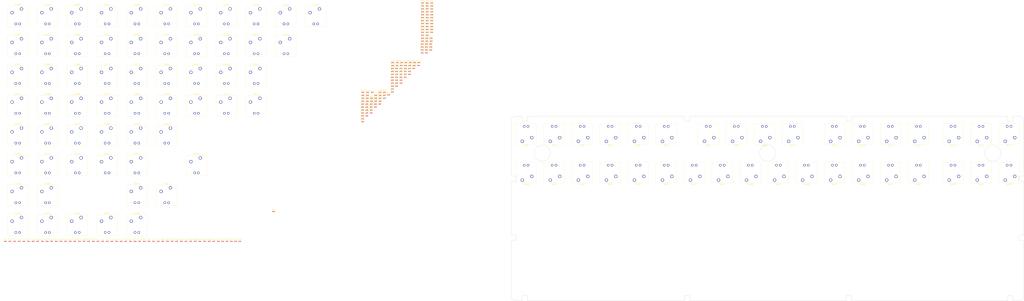
<source format=kicad_pcb>
(kicad_pcb (version 20171130) (host pcbnew 5.1.4-e60b266~84~ubuntu16.04.1)
  (layers (0 F.Cu signal) (31 B.Cu signal) (34 B.Paste user) (35 F.Paste user) (36 B.SilkS user) (37 F.SilkS user) (38 B.Mask user) (39 F.Mask user) (44 Edge.Cuts user))
  (net 0 "")
  (net 1 /LABEL)
  (net 2 "Net-(D1-Pad2)")
  (net 3 "Net-(D2-Pad2)")
  (net 4 "Net-(D3-Pad2)")
  (net 5 "Net-(D4-Pad2)")
  (net 6 "Net-(D5-Pad2)")
  (net 7 "Net-(D6-Pad2)")
  (net 8 "Net-(D7-Pad2)")
  (net 9 "Net-(D8-Pad2)")
  (net 10 "Net-(D9-Pad2)")
  (net 11 "Net-(D10-Pad2)")
  (net 12 "Net-(D11-Pad2)")
  (net 13 "Net-(D12-Pad2)")
  (net 14 "Net-(D13-Pad2)")
  (net 15 "Net-(D14-Pad2)")
  (net 16 "Net-(D15-Pad2)")
  (net 17 "Net-(D16-Pad2)")
  (net 18 "Net-(D17-Pad2)")
  (net 19 "Net-(D18-Pad2)")
  (net 20 "Net-(D19-Pad2)")
  (net 21 "Net-(D20-Pad2)")
  (net 22 "Net-(D21-Pad2)")
  (net 23 "Net-(D22-Pad2)")
  (net 24 "Net-(D23-Pad2)")
  (net 25 "Net-(D24-Pad2)")
  (net 26 "Net-(D25-Pad2)")
  (net 27 "Net-(D26-Pad2)")
  (net 28 "Net-(D27-Pad2)")
  (net 29 "Net-(D28-Pad2)")
  (net 30 "Net-(D29-Pad2)")
  (net 31 "Net-(D30-Pad2)")
  (net 32 "Net-(D31-Pad2)")
  (net 33 "Net-(D32-Pad2)")
  (net 34 "Net-(D33-Pad2)")
  (net 35 "Net-(D34-Pad2)")
  (net 36 "Net-(D35-Pad2)")
  (net 37 "Net-(D36-Pad2)")
  (net 38 "Net-(D37-Pad2)")
  (net 39 "Net-(D38-Pad2)")
  (net 40 "Net-(D39-Pad2)")
  (net 41 "Net-(D40-Pad2)")
  (net 42 "Net-(D41-Pad2)")
  (net 43 "Net-(D42-Pad2)")
  (net 44 "Net-(D43-Pad2)")
  (net 45 "Net-(D44-Pad2)")
  (net 46 "Net-(D45-Pad2)")
  (net 47 "Net-(D46-Pad2)")
  (net 48 "Net-(D47-Pad2)")
  (net 49 "Net-(D48-Pad2)")
  (net 50 "Net-(D49-Pad2)")
  (net 51 "Net-(D50-Pad2)")
  (net 52 "Net-(D51-Pad2)")
  (net 53 "Net-(D52-Pad2)")
  (net 54 "Net-(D53-Pad2)")
  (net 55 "Net-(D54-Pad2)")
  (net 56 "Net-(D55-Pad2)")
  (net 57 "Net-(D56-Pad2)")
  (net 58 "Net-(D57-Pad2)")
  (net 59 "Net-(D58-Pad2)")
  (net 60 "Net-(D59-Pad2)")
  (net 61 "Net-(D60-Pad2)")
  (net 62 "Net-(D61-Pad2)")
  (net 63 "Net-(D62-Pad2)")
  (net 64 "Net-(D63-Pad2)")
  (net 65 "Net-(D64-Pad2)")
  (net 66 "Net-(D65-Pad2)")
  (net 67 "Net-(D66-Pad2)")
  (net 68 "Net-(D67-Pad2)")
  (net 69 "Net-(D68-Pad2)")
  (net 70 "Net-(D69-Pad2)")
  (net 71 "Net-(D70-Pad2)")
  (net 72 "Net-(D71-Pad2)")
  (net 73 "Net-(D72-Pad2)")
  (net 74 "Net-(D73-Pad2)")
  (net 75 "Net-(D74-Pad2)")
  (net 76 "Net-(D75-Pad2)")
  (net 77 "Net-(D76-Pad2)")
  (net 78 "Net-(D77-Pad2)")
  (net 79 "Net-(D78-Pad2)")
  (net 80 "Net-(D79-Pad2)")
  (net 81 "Net-(D80-Pad2)")
  (net 82 "Net-(D81-Pad2)")
  (net 83 "Net-(D82-Pad2)")
  (net 84 "Net-(D83-Pad2)")
  (net 85 "Net-(D84-Pad2)")
  (net 86 "Net-(D85-Pad2)")
  (net 87 "Net-(D86-Pad2)")
  (net 88 "Net-(D87-Pad2)")
  (net 89 "Net-(D88-Pad2)")
  (net 90 "Net-(D89-Pad2)")
  (net 91 "Net-(D90-Pad2)")
  (net 92 "Net-(D91-Pad2)")
  (net 93 "Net-(D92-Pad2)")
  (net 94 "Net-(D93-Pad2)")
  (net 95 "Net-(D94-Pad2)")
  (net 96 "Net-(D95-Pad2)")
  (net 97 "Net-(R1-Pad1)")
  (net 98 "Net-(R2-Pad1)")
  (net 99 "Net-(R3-Pad1)")
  (net 100 "Net-(R4-Pad1)")
  (net 101 "Net-(R5-Pad1)")
  (net 102 "Net-(R6-Pad1)")
  (net 103 "Net-(R7-Pad1)")
  (net 104 "Net-(R8-Pad1)")
  (net 105 "Net-(R9-Pad1)")
  (net 106 "Net-(R10-Pad1)")
  (net 107 "Net-(R11-Pad1)")
  (net 108 "Net-(R12-Pad1)")
  (net 109 "Net-(R13-Pad1)")
  (net 110 "Net-(R14-Pad1)")
  (net 111 "Net-(R15-Pad1)")
  (net 112 "Net-(R16-Pad1)")
  (net 113 "Net-(R17-Pad1)")
  (net 114 "Net-(R18-Pad1)")
  (net 115 "Net-(R19-Pad1)")
  (net 116 "Net-(R20-Pad1)")
  (net 117 "Net-(R21-Pad1)")
  (net 118 "Net-(R22-Pad1)")
  (net 119 "Net-(R23-Pad1)")
  (net 120 "Net-(R24-Pad1)")
  (net 121 "Net-(R25-Pad1)")
  (net 122 "Net-(R26-Pad1)")
  (net 123 "Net-(R27-Pad1)")
  (net 124 "Net-(R28-Pad1)")
  (net 125 "Net-(R29-Pad1)")
  (net 126 "Net-(R30-Pad1)")
  (net 127 "Net-(R31-Pad1)")
  (net 128 "Net-(R32-Pad1)")
  (net 129 "Net-(R33-Pad1)")
  (net 130 "Net-(R34-Pad1)")
  (net 131 "Net-(R35-Pad1)")
  (net 132 "Net-(R36-Pad1)")
  (net 133 "Net-(R37-Pad1)")
  (net 134 "Net-(R38-Pad1)")
  (net 135 "Net-(R39-Pad1)")
  (net 136 "Net-(R40-Pad1)")
  (net 137 "Net-(R41-Pad1)")
  (net 138 "Net-(R42-Pad1)")
  (net 139 "Net-(R43-Pad1)")
  (net 140 "Net-(R44-Pad1)")
  (net 141 "Net-(R45-Pad1)")
  (net 142 "Net-(R46-Pad1)")
  (net 143 "Net-(R47-Pad1)")
  (net 144 "Net-(R48-Pad1)")
  (net 145 "Net-(R49-Pad1)")
  (net 146 "Net-(R50-Pad1)")
  (net 147 "Net-(R51-Pad1)")
  (net 148 "Net-(R52-Pad1)")
  (net 149 "Net-(R53-Pad1)")
  (net 150 "Net-(R54-Pad1)")
  (net 151 "Net-(R55-Pad1)")
  (net 152 "Net-(R56-Pad1)")
  (net 153 "Net-(R57-Pad1)")
  (net 154 "Net-(R58-Pad1)")
  (net 155 "Net-(R59-Pad1)")
  (net 156 "Net-(R60-Pad1)")
  (net 157 "Net-(R61-Pad1)")
  (net 158 "Net-(R62-Pad1)")
  (net 159 "Net-(R63-Pad1)")
  (net 160 "Net-(R64-Pad1)")
  (net 161 "Net-(R65-Pad1)")
  (net 162 "Net-(R66-Pad1)")
  (net 163 "Net-(R67-Pad1)")
  (net 164 "Net-(R68-Pad1)")
  (net 165 "Net-(R69-Pad1)")
  (net 166 "Net-(R70-Pad1)")
  (net 167 "Net-(R71-Pad1)")
  (net 168 "Net-(R72-Pad1)")
  (net 169 "Net-(R73-Pad1)")
  (net 170 "Net-(R74-Pad1)")
  (net 171 "Net-(R75-Pad1)")
  (net 172 "Net-(R76-Pad1)")
  (net 173 "Net-(R77-Pad1)")
  (net 174 "Net-(R78-Pad1)")
  (net 175 "Net-(R79-Pad1)")
  (net 176 "Net-(R80-Pad1)")
  (net 177 "Net-(R81-Pad1)")
  (net 178 "Net-(R82-Pad1)")
  (net 179 "Net-(R83-Pad1)")
  (net 180 "Net-(R84-Pad1)")
  (net 181 "Net-(R85-Pad1)")
  (net 182 "Net-(R86-Pad1)")
  (net 183 "Net-(R87-Pad1)")
  (net 184 "Net-(R88-Pad1)")
  (net 185 "Net-(R89-Pad1)")
  (net 186 "Net-(R90-Pad1)")
  (net 187 "Net-(R91-Pad1)")
  (net 188 "Net-(R92-Pad1)")
  (net 189 "Net-(R93-Pad1)")
  (net 190 "Net-(R94-Pad1)")
  (net 191 "Net-(R95-Pad1)")
  (module Diode_SMD:D_0402_1005Metric (layer F.Cu) (at -10.159999 27.175001)
    (fp_text reference D1 (at 0 -1.17) (layer F.SilkS))
    (fp_text value 1N4148W)
    (pad 1 smd roundrect (at -0.485 0) (size 0.59 0.64) (layers F.Cu F.Paste F.Mask) (net 1 /LABEL))
    (pad 2 smd roundrect (at 0.485 0) (size 0.59 0.64) (layers F.Cu F.Paste F.Mask) (net 2 "Net-(D1-Pad2)"))
  )
  (module Diode_SMD:D_0402_1005Metric (layer F.Cu) (at -280.399999 184.795001)
    (fp_text reference D2 (at 0 -1.17) (layer F.SilkS))
    (fp_text value 1N4148W)
    (pad 2 smd roundrect (at 0.485 0) (size 0.59 0.64) (layers F.Cu F.Paste F.Mask) (net 3 "Net-(D2-Pad2)"))
    (pad 1 smd roundrect (at -0.485 0) (size 0.59 0.64) (layers F.Cu F.Paste F.Mask) (net 1 /LABEL))
  )
  (module Diode_SMD:D_0402_1005Metric (layer F.Cu) (at -283.539999 184.795001)
    (fp_text reference D3 (at 0 -1.17) (layer F.SilkS))
    (fp_text value 1N4148W)
    (pad 2 smd roundrect (at 0.485 0) (size 0.59 0.64) (layers F.Cu F.Paste F.Mask) (net 4 "Net-(D3-Pad2)"))
    (pad 1 smd roundrect (at -0.485 0) (size 0.59 0.64) (layers F.Cu F.Paste F.Mask) (net 1 /LABEL))
  )
  (module Diode_SMD:D_0402_1005Metric (layer F.Cu) (at -286.679999 184.795001)
    (fp_text reference D4 (at 0 -1.17) (layer F.SilkS))
    (fp_text value 1N4148W)
    (pad 2 smd roundrect (at 0.485 0) (size 0.59 0.64) (layers F.Cu F.Paste F.Mask) (net 5 "Net-(D4-Pad2)"))
    (pad 1 smd roundrect (at -0.485 0) (size 0.59 0.64) (layers F.Cu F.Paste F.Mask) (net 1 /LABEL))
  )
  (module Diode_SMD:D_0402_1005Metric (layer F.Cu) (at -292.959999 184.795001)
    (fp_text reference D5 (at 0 -1.17) (layer F.SilkS))
    (fp_text value 1N4148W)
    (pad 2 smd roundrect (at 0.485 0) (size 0.59 0.64) (layers F.Cu F.Paste F.Mask) (net 6 "Net-(D5-Pad2)"))
    (pad 1 smd roundrect (at -0.485 0) (size 0.59 0.64) (layers F.Cu F.Paste F.Mask) (net 1 /LABEL))
  )
  (module Diode_SMD:D_0402_1005Metric (layer F.Cu) (at -227.019999 184.795001)
    (fp_text reference D6 (at 0 -1.17) (layer F.SilkS))
    (fp_text value 1N4148W)
    (pad 1 smd roundrect (at -0.485 0) (size 0.59 0.64) (layers F.Cu F.Paste F.Mask) (net 1 /LABEL))
    (pad 2 smd roundrect (at 0.485 0) (size 0.59 0.64) (layers F.Cu F.Paste F.Mask) (net 7 "Net-(D6-Pad2)"))
  )
  (module Diode_SMD:D_0402_1005Metric (layer F.Cu) (at -192.479999 184.795001)
    (fp_text reference D7 (at 0 -1.17) (layer F.SilkS))
    (fp_text value 1N4148W)
    (pad 2 smd roundrect (at 0.485 0) (size 0.59 0.64) (layers F.Cu F.Paste F.Mask) (net 8 "Net-(D7-Pad2)"))
    (pad 1 smd roundrect (at -0.485 0) (size 0.59 0.64) (layers F.Cu F.Paste F.Mask) (net 1 /LABEL))
  )
  (module Diode_SMD:D_0402_1005Metric (layer F.Cu) (at -195.619999 184.795001)
    (fp_text reference D8 (at 0 -1.17) (layer F.SilkS))
    (fp_text value 1N4148W)
    (pad 2 smd roundrect (at 0.485 0) (size 0.59 0.64) (layers F.Cu F.Paste F.Mask) (net 9 "Net-(D8-Pad2)"))
    (pad 1 smd roundrect (at -0.485 0) (size 0.59 0.64) (layers F.Cu F.Paste F.Mask) (net 1 /LABEL))
  )
  (module Diode_SMD:D_0402_1005Metric (layer F.Cu) (at -198.759999 184.795001)
    (fp_text reference D9 (at 0 -1.17) (layer F.SilkS))
    (fp_text value 1N4148W)
    (pad 1 smd roundrect (at -0.485 0) (size 0.59 0.64) (layers F.Cu F.Paste F.Mask) (net 1 /LABEL))
    (pad 2 smd roundrect (at 0.485 0) (size 0.59 0.64) (layers F.Cu F.Paste F.Mask) (net 10 "Net-(D9-Pad2)"))
  )
  (module Diode_SMD:D_0402_1005Metric (layer F.Cu) (at -230.159999 184.795001)
    (fp_text reference D10 (at 0 -1.17) (layer F.SilkS))
    (fp_text value 1N4148W)
    (pad 1 smd roundrect (at -0.485 0) (size 0.59 0.64) (layers F.Cu F.Paste F.Mask) (net 1 /LABEL))
    (pad 2 smd roundrect (at 0.485 0) (size 0.59 0.64) (layers F.Cu F.Paste F.Mask) (net 11 "Net-(D10-Pad2)"))
  )
  (module Diode_SMD:D_0402_1005Metric (layer F.Cu) (at -205.039999 184.795001)
    (fp_text reference D11 (at 0 -1.17) (layer F.SilkS))
    (fp_text value 1N4148W)
    (pad 1 smd roundrect (at -0.485 0) (size 0.59 0.64) (layers F.Cu F.Paste F.Mask) (net 1 /LABEL))
    (pad 2 smd roundrect (at 0.485 0) (size 0.59 0.64) (layers F.Cu F.Paste F.Mask) (net 12 "Net-(D11-Pad2)"))
  )
  (module Diode_SMD:D_0402_1005Metric (layer F.Cu) (at -208.179999 184.795001)
    (fp_text reference D12 (at 0 -1.17) (layer F.SilkS))
    (fp_text value 1N4148W)
    (pad 1 smd roundrect (at -0.485 0) (size 0.59 0.64) (layers F.Cu F.Paste F.Mask) (net 1 /LABEL))
    (pad 2 smd roundrect (at 0.485 0) (size 0.59 0.64) (layers F.Cu F.Paste F.Mask) (net 13 "Net-(D12-Pad2)"))
  )
  (module Diode_SMD:D_0402_1005Metric (layer F.Cu) (at -211.319999 184.795001)
    (fp_text reference D13 (at 0 -1.17) (layer F.SilkS))
    (fp_text value 1N4148W)
    (pad 2 smd roundrect (at 0.485 0) (size 0.59 0.64) (layers F.Cu F.Paste F.Mask) (net 14 "Net-(D13-Pad2)"))
    (pad 1 smd roundrect (at -0.485 0) (size 0.59 0.64) (layers F.Cu F.Paste F.Mask) (net 1 /LABEL))
  )
  (module Diode_SMD:D_0402_1005Metric (layer F.Cu) (at -214.459999 184.795001)
    (fp_text reference D14 (at 0 -1.17) (layer F.SilkS))
    (fp_text value 1N4148W)
    (pad 1 smd roundrect (at -0.485 0) (size 0.59 0.64) (layers F.Cu F.Paste F.Mask) (net 1 /LABEL))
    (pad 2 smd roundrect (at 0.485 0) (size 0.59 0.64) (layers F.Cu F.Paste F.Mask) (net 15 "Net-(D14-Pad2)"))
  )
  (module Diode_SMD:D_0402_1005Metric (layer F.Cu) (at -217.599999 184.795001)
    (fp_text reference D15 (at 0 -1.17) (layer F.SilkS))
    (fp_text value 1N4148W)
    (pad 1 smd roundrect (at -0.485 0) (size 0.59 0.64) (layers F.Cu F.Paste F.Mask) (net 1 /LABEL))
    (pad 2 smd roundrect (at 0.485 0) (size 0.59 0.64) (layers F.Cu F.Paste F.Mask) (net 16 "Net-(D15-Pad2)"))
  )
  (module Diode_SMD:D_0402_1005Metric (layer F.Cu) (at -220.739999 184.795001)
    (fp_text reference D16 (at 0 -1.17) (layer F.SilkS))
    (fp_text value 1N4148W)
    (pad 1 smd roundrect (at -0.485 0) (size 0.59 0.64) (layers F.Cu F.Paste F.Mask) (net 1 /LABEL))
    (pad 2 smd roundrect (at 0.485 0) (size 0.59 0.64) (layers F.Cu F.Paste F.Mask) (net 17 "Net-(D16-Pad2)"))
  )
  (module Diode_SMD:D_0402_1005Metric (layer F.Cu) (at -223.879999 184.795001)
    (fp_text reference D17 (at 0 -1.17) (layer F.SilkS))
    (fp_text value 1N4148W)
    (pad 2 smd roundrect (at 0.485 0) (size 0.59 0.64) (layers F.Cu F.Paste F.Mask) (net 18 "Net-(D17-Pad2)"))
    (pad 1 smd roundrect (at -0.485 0) (size 0.59 0.64) (layers F.Cu F.Paste F.Mask) (net 1 /LABEL))
  )
  (module Diode_SMD:D_0402_1005Metric (layer F.Cu) (at -267.839999 184.795001)
    (fp_text reference D18 (at 0 -1.17) (layer F.SilkS))
    (fp_text value 1N4148W)
    (pad 2 smd roundrect (at 0.485 0) (size 0.59 0.64) (layers F.Cu F.Paste F.Mask) (net 19 "Net-(D18-Pad2)"))
    (pad 1 smd roundrect (at -0.485 0) (size 0.59 0.64) (layers F.Cu F.Paste F.Mask) (net 1 /LABEL))
  )
  (module Diode_SMD:D_0402_1005Metric (layer F.Cu) (at -201.899999 184.795001)
    (fp_text reference D19 (at 0 -1.17) (layer F.SilkS))
    (fp_text value 1N4148W)
    (pad 1 smd roundrect (at -0.485 0) (size 0.59 0.64) (layers F.Cu F.Paste F.Mask) (net 1 /LABEL))
    (pad 2 smd roundrect (at 0.485 0) (size 0.59 0.64) (layers F.Cu F.Paste F.Mask) (net 20 "Net-(D19-Pad2)"))
  )
  (module Diode_SMD:D_0402_1005Metric (layer F.Cu) (at -10.159999 41.105001)
    (fp_text reference D20 (at 0 -1.17) (layer F.SilkS))
    (fp_text value 1N4148W)
    (pad 2 smd roundrect (at 0.485 0) (size 0.59 0.64) (layers F.Cu F.Paste F.Mask) (net 21 "Net-(D20-Pad2)"))
    (pad 1 smd roundrect (at -0.485 0) (size 0.59 0.64) (layers F.Cu F.Paste F.Mask) (net 1 /LABEL))
  )
  (module Diode_SMD:D_0402_1005Metric (layer F.Cu) (at -7.019999 39.115001)
    (fp_text reference D21 (at 0 -1.17) (layer F.SilkS))
    (fp_text value 1N4148W)
    (pad 2 smd roundrect (at 0.485 0) (size 0.59 0.64) (layers F.Cu F.Paste F.Mask) (net 22 "Net-(D21-Pad2)"))
    (pad 1 smd roundrect (at -0.485 0) (size 0.59 0.64) (layers F.Cu F.Paste F.Mask) (net 1 /LABEL))
  )
  (module Diode_SMD:D_0402_1005Metric (layer F.Cu) (at -10.159999 39.115001)
    (fp_text reference D22 (at 0 -1.17) (layer F.SilkS))
    (fp_text value 1N4148W)
    (pad 1 smd roundrect (at -0.485 0) (size 0.59 0.64) (layers F.Cu F.Paste F.Mask) (net 1 /LABEL))
    (pad 2 smd roundrect (at 0.485 0) (size 0.59 0.64) (layers F.Cu F.Paste F.Mask) (net 23 "Net-(D22-Pad2)"))
  )
  (module Diode_SMD:D_0402_1005Metric (layer F.Cu) (at -10.159999 31.155001)
    (fp_text reference D23 (at 0 -1.17) (layer F.SilkS))
    (fp_text value 1N4148W)
    (pad 1 smd roundrect (at -0.485 0) (size 0.59 0.64) (layers F.Cu F.Paste F.Mask) (net 1 /LABEL))
    (pad 2 smd roundrect (at 0.485 0) (size 0.59 0.64) (layers F.Cu F.Paste F.Mask) (net 24 "Net-(D23-Pad2)"))
  )
  (module Diode_SMD:D_0402_1005Metric (layer F.Cu) (at -10.159999 37.125001)
    (fp_text reference D24 (at 0 -1.17) (layer F.SilkS))
    (fp_text value 1N4148W)
    (pad 1 smd roundrect (at -0.485 0) (size 0.59 0.64) (layers F.Cu F.Paste F.Mask) (net 1 /LABEL))
    (pad 2 smd roundrect (at 0.485 0) (size 0.59 0.64) (layers F.Cu F.Paste F.Mask) (net 25 "Net-(D24-Pad2)"))
  )
  (module Diode_SMD:D_0402_1005Metric (layer F.Cu) (at -3.879999 35.135001)
    (fp_text reference D25 (at 0 -1.17) (layer F.SilkS))
    (fp_text value 1N4148W)
    (pad 2 smd roundrect (at 0.485 0) (size 0.59 0.64) (layers F.Cu F.Paste F.Mask) (net 26 "Net-(D25-Pad2)"))
    (pad 1 smd roundrect (at -0.485 0) (size 0.59 0.64) (layers F.Cu F.Paste F.Mask) (net 1 /LABEL))
  )
  (module Diode_SMD:D_0402_1005Metric (layer F.Cu) (at -7.019999 35.135001)
    (fp_text reference D26 (at 0 -1.17) (layer F.SilkS))
    (fp_text value 1N4148W)
    (pad 2 smd roundrect (at 0.485 0) (size 0.59 0.64) (layers F.Cu F.Paste F.Mask) (net 27 "Net-(D26-Pad2)"))
    (pad 1 smd roundrect (at -0.485 0) (size 0.59 0.64) (layers F.Cu F.Paste F.Mask) (net 1 /LABEL))
  )
  (module Diode_SMD:D_0402_1005Metric (layer F.Cu) (at -277.259999 184.795001)
    (fp_text reference D27 (at 0 -1.17) (layer F.SilkS))
    (fp_text value 1N4148W)
    (pad 2 smd roundrect (at 0.485 0) (size 0.59 0.64) (layers F.Cu F.Paste F.Mask) (net 28 "Net-(D27-Pad2)"))
    (pad 1 smd roundrect (at -0.485 0) (size 0.59 0.64) (layers F.Cu F.Paste F.Mask) (net 1 /LABEL))
  )
  (module Diode_SMD:D_0402_1005Metric (layer F.Cu) (at -3.879999 33.145001)
    (fp_text reference D28 (at 0 -1.17) (layer F.SilkS))
    (fp_text value 1N4148W)
    (pad 1 smd roundrect (at -0.485 0) (size 0.59 0.64) (layers F.Cu F.Paste F.Mask) (net 1 /LABEL))
    (pad 2 smd roundrect (at 0.485 0) (size 0.59 0.64) (layers F.Cu F.Paste F.Mask) (net 29 "Net-(D28-Pad2)"))
  )
  (module Diode_SMD:D_0402_1005Metric (layer F.Cu) (at -7.019999 33.145001)
    (fp_text reference D29 (at 0 -1.17) (layer F.SilkS))
    (fp_text value 1N4148W)
    (pad 1 smd roundrect (at -0.485 0) (size 0.59 0.64) (layers F.Cu F.Paste F.Mask) (net 1 /LABEL))
    (pad 2 smd roundrect (at 0.485 0) (size 0.59 0.64) (layers F.Cu F.Paste F.Mask) (net 30 "Net-(D29-Pad2)"))
  )
  (module Diode_SMD:D_0402_1005Metric (layer F.Cu) (at -10.159999 33.145001)
    (fp_text reference D30 (at 0 -1.17) (layer F.SilkS))
    (fp_text value 1N4148W)
    (pad 1 smd roundrect (at -0.485 0) (size 0.59 0.64) (layers F.Cu F.Paste F.Mask) (net 1 /LABEL))
    (pad 2 smd roundrect (at 0.485 0) (size 0.59 0.64) (layers F.Cu F.Paste F.Mask) (net 31 "Net-(D30-Pad2)"))
  )
  (module Diode_SMD:D_0402_1005Metric (layer F.Cu) (at -3.879999 31.155001)
    (fp_text reference D31 (at 0 -1.17) (layer F.SilkS))
    (fp_text value 1N4148W)
    (pad 2 smd roundrect (at 0.485 0) (size 0.59 0.64) (layers F.Cu F.Paste F.Mask) (net 32 "Net-(D31-Pad2)"))
    (pad 1 smd roundrect (at -0.485 0) (size 0.59 0.64) (layers F.Cu F.Paste F.Mask) (net 1 /LABEL))
  )
  (module Diode_SMD:D_0402_1005Metric (layer F.Cu) (at -7.019999 31.155001)
    (fp_text reference D32 (at 0 -1.17) (layer F.SilkS))
    (fp_text value 1N4148W)
    (pad 2 smd roundrect (at 0.485 0) (size 0.59 0.64) (layers F.Cu F.Paste F.Mask) (net 33 "Net-(D32-Pad2)"))
    (pad 1 smd roundrect (at -0.485 0) (size 0.59 0.64) (layers F.Cu F.Paste F.Mask) (net 1 /LABEL))
  )
  (module Diode_SMD:D_0402_1005Metric (layer F.Cu) (at -7.019999 37.125001)
    (fp_text reference D33 (at 0 -1.17) (layer F.SilkS))
    (fp_text value 1N4148W)
    (pad 2 smd roundrect (at 0.485 0) (size 0.59 0.64) (layers F.Cu F.Paste F.Mask) (net 34 "Net-(D33-Pad2)"))
    (pad 1 smd roundrect (at -0.485 0) (size 0.59 0.64) (layers F.Cu F.Paste F.Mask) (net 1 /LABEL))
  )
  (module Diode_SMD:D_0402_1005Metric (layer F.Cu) (at -289.819999 184.795001)
    (fp_text reference D34 (at 0 -1.17) (layer F.SilkS))
    (fp_text value 1N4148W)
    (pad 2 smd roundrect (at 0.485 0) (size 0.59 0.64) (layers F.Cu F.Paste F.Mask) (net 35 "Net-(D34-Pad2)"))
    (pad 1 smd roundrect (at -0.485 0) (size 0.59 0.64) (layers F.Cu F.Paste F.Mask) (net 1 /LABEL))
  )
  (module Diode_SMD:D_0402_1005Metric (layer F.Cu) (at -274.119999 184.795001)
    (fp_text reference D35 (at 0 -1.17) (layer F.SilkS))
    (fp_text value 1N4148W)
    (pad 2 smd roundrect (at 0.485 0) (size 0.59 0.64) (layers F.Cu F.Paste F.Mask) (net 36 "Net-(D35-Pad2)"))
    (pad 1 smd roundrect (at -0.485 0) (size 0.59 0.64) (layers F.Cu F.Paste F.Mask) (net 1 /LABEL))
  )
  (module Diode_SMD:D_0402_1005Metric (layer F.Cu) (at -255.279999 184.795001)
    (fp_text reference D36 (at 0 -1.17) (layer F.SilkS))
    (fp_text value 1N4148W)
    (pad 2 smd roundrect (at 0.485 0) (size 0.59 0.64) (layers F.Cu F.Paste F.Mask) (net 37 "Net-(D36-Pad2)"))
    (pad 1 smd roundrect (at -0.485 0) (size 0.59 0.64) (layers F.Cu F.Paste F.Mask) (net 1 /LABEL))
  )
  (module Diode_SMD:D_0402_1005Metric (layer F.Cu) (at -50.559999 89.765001)
    (fp_text reference D37 (at 0 -1.17) (layer F.SilkS))
    (fp_text value 1N4148W)
    (pad 1 smd roundrect (at -0.485 0) (size 0.59 0.64) (layers F.Cu F.Paste F.Mask) (net 1 /LABEL))
    (pad 2 smd roundrect (at 0.485 0) (size 0.59 0.64) (layers F.Cu F.Paste F.Mask) (net 38 "Net-(D37-Pad2)"))
  )
  (module Diode_SMD:D_0402_1005Metric (layer F.Cu) (at -10.159999 49.065001)
    (fp_text reference D38 (at 0 -1.17) (layer F.SilkS))
    (fp_text value 1N4148W)
    (pad 1 smd roundrect (at -0.485 0) (size 0.59 0.64) (layers F.Cu F.Paste F.Mask) (net 1 /LABEL))
    (pad 2 smd roundrect (at 0.485 0) (size 0.59 0.64) (layers F.Cu F.Paste F.Mask) (net 39 "Net-(D38-Pad2)"))
  )
  (module Diode_SMD:D_0402_1005Metric (layer F.Cu) (at -47.419999 85.785001)
    (fp_text reference D39 (at 0 -1.17) (layer F.SilkS))
    (fp_text value 1N4148W)
    (pad 1 smd roundrect (at -0.485 0) (size 0.59 0.64) (layers F.Cu F.Paste F.Mask) (net 1 /LABEL))
    (pad 2 smd roundrect (at 0.485 0) (size 0.59 0.64) (layers F.Cu F.Paste F.Mask) (net 40 "Net-(D39-Pad2)"))
  )
  (module Diode_SMD:D_0402_1005Metric (layer F.Cu) (at -50.559999 87.775001)
    (fp_text reference D40 (at 0 -1.17) (layer F.SilkS))
    (fp_text value 1N4148W)
    (pad 1 smd roundrect (at -0.485 0) (size 0.59 0.64) (layers F.Cu F.Paste F.Mask) (net 1 /LABEL))
    (pad 2 smd roundrect (at 0.485 0) (size 0.59 0.64) (layers F.Cu F.Paste F.Mask) (net 41 "Net-(D40-Pad2)"))
  )
  (module Diode_SMD:D_0402_1005Metric (layer F.Cu) (at -44.279999 83.795001)
    (fp_text reference D41 (at 0 -1.17) (layer F.SilkS))
    (fp_text value 1N4148W)
    (pad 1 smd roundrect (at -0.485 0) (size 0.59 0.64) (layers F.Cu F.Paste F.Mask) (net 1 /LABEL))
    (pad 2 smd roundrect (at 0.485 0) (size 0.59 0.64) (layers F.Cu F.Paste F.Mask) (net 42 "Net-(D41-Pad2)"))
  )
  (module Diode_SMD:D_0402_1005Metric (layer F.Cu) (at -3.879999 39.115001)
    (fp_text reference D42 (at 0 -1.17) (layer F.SilkS))
    (fp_text value 1N4148W)
    (pad 2 smd roundrect (at 0.485 0) (size 0.59 0.64) (layers F.Cu F.Paste F.Mask) (net 43 "Net-(D42-Pad2)"))
    (pad 1 smd roundrect (at -0.485 0) (size 0.59 0.64) (layers F.Cu F.Paste F.Mask) (net 1 /LABEL))
  )
  (module Diode_SMD:D_0402_1005Metric (layer F.Cu) (at -3.879999 37.125001)
    (fp_text reference D43 (at 0 -1.17) (layer F.SilkS))
    (fp_text value 1N4148W)
    (pad 1 smd roundrect (at -0.485 0) (size 0.59 0.64) (layers F.Cu F.Paste F.Mask) (net 1 /LABEL))
    (pad 2 smd roundrect (at 0.485 0) (size 0.59 0.64) (layers F.Cu F.Paste F.Mask) (net 44 "Net-(D43-Pad2)"))
  )
  (module Diode_SMD:D_0402_1005Metric (layer F.Cu) (at -10.159999 45.085001)
    (fp_text reference D44 (at 0 -1.17) (layer F.SilkS))
    (fp_text value 1N4148W)
    (pad 1 smd roundrect (at -0.485 0) (size 0.59 0.64) (layers F.Cu F.Paste F.Mask) (net 1 /LABEL))
    (pad 2 smd roundrect (at 0.485 0) (size 0.59 0.64) (layers F.Cu F.Paste F.Mask) (net 45 "Net-(D44-Pad2)"))
  )
  (module Diode_SMD:D_0402_1005Metric (layer F.Cu) (at -151.659999 184.795001)
    (fp_text reference D45 (at 0 -1.17) (layer F.SilkS))
    (fp_text value 1N4148W)
    (pad 1 smd roundrect (at -0.485 0) (size 0.59 0.64) (layers F.Cu F.Paste F.Mask) (net 1 /LABEL))
    (pad 2 smd roundrect (at 0.485 0) (size 0.59 0.64) (layers F.Cu F.Paste F.Mask) (net 46 "Net-(D45-Pad2)"))
  )
  (module Diode_SMD:D_0402_1005Metric (layer F.Cu) (at -7.019999 41.105001)
    (fp_text reference D46 (at 0 -1.17) (layer F.SilkS))
    (fp_text value 1N4148W)
    (pad 2 smd roundrect (at 0.485 0) (size 0.59 0.64) (layers F.Cu F.Paste F.Mask) (net 47 "Net-(D46-Pad2)"))
    (pad 1 smd roundrect (at -0.485 0) (size 0.59 0.64) (layers F.Cu F.Paste F.Mask) (net 1 /LABEL))
  )
  (module Diode_SMD:D_0402_1005Metric (layer F.Cu) (at -50.559999 85.785001)
    (fp_text reference D47 (at 0 -1.17) (layer F.SilkS))
    (fp_text value 1N4148W)
    (pad 2 smd roundrect (at 0.485 0) (size 0.59 0.64) (layers F.Cu F.Paste F.Mask) (net 48 "Net-(D47-Pad2)"))
    (pad 1 smd roundrect (at -0.485 0) (size 0.59 0.64) (layers F.Cu F.Paste F.Mask) (net 1 /LABEL))
  )
  (module Diode_SMD:D_0402_1005Metric (layer F.Cu) (at -47.419999 83.795001)
    (fp_text reference D48 (at 0 -1.17) (layer F.SilkS))
    (fp_text value 1N4148W)
    (pad 2 smd roundrect (at 0.485 0) (size 0.59 0.64) (layers F.Cu F.Paste F.Mask) (net 49 "Net-(D48-Pad2)"))
    (pad 1 smd roundrect (at -0.485 0) (size 0.59 0.64) (layers F.Cu F.Paste F.Mask) (net 1 /LABEL))
  )
  (module Diode_SMD:D_0402_1005Metric (layer F.Cu) (at -30.359999 65.585001)
    (fp_text reference D49 (at 0 -1.17) (layer F.SilkS))
    (fp_text value 1N4148W)
    (pad 1 smd roundrect (at -0.485 0) (size 0.59 0.64) (layers F.Cu F.Paste F.Mask) (net 1 /LABEL))
    (pad 2 smd roundrect (at 0.485 0) (size 0.59 0.64) (layers F.Cu F.Paste F.Mask) (net 50 "Net-(D49-Pad2)"))
  )
  (module Diode_SMD:D_0402_1005Metric (layer F.Cu) (at -27.219999 63.595001)
    (fp_text reference D50 (at 0 -1.17) (layer F.SilkS))
    (fp_text value 1N4148W)
    (pad 1 smd roundrect (at -0.485 0) (size 0.59 0.64) (layers F.Cu F.Paste F.Mask) (net 1 /LABEL))
    (pad 2 smd roundrect (at 0.485 0) (size 0.59 0.64) (layers F.Cu F.Paste F.Mask) (net 51 "Net-(D50-Pad2)"))
  )
  (module Diode_SMD:D_0402_1005Metric (layer F.Cu) (at -148.519999 184.795001)
    (fp_text reference D51 (at 0 -1.17) (layer F.SilkS))
    (fp_text value 1N4148W)
    (pad 2 smd roundrect (at 0.485 0) (size 0.59 0.64) (layers F.Cu F.Paste F.Mask) (net 52 "Net-(D51-Pad2)"))
    (pad 1 smd roundrect (at -0.485 0) (size 0.59 0.64) (layers F.Cu F.Paste F.Mask) (net 1 /LABEL))
  )
  (module Diode_SMD:D_0402_1005Metric (layer F.Cu) (at -30.359999 63.595001)
    (fp_text reference D52 (at 0 -1.17) (layer F.SilkS))
    (fp_text value 1N4148W)
    (pad 2 smd roundrect (at 0.485 0) (size 0.59 0.64) (layers F.Cu F.Paste F.Mask) (net 53 "Net-(D52-Pad2)"))
    (pad 1 smd roundrect (at -0.485 0) (size 0.59 0.64) (layers F.Cu F.Paste F.Mask) (net 1 /LABEL))
  )
  (module Diode_SMD:D_0402_1005Metric (layer F.Cu) (at -50.559999 83.795001)
    (fp_text reference D53 (at 0 -1.17) (layer F.SilkS))
    (fp_text value 1N4148W)
    (pad 1 smd roundrect (at -0.485 0) (size 0.59 0.64) (layers F.Cu F.Paste F.Mask) (net 1 /LABEL))
    (pad 2 smd roundrect (at 0.485 0) (size 0.59 0.64) (layers F.Cu F.Paste F.Mask) (net 54 "Net-(D53-Pad2)"))
  )
  (module Diode_SMD:D_0402_1005Metric (layer F.Cu) (at -7.019999 43.095001)
    (fp_text reference D54 (at 0 -1.17) (layer F.SilkS))
    (fp_text value 1N4148W)
    (pad 1 smd roundrect (at -0.485 0) (size 0.59 0.64) (layers F.Cu F.Paste F.Mask) (net 1 /LABEL))
    (pad 2 smd roundrect (at 0.485 0) (size 0.59 0.64) (layers F.Cu F.Paste F.Mask) (net 55 "Net-(D54-Pad2)"))
  )
  (module Diode_SMD:D_0402_1005Metric (layer F.Cu) (at -264.699999 184.795001)
    (fp_text reference D55 (at 0 -1.17) (layer F.SilkS))
    (fp_text value 1N4148W)
    (pad 2 smd roundrect (at 0.485 0) (size 0.59 0.64) (layers F.Cu F.Paste F.Mask) (net 56 "Net-(D55-Pad2)"))
    (pad 1 smd roundrect (at -0.485 0) (size 0.59 0.64) (layers F.Cu F.Paste F.Mask) (net 1 /LABEL))
  )
  (module Diode_SMD:D_0402_1005Metric (layer F.Cu) (at -233.299999 184.795001)
    (fp_text reference D56 (at 0 -1.17) (layer F.SilkS))
    (fp_text value 1N4148W)
    (pad 2 smd roundrect (at 0.485 0) (size 0.59 0.64) (layers F.Cu F.Paste F.Mask) (net 57 "Net-(D56-Pad2)"))
    (pad 1 smd roundrect (at -0.485 0) (size 0.59 0.64) (layers F.Cu F.Paste F.Mask) (net 1 /LABEL))
  )
  (module Diode_SMD:D_0402_1005Metric (layer F.Cu) (at -236.439999 184.795001)
    (fp_text reference D57 (at 0 -1.17) (layer F.SilkS))
    (fp_text value 1N4148W)
    (pad 2 smd roundrect (at 0.485 0) (size 0.59 0.64) (layers F.Cu F.Paste F.Mask) (net 58 "Net-(D57-Pad2)"))
    (pad 1 smd roundrect (at -0.485 0) (size 0.59 0.64) (layers F.Cu F.Paste F.Mask) (net 1 /LABEL))
  )
  (module Diode_SMD:D_0402_1005Metric (layer F.Cu) (at -239.579999 184.795001)
    (fp_text reference D58 (at 0 -1.17) (layer F.SilkS))
    (fp_text value 1N4148W)
    (pad 1 smd roundrect (at -0.485 0) (size 0.59 0.64) (layers F.Cu F.Paste F.Mask) (net 1 /LABEL))
    (pad 2 smd roundrect (at 0.485 0) (size 0.59 0.64) (layers F.Cu F.Paste F.Mask) (net 59 "Net-(D58-Pad2)"))
  )
  (module Diode_SMD:D_0402_1005Metric (layer F.Cu) (at -242.719999 184.795001)
    (fp_text reference D59 (at 0 -1.17) (layer F.SilkS))
    (fp_text value 1N4148W)
    (pad 1 smd roundrect (at -0.485 0) (size 0.59 0.64) (layers F.Cu F.Paste F.Mask) (net 1 /LABEL))
    (pad 2 smd roundrect (at 0.485 0) (size 0.59 0.64) (layers F.Cu F.Paste F.Mask) (net 60 "Net-(D59-Pad2)"))
  )
  (module Diode_SMD:D_0402_1005Metric (layer F.Cu) (at -245.859999 184.795001)
    (fp_text reference D60 (at 0 -1.17) (layer F.SilkS))
    (fp_text value 1N4148W)
    (pad 1 smd roundrect (at -0.485 0) (size 0.59 0.64) (layers F.Cu F.Paste F.Mask) (net 1 /LABEL))
    (pad 2 smd roundrect (at 0.485 0) (size 0.59 0.64) (layers F.Cu F.Paste F.Mask) (net 61 "Net-(D60-Pad2)"))
  )
  (module Diode_SMD:D_0402_1005Metric (layer F.Cu) (at -248.999999 184.795001)
    (fp_text reference D61 (at 0 -1.17) (layer F.SilkS))
    (fp_text value 1N4148W)
    (pad 1 smd roundrect (at -0.485 0) (size 0.59 0.64) (layers F.Cu F.Paste F.Mask) (net 1 /LABEL))
    (pad 2 smd roundrect (at 0.485 0) (size 0.59 0.64) (layers F.Cu F.Paste F.Mask) (net 62 "Net-(D61-Pad2)"))
  )
  (module Diode_SMD:D_0402_1005Metric (layer F.Cu) (at -252.139999 184.795001)
    (fp_text reference D62 (at 0 -1.17) (layer F.SilkS))
    (fp_text value 1N4148W)
    (pad 2 smd roundrect (at 0.485 0) (size 0.59 0.64) (layers F.Cu F.Paste F.Mask) (net 63 "Net-(D62-Pad2)"))
    (pad 1 smd roundrect (at -0.485 0) (size 0.59 0.64) (layers F.Cu F.Paste F.Mask) (net 1 /LABEL))
  )
  (module Diode_SMD:D_0402_1005Metric (layer F.Cu) (at -3.879999 43.095001)
    (fp_text reference D63 (at 0 -1.17) (layer F.SilkS))
    (fp_text value 1N4148W)
    (pad 1 smd roundrect (at -0.485 0) (size 0.59 0.64) (layers F.Cu F.Paste F.Mask) (net 1 /LABEL))
    (pad 2 smd roundrect (at 0.485 0) (size 0.59 0.64) (layers F.Cu F.Paste F.Mask) (net 64 "Net-(D63-Pad2)"))
  )
  (module Diode_SMD:D_0402_1005Metric (layer F.Cu) (at -258.419999 184.795001)
    (fp_text reference D64 (at 0 -1.17) (layer F.SilkS))
    (fp_text value 1N4148W)
    (pad 1 smd roundrect (at -0.485 0) (size 0.59 0.64) (layers F.Cu F.Paste F.Mask) (net 1 /LABEL))
    (pad 2 smd roundrect (at 0.485 0) (size 0.59 0.64) (layers F.Cu F.Paste F.Mask) (net 65 "Net-(D64-Pad2)"))
  )
  (module Diode_SMD:D_0402_1005Metric (layer F.Cu) (at -261.559999 184.795001)
    (fp_text reference D65 (at 0 -1.17) (layer F.SilkS))
    (fp_text value 1N4148W)
    (pad 2 smd roundrect (at 0.485 0) (size 0.59 0.64) (layers F.Cu F.Paste F.Mask) (net 66 "Net-(D65-Pad2)"))
    (pad 1 smd roundrect (at -0.485 0) (size 0.59 0.64) (layers F.Cu F.Paste F.Mask) (net 1 /LABEL))
  )
  (module Diode_SMD:D_0402_1005Metric (layer F.Cu) (at -270.979999 184.795001)
    (fp_text reference D66 (at 0 -1.17) (layer F.SilkS))
    (fp_text value 1N4148W)
    (pad 2 smd roundrect (at 0.485 0) (size 0.59 0.64) (layers F.Cu F.Paste F.Mask) (net 67 "Net-(D66-Pad2)"))
    (pad 1 smd roundrect (at -0.485 0) (size 0.59 0.64) (layers F.Cu F.Paste F.Mask) (net 1 /LABEL))
  )
  (module Diode_SMD:D_0402_1005Metric (layer F.Cu) (at -111.159999 164.595001)
    (fp_text reference D67 (at 0 -1.17) (layer F.SilkS))
    (fp_text value 1N4148W)
    (pad 1 smd roundrect (at -0.485 0) (size 0.59 0.64) (layers F.Cu F.Paste F.Mask) (net 1 /LABEL))
    (pad 2 smd roundrect (at 0.485 0) (size 0.59 0.64) (layers F.Cu F.Paste F.Mask) (net 68 "Net-(D67-Pad2)"))
  )
  (module Diode_SMD:D_0402_1005Metric (layer F.Cu) (at -154.799999 184.795001)
    (fp_text reference D68 (at 0 -1.17) (layer F.SilkS))
    (fp_text value 1N4148W)
    (pad 1 smd roundrect (at -0.485 0) (size 0.59 0.64) (layers F.Cu F.Paste F.Mask) (net 1 /LABEL))
    (pad 2 smd roundrect (at 0.485 0) (size 0.59 0.64) (layers F.Cu F.Paste F.Mask) (net 69 "Net-(D68-Pad2)"))
  )
  (module Diode_SMD:D_0402_1005Metric (layer F.Cu) (at -3.879999 41.105001)
    (fp_text reference D69 (at 0 -1.17) (layer F.SilkS))
    (fp_text value 1N4148W)
    (pad 2 smd roundrect (at 0.485 0) (size 0.59 0.64) (layers F.Cu F.Paste F.Mask) (net 70 "Net-(D69-Pad2)"))
    (pad 1 smd roundrect (at -0.485 0) (size 0.59 0.64) (layers F.Cu F.Paste F.Mask) (net 1 /LABEL))
  )
  (module Diode_SMD:D_0402_1005Metric (layer F.Cu) (at -7.019999 45.085001)
    (fp_text reference D70 (at 0 -1.17) (layer F.SilkS))
    (fp_text value 1N4148W)
    (pad 2 smd roundrect (at 0.485 0) (size 0.59 0.64) (layers F.Cu F.Paste F.Mask) (net 71 "Net-(D70-Pad2)"))
    (pad 1 smd roundrect (at -0.485 0) (size 0.59 0.64) (layers F.Cu F.Paste F.Mask) (net 1 /LABEL))
  )
  (module Diode_SMD:D_0402_1005Metric (layer F.Cu) (at -10.159999 47.075001)
    (fp_text reference D71 (at 0 -1.17) (layer F.SilkS))
    (fp_text value 1N4148W)
    (pad 2 smd roundrect (at 0.485 0) (size 0.59 0.64) (layers F.Cu F.Paste F.Mask) (net 72 "Net-(D71-Pad2)"))
    (pad 1 smd roundrect (at -0.485 0) (size 0.59 0.64) (layers F.Cu F.Paste F.Mask) (net 1 /LABEL))
  )
  (module Diode_SMD:D_0402_1005Metric (layer F.Cu) (at -10.159999 35.135001)
    (fp_text reference D72 (at 0 -1.17) (layer F.SilkS))
    (fp_text value 1N4148W)
    (pad 2 smd roundrect (at 0.485 0) (size 0.59 0.64) (layers F.Cu F.Paste F.Mask) (net 73 "Net-(D72-Pad2)"))
    (pad 1 smd roundrect (at -0.485 0) (size 0.59 0.64) (layers F.Cu F.Paste F.Mask) (net 1 /LABEL))
  )
  (module Diode_SMD:D_0402_1005Metric (layer F.Cu) (at -3.879999 25.185001)
    (fp_text reference D73 (at 0 -1.17) (layer F.SilkS))
    (fp_text value 1N4148W)
    (pad 1 smd roundrect (at -0.485 0) (size 0.59 0.64) (layers F.Cu F.Paste F.Mask) (net 1 /LABEL))
    (pad 2 smd roundrect (at 0.485 0) (size 0.59 0.64) (layers F.Cu F.Paste F.Mask) (net 74 "Net-(D73-Pad2)"))
  )
  (module Diode_SMD:D_0402_1005Metric (layer F.Cu) (at -3.879999 23.195001)
    (fp_text reference D74 (at 0 -1.17) (layer F.SilkS))
    (fp_text value 1N4148W)
    (pad 1 smd roundrect (at -0.485 0) (size 0.59 0.64) (layers F.Cu F.Paste F.Mask) (net 1 /LABEL))
    (pad 2 smd roundrect (at 0.485 0) (size 0.59 0.64) (layers F.Cu F.Paste F.Mask) (net 75 "Net-(D74-Pad2)"))
  )
  (module Diode_SMD:D_0402_1005Metric (layer F.Cu) (at -189.339999 184.795001)
    (fp_text reference D75 (at 0 -1.17) (layer F.SilkS))
    (fp_text value 1N4148W)
    (pad 1 smd roundrect (at -0.485 0) (size 0.59 0.64) (layers F.Cu F.Paste F.Mask) (net 1 /LABEL))
    (pad 2 smd roundrect (at 0.485 0) (size 0.59 0.64) (layers F.Cu F.Paste F.Mask) (net 76 "Net-(D75-Pad2)"))
  )
  (module Diode_SMD:D_0402_1005Metric (layer F.Cu) (at -10.159999 25.185001)
    (fp_text reference D76 (at 0 -1.17) (layer F.SilkS))
    (fp_text value 1N4148W)
    (pad 2 smd roundrect (at 0.485 0) (size 0.59 0.64) (layers F.Cu F.Paste F.Mask) (net 77 "Net-(D76-Pad2)"))
    (pad 1 smd roundrect (at -0.485 0) (size 0.59 0.64) (layers F.Cu F.Paste F.Mask) (net 1 /LABEL))
  )
  (module Diode_SMD:D_0402_1005Metric (layer F.Cu) (at -7.019999 23.195001)
    (fp_text reference D77 (at 0 -1.17) (layer F.SilkS))
    (fp_text value 1N4148W)
    (pad 2 smd roundrect (at 0.485 0) (size 0.59 0.64) (layers F.Cu F.Paste F.Mask) (net 78 "Net-(D77-Pad2)"))
    (pad 1 smd roundrect (at -0.485 0) (size 0.59 0.64) (layers F.Cu F.Paste F.Mask) (net 1 /LABEL))
  )
  (module Diode_SMD:D_0402_1005Metric (layer F.Cu) (at -170.499999 184.795001)
    (fp_text reference D78 (at 0 -1.17) (layer F.SilkS))
    (fp_text value 1N4148W)
    (pad 1 smd roundrect (at -0.485 0) (size 0.59 0.64) (layers F.Cu F.Paste F.Mask) (net 1 /LABEL))
    (pad 2 smd roundrect (at 0.485 0) (size 0.59 0.64) (layers F.Cu F.Paste F.Mask) (net 79 "Net-(D78-Pad2)"))
  )
  (module Diode_SMD:D_0402_1005Metric (layer F.Cu) (at -10.159999 23.195001)
    (fp_text reference D79 (at 0 -1.17) (layer F.SilkS))
    (fp_text value 1N4148W)
    (pad 2 smd roundrect (at 0.485 0) (size 0.59 0.64) (layers F.Cu F.Paste F.Mask) (net 80 "Net-(D79-Pad2)"))
    (pad 1 smd roundrect (at -0.485 0) (size 0.59 0.64) (layers F.Cu F.Paste F.Mask) (net 1 /LABEL))
  )
  (module Diode_SMD:D_0402_1005Metric (layer F.Cu) (at -173.639999 184.795001)
    (fp_text reference D80 (at 0 -1.17) (layer F.SilkS))
    (fp_text value 1N4148W)
    (pad 2 smd roundrect (at 0.485 0) (size 0.59 0.64) (layers F.Cu F.Paste F.Mask) (net 81 "Net-(D80-Pad2)"))
    (pad 1 smd roundrect (at -0.485 0) (size 0.59 0.64) (layers F.Cu F.Paste F.Mask) (net 1 /LABEL))
  )
  (module Diode_SMD:D_0402_1005Metric (layer F.Cu) (at -10.159999 43.095001)
    (fp_text reference D81 (at 0 -1.17) (layer F.SilkS))
    (fp_text value 1N4148W)
    (pad 1 smd roundrect (at -0.485 0) (size 0.59 0.64) (layers F.Cu F.Paste F.Mask) (net 1 /LABEL))
    (pad 2 smd roundrect (at 0.485 0) (size 0.59 0.64) (layers F.Cu F.Paste F.Mask) (net 82 "Net-(D81-Pad2)"))
  )
  (module Diode_SMD:D_0402_1005Metric (layer F.Cu) (at -179.919999 184.795001)
    (fp_text reference D82 (at 0 -1.17) (layer F.SilkS))
    (fp_text value 1N4148W)
    (pad 1 smd roundrect (at -0.485 0) (size 0.59 0.64) (layers F.Cu F.Paste F.Mask) (net 1 /LABEL))
    (pad 2 smd roundrect (at 0.485 0) (size 0.59 0.64) (layers F.Cu F.Paste F.Mask) (net 83 "Net-(D82-Pad2)"))
  )
  (module Diode_SMD:D_0402_1005Metric (layer F.Cu) (at -183.059999 184.795001)
    (fp_text reference D83 (at 0 -1.17) (layer F.SilkS))
    (fp_text value 1N4148W)
    (pad 2 smd roundrect (at 0.485 0) (size 0.59 0.64) (layers F.Cu F.Paste F.Mask) (net 84 "Net-(D83-Pad2)"))
    (pad 1 smd roundrect (at -0.485 0) (size 0.59 0.64) (layers F.Cu F.Paste F.Mask) (net 1 /LABEL))
  )
  (module Diode_SMD:D_0402_1005Metric (layer F.Cu) (at -186.199999 184.795001)
    (fp_text reference D84 (at 0 -1.17) (layer F.SilkS))
    (fp_text value 1N4148W)
    (pad 1 smd roundrect (at -0.485 0) (size 0.59 0.64) (layers F.Cu F.Paste F.Mask) (net 1 /LABEL))
    (pad 2 smd roundrect (at 0.485 0) (size 0.59 0.64) (layers F.Cu F.Paste F.Mask) (net 85 "Net-(D84-Pad2)"))
  )
  (module Diode_SMD:D_0402_1005Metric (layer F.Cu) (at -7.019999 25.185001)
    (fp_text reference D85 (at 0 -1.17) (layer F.SilkS))
    (fp_text value 1N4148W)
    (pad 1 smd roundrect (at -0.485 0) (size 0.59 0.64) (layers F.Cu F.Paste F.Mask) (net 1 /LABEL))
    (pad 2 smd roundrect (at 0.485 0) (size 0.59 0.64) (layers F.Cu F.Paste F.Mask) (net 86 "Net-(D85-Pad2)"))
  )
  (module Diode_SMD:D_0402_1005Metric (layer F.Cu) (at -157.939999 184.795001)
    (fp_text reference D86 (at 0 -1.17) (layer F.SilkS))
    (fp_text value 1N4148W)
    (pad 2 smd roundrect (at 0.485 0) (size 0.59 0.64) (layers F.Cu F.Paste F.Mask) (net 87 "Net-(D86-Pad2)"))
    (pad 1 smd roundrect (at -0.485 0) (size 0.59 0.64) (layers F.Cu F.Paste F.Mask) (net 1 /LABEL))
  )
  (module Diode_SMD:D_0402_1005Metric (layer F.Cu) (at -161.079999 184.795001)
    (fp_text reference D87 (at 0 -1.17) (layer F.SilkS))
    (fp_text value 1N4148W)
    (pad 1 smd roundrect (at -0.485 0) (size 0.59 0.64) (layers F.Cu F.Paste F.Mask) (net 1 /LABEL))
    (pad 2 smd roundrect (at 0.485 0) (size 0.59 0.64) (layers F.Cu F.Paste F.Mask) (net 88 "Net-(D87-Pad2)"))
  )
  (module Diode_SMD:D_0402_1005Metric (layer F.Cu) (at -164.219999 184.795001)
    (fp_text reference D88 (at 0 -1.17) (layer F.SilkS))
    (fp_text value 1N4148W)
    (pad 2 smd roundrect (at 0.485 0) (size 0.59 0.64) (layers F.Cu F.Paste F.Mask) (net 89 "Net-(D88-Pad2)"))
    (pad 1 smd roundrect (at -0.485 0) (size 0.59 0.64) (layers F.Cu F.Paste F.Mask) (net 1 /LABEL))
  )
  (module Diode_SMD:D_0402_1005Metric (layer F.Cu) (at -167.359999 184.795001)
    (fp_text reference D89 (at 0 -1.17) (layer F.SilkS))
    (fp_text value 1N4148W)
    (pad 2 smd roundrect (at 0.485 0) (size 0.59 0.64) (layers F.Cu F.Paste F.Mask) (net 90 "Net-(D89-Pad2)"))
    (pad 1 smd roundrect (at -0.485 0) (size 0.59 0.64) (layers F.Cu F.Paste F.Mask) (net 1 /LABEL))
  )
  (module Diode_SMD:D_0402_1005Metric (layer F.Cu) (at -176.779999 184.795001)
    (fp_text reference D90 (at 0 -1.17) (layer F.SilkS))
    (fp_text value 1N4148W)
    (pad 2 smd roundrect (at 0.485 0) (size 0.59 0.64) (layers F.Cu F.Paste F.Mask) (net 91 "Net-(D90-Pad2)"))
    (pad 1 smd roundrect (at -0.485 0) (size 0.59 0.64) (layers F.Cu F.Paste F.Mask) (net 1 /LABEL))
  )
  (module Diode_SMD:D_0402_1005Metric (layer F.Cu) (at -3.879999 29.165001)
    (fp_text reference D91 (at 0 -1.17) (layer F.SilkS))
    (fp_text value 1N4148W)
    (pad 1 smd roundrect (at -0.485 0) (size 0.59 0.64) (layers F.Cu F.Paste F.Mask) (net 1 /LABEL))
    (pad 2 smd roundrect (at 0.485 0) (size 0.59 0.64) (layers F.Cu F.Paste F.Mask) (net 92 "Net-(D91-Pad2)"))
  )
  (module Diode_SMD:D_0402_1005Metric (layer F.Cu) (at -7.019999 29.165001)
    (fp_text reference D92 (at 0 -1.17) (layer F.SilkS))
    (fp_text value 1N4148W)
    (pad 1 smd roundrect (at -0.485 0) (size 0.59 0.64) (layers F.Cu F.Paste F.Mask) (net 1 /LABEL))
    (pad 2 smd roundrect (at 0.485 0) (size 0.59 0.64) (layers F.Cu F.Paste F.Mask) (net 93 "Net-(D92-Pad2)"))
  )
  (module Diode_SMD:D_0402_1005Metric (layer F.Cu) (at -10.159999 29.165001)
    (fp_text reference D93 (at 0 -1.17) (layer F.SilkS))
    (fp_text value 1N4148W)
    (pad 2 smd roundrect (at 0.485 0) (size 0.59 0.64) (layers F.Cu F.Paste F.Mask) (net 94 "Net-(D93-Pad2)"))
    (pad 1 smd roundrect (at -0.485 0) (size 0.59 0.64) (layers F.Cu F.Paste F.Mask) (net 1 /LABEL))
  )
  (module Diode_SMD:D_0402_1005Metric (layer F.Cu) (at -3.879999 27.175001)
    (fp_text reference D94 (at 0 -1.17) (layer F.SilkS))
    (fp_text value 1N4148W)
    (pad 1 smd roundrect (at -0.485 0) (size 0.59 0.64) (layers F.Cu F.Paste F.Mask) (net 1 /LABEL))
    (pad 2 smd roundrect (at 0.485 0) (size 0.59 0.64) (layers F.Cu F.Paste F.Mask) (net 95 "Net-(D94-Pad2)"))
  )
  (module Diode_SMD:D_0402_1005Metric (layer F.Cu) (at -7.019999 27.175001)
    (fp_text reference D95 (at 0 -1.17) (layer F.SilkS))
    (fp_text value 1N4148W)
    (pad 2 smd roundrect (at 0.485 0) (size 0.59 0.64) (layers F.Cu F.Paste F.Mask) (net 96 "Net-(D95-Pad2)"))
    (pad 1 smd roundrect (at -0.485 0) (size 0.59 0.64) (layers F.Cu F.Paste F.Mask) (net 1 /LABEL))
  )
  (module Resistor_SMD:R_0402_1005Metric (layer F.Cu) (at -24.774999 71.555001)
    (fp_text reference R1 (at 0 -1.17) (layer F.SilkS))
    (fp_text value 330R)
    (pad 2 smd roundrect (at 0.485 0) (size 0.59 0.64) (layers F.Cu F.Paste F.Mask) (net 1 /LABEL))
    (pad 1 smd roundrect (at -0.485 0) (size 0.59 0.64) (layers F.Cu F.Paste F.Mask) (net 97 "Net-(R1-Pad1)"))
  )
  (module Resistor_SMD:R_0402_1005Metric (layer F.Cu) (at -21.864999 71.555001)
    (fp_text reference R2 (at 0 -1.17) (layer F.SilkS))
    (fp_text value 330R)
    (pad 2 smd roundrect (at 0.485 0) (size 0.59 0.64) (layers F.Cu F.Paste F.Mask) (net 1 /LABEL))
    (pad 1 smd roundrect (at -0.485 0) (size 0.59 0.64) (layers F.Cu F.Paste F.Mask) (net 98 "Net-(R2-Pad1)"))
  )
  (module Resistor_SMD:R_0402_1005Metric (layer F.Cu) (at -27.684999 77.525001)
    (fp_text reference R3 (at 0 -1.17) (layer F.SilkS))
    (fp_text value 330R)
    (pad 2 smd roundrect (at 0.485 0) (size 0.59 0.64) (layers F.Cu F.Paste F.Mask) (net 1 /LABEL))
    (pad 1 smd roundrect (at -0.485 0) (size 0.59 0.64) (layers F.Cu F.Paste F.Mask) (net 99 "Net-(R3-Pad1)"))
  )
  (module Resistor_SMD:R_0402_1005Metric (layer F.Cu) (at -30.594999 73.545001)
    (fp_text reference R4 (at 0 -1.17) (layer F.SilkS))
    (fp_text value 330R)
    (pad 2 smd roundrect (at 0.485 0) (size 0.59 0.64) (layers F.Cu F.Paste F.Mask) (net 1 /LABEL))
    (pad 1 smd roundrect (at -0.485 0) (size 0.59 0.64) (layers F.Cu F.Paste F.Mask) (net 100 "Net-(R4-Pad1)"))
  )
  (module Resistor_SMD:R_0402_1005Metric (layer F.Cu) (at -27.684999 73.545001)
    (fp_text reference R5 (at 0 -1.17) (layer F.SilkS))
    (fp_text value 330R)
    (pad 2 smd roundrect (at 0.485 0) (size 0.59 0.64) (layers F.Cu F.Paste F.Mask) (net 1 /LABEL))
    (pad 1 smd roundrect (at -0.485 0) (size 0.59 0.64) (layers F.Cu F.Paste F.Mask) (net 101 "Net-(R5-Pad1)"))
  )
  (module Resistor_SMD:R_0402_1005Metric (layer F.Cu) (at -24.774999 73.545001)
    (fp_text reference R6 (at 0 -1.17) (layer F.SilkS))
    (fp_text value 330R)
    (pad 2 smd roundrect (at 0.485 0) (size 0.59 0.64) (layers F.Cu F.Paste F.Mask) (net 1 /LABEL))
    (pad 1 smd roundrect (at -0.485 0) (size 0.59 0.64) (layers F.Cu F.Paste F.Mask) (net 102 "Net-(R6-Pad1)"))
  )
  (module Resistor_SMD:R_0402_1005Metric (layer F.Cu) (at -21.864999 73.545001)
    (fp_text reference R7 (at 0 -1.17) (layer F.SilkS))
    (fp_text value 330R)
    (pad 2 smd roundrect (at 0.485 0) (size 0.59 0.64) (layers F.Cu F.Paste F.Mask) (net 1 /LABEL))
    (pad 1 smd roundrect (at -0.485 0) (size 0.59 0.64) (layers F.Cu F.Paste F.Mask) (net 103 "Net-(R7-Pad1)"))
  )
  (module Resistor_SMD:R_0402_1005Metric (layer F.Cu) (at -24.774999 69.565001)
    (fp_text reference R8 (at 0 -1.17) (layer F.SilkS))
    (fp_text value 330R)
    (pad 2 smd roundrect (at 0.485 0) (size 0.59 0.64) (layers F.Cu F.Paste F.Mask) (net 1 /LABEL))
    (pad 1 smd roundrect (at -0.485 0) (size 0.59 0.64) (layers F.Cu F.Paste F.Mask) (net 104 "Net-(R8-Pad1)"))
  )
  (module Resistor_SMD:R_0402_1005Metric (layer F.Cu) (at -27.684999 75.535001)
    (fp_text reference R9 (at 0 -1.17) (layer F.SilkS))
    (fp_text value 330R)
    (pad 2 smd roundrect (at 0.485 0) (size 0.59 0.64) (layers F.Cu F.Paste F.Mask) (net 1 /LABEL))
    (pad 1 smd roundrect (at -0.485 0) (size 0.59 0.64) (layers F.Cu F.Paste F.Mask) (net 105 "Net-(R9-Pad1)"))
  )
  (module Resistor_SMD:R_0402_1005Metric (layer F.Cu) (at -24.774999 75.535001)
    (fp_text reference R10 (at 0 -1.17) (layer F.SilkS))
    (fp_text value 330R)
    (pad 1 smd roundrect (at -0.485 0) (size 0.59 0.64) (layers F.Cu F.Paste F.Mask) (net 106 "Net-(R10-Pad1)"))
    (pad 2 smd roundrect (at 0.485 0) (size 0.59 0.64) (layers F.Cu F.Paste F.Mask) (net 1 /LABEL))
  )
  (module Resistor_SMD:R_0402_1005Metric (layer F.Cu) (at -30.594999 77.525001)
    (fp_text reference R11 (at 0 -1.17) (layer F.SilkS))
    (fp_text value 330R)
    (pad 1 smd roundrect (at -0.485 0) (size 0.59 0.64) (layers F.Cu F.Paste F.Mask) (net 107 "Net-(R11-Pad1)"))
    (pad 2 smd roundrect (at 0.485 0) (size 0.59 0.64) (layers F.Cu F.Paste F.Mask) (net 1 /LABEL))
  )
  (module Resistor_SMD:R_0402_1005Metric (layer F.Cu) (at -24.774999 67.575001)
    (fp_text reference R12 (at 0 -1.17) (layer F.SilkS))
    (fp_text value 330R)
    (pad 1 smd roundrect (at -0.485 0) (size 0.59 0.64) (layers F.Cu F.Paste F.Mask) (net 108 "Net-(R12-Pad1)"))
    (pad 2 smd roundrect (at 0.485 0) (size 0.59 0.64) (layers F.Cu F.Paste F.Mask) (net 1 /LABEL))
  )
  (module Resistor_SMD:R_0402_1005Metric (layer F.Cu) (at -47.884999 99.715001)
    (fp_text reference R13 (at 0 -1.17) (layer F.SilkS))
    (fp_text value 330R)
    (pad 1 smd roundrect (at -0.485 0) (size 0.59 0.64) (layers F.Cu F.Paste F.Mask) (net 109 "Net-(R13-Pad1)"))
    (pad 2 smd roundrect (at 0.485 0) (size 0.59 0.64) (layers F.Cu F.Paste F.Mask) (net 1 /LABEL))
  )
  (module Resistor_SMD:R_0402_1005Metric (layer F.Cu) (at -50.794999 101.705001)
    (fp_text reference R14 (at 0 -1.17) (layer F.SilkS))
    (fp_text value 330R)
    (pad 1 smd roundrect (at -0.485 0) (size 0.59 0.64) (layers F.Cu F.Paste F.Mask) (net 110 "Net-(R14-Pad1)"))
    (pad 2 smd roundrect (at 0.485 0) (size 0.59 0.64) (layers F.Cu F.Paste F.Mask) (net 1 /LABEL))
  )
  (module Resistor_SMD:R_0402_1005Metric (layer F.Cu) (at -50.794999 103.695001)
    (fp_text reference R15 (at 0 -1.17) (layer F.SilkS))
    (fp_text value 330R)
    (pad 1 smd roundrect (at -0.485 0) (size 0.59 0.64) (layers F.Cu F.Paste F.Mask) (net 111 "Net-(R15-Pad1)"))
    (pad 2 smd roundrect (at 0.485 0) (size 0.59 0.64) (layers F.Cu F.Paste F.Mask) (net 1 /LABEL))
  )
  (module Resistor_SMD:R_0402_1005Metric (layer F.Cu) (at -7.254999 47.075001)
    (fp_text reference R16 (at 0 -1.17) (layer F.SilkS))
    (fp_text value 330R)
    (pad 2 smd roundrect (at 0.485 0) (size 0.59 0.64) (layers F.Cu F.Paste F.Mask) (net 1 /LABEL))
    (pad 1 smd roundrect (at -0.485 0) (size 0.59 0.64) (layers F.Cu F.Paste F.Mask) (net 112 "Net-(R16-Pad1)"))
  )
  (module Resistor_SMD:R_0402_1005Metric (layer F.Cu) (at -4.344999 47.075001)
    (fp_text reference R17 (at 0 -1.17) (layer F.SilkS))
    (fp_text value 330R)
    (pad 2 smd roundrect (at 0.485 0) (size 0.59 0.64) (layers F.Cu F.Paste F.Mask) (net 1 /LABEL))
    (pad 1 smd roundrect (at -0.485 0) (size 0.59 0.64) (layers F.Cu F.Paste F.Mask) (net 113 "Net-(R17-Pad1)"))
  )
  (module Resistor_SMD:R_0402_1005Metric (layer F.Cu) (at -7.254999 49.065001)
    (fp_text reference R18 (at 0 -1.17) (layer F.SilkS))
    (fp_text value 330R)
    (pad 1 smd roundrect (at -0.485 0) (size 0.59 0.64) (layers F.Cu F.Paste F.Mask) (net 114 "Net-(R18-Pad1)"))
    (pad 2 smd roundrect (at 0.485 0) (size 0.59 0.64) (layers F.Cu F.Paste F.Mask) (net 1 /LABEL))
  )
  (module Resistor_SMD:R_0402_1005Metric (layer F.Cu) (at -47.884999 95.735001)
    (fp_text reference R19 (at 0 -1.17) (layer F.SilkS))
    (fp_text value 330R)
    (pad 2 smd roundrect (at 0.485 0) (size 0.59 0.64) (layers F.Cu F.Paste F.Mask) (net 1 /LABEL))
    (pad 1 smd roundrect (at -0.485 0) (size 0.59 0.64) (layers F.Cu F.Paste F.Mask) (net 115 "Net-(R19-Pad1)"))
  )
  (module Resistor_SMD:R_0402_1005Metric (layer F.Cu) (at -10.394999 51.055001)
    (fp_text reference R20 (at 0 -1.17) (layer F.SilkS))
    (fp_text value 330R)
    (pad 2 smd roundrect (at 0.485 0) (size 0.59 0.64) (layers F.Cu F.Paste F.Mask) (net 1 /LABEL))
    (pad 1 smd roundrect (at -0.485 0) (size 0.59 0.64) (layers F.Cu F.Paste F.Mask) (net 116 "Net-(R20-Pad1)"))
  )
  (module Resistor_SMD:R_0402_1005Metric (layer F.Cu) (at -7.484999 57.025001)
    (fp_text reference R21 (at 0 -1.17) (layer F.SilkS))
    (fp_text value 330R)
    (pad 2 smd roundrect (at 0.485 0) (size 0.59 0.64) (layers F.Cu F.Paste F.Mask) (net 1 /LABEL))
    (pad 1 smd roundrect (at -0.485 0) (size 0.59 0.64) (layers F.Cu F.Paste F.Mask) (net 117 "Net-(R21-Pad1)"))
  )
  (module Resistor_SMD:R_0402_1005Metric (layer F.Cu) (at -4.574999 51.055001)
    (fp_text reference R22 (at 0 -1.17) (layer F.SilkS))
    (fp_text value 330R)
    (pad 2 smd roundrect (at 0.485 0) (size 0.59 0.64) (layers F.Cu F.Paste F.Mask) (net 1 /LABEL))
    (pad 1 smd roundrect (at -0.485 0) (size 0.59 0.64) (layers F.Cu F.Paste F.Mask) (net 118 "Net-(R22-Pad1)"))
  )
  (module Resistor_SMD:R_0402_1005Metric (layer F.Cu) (at -10.394999 53.045001)
    (fp_text reference R23 (at 0 -1.17) (layer F.SilkS))
    (fp_text value 330R)
    (pad 2 smd roundrect (at 0.485 0) (size 0.59 0.64) (layers F.Cu F.Paste F.Mask) (net 1 /LABEL))
    (pad 1 smd roundrect (at -0.485 0) (size 0.59 0.64) (layers F.Cu F.Paste F.Mask) (net 119 "Net-(R23-Pad1)"))
  )
  (module Resistor_SMD:R_0402_1005Metric (layer F.Cu) (at -7.484999 53.045001)
    (fp_text reference R24 (at 0 -1.17) (layer F.SilkS))
    (fp_text value 330R)
    (pad 2 smd roundrect (at 0.485 0) (size 0.59 0.64) (layers F.Cu F.Paste F.Mask) (net 1 /LABEL))
    (pad 1 smd roundrect (at -0.485 0) (size 0.59 0.64) (layers F.Cu F.Paste F.Mask) (net 120 "Net-(R24-Pad1)"))
  )
  (module Resistor_SMD:R_0402_1005Metric (layer F.Cu) (at -4.574999 53.045001)
    (fp_text reference R25 (at 0 -1.17) (layer F.SilkS))
    (fp_text value 330R)
    (pad 1 smd roundrect (at -0.485 0) (size 0.59 0.64) (layers F.Cu F.Paste F.Mask) (net 121 "Net-(R25-Pad1)"))
    (pad 2 smd roundrect (at 0.485 0) (size 0.59 0.64) (layers F.Cu F.Paste F.Mask) (net 1 /LABEL))
  )
  (module Resistor_SMD:R_0402_1005Metric (layer F.Cu) (at -10.394999 55.035001)
    (fp_text reference R26 (at 0 -1.17) (layer F.SilkS))
    (fp_text value 330R)
    (pad 1 smd roundrect (at -0.485 0) (size 0.59 0.64) (layers F.Cu F.Paste F.Mask) (net 122 "Net-(R26-Pad1)"))
    (pad 2 smd roundrect (at 0.485 0) (size 0.59 0.64) (layers F.Cu F.Paste F.Mask) (net 1 /LABEL))
  )
  (module Resistor_SMD:R_0402_1005Metric (layer F.Cu) (at -7.484999 55.035001)
    (fp_text reference R27 (at 0 -1.17) (layer F.SilkS))
    (fp_text value 330R)
    (pad 1 smd roundrect (at -0.485 0) (size 0.59 0.64) (layers F.Cu F.Paste F.Mask) (net 123 "Net-(R27-Pad1)"))
    (pad 2 smd roundrect (at 0.485 0) (size 0.59 0.64) (layers F.Cu F.Paste F.Mask) (net 1 /LABEL))
  )
  (module Resistor_SMD:R_0402_1005Metric (layer F.Cu) (at -4.574999 55.035001)
    (fp_text reference R28 (at 0 -1.17) (layer F.SilkS))
    (fp_text value 330R)
    (pad 1 smd roundrect (at -0.485 0) (size 0.59 0.64) (layers F.Cu F.Paste F.Mask) (net 124 "Net-(R28-Pad1)"))
    (pad 2 smd roundrect (at 0.485 0) (size 0.59 0.64) (layers F.Cu F.Paste F.Mask) (net 1 /LABEL))
  )
  (module Resistor_SMD:R_0402_1005Metric (layer F.Cu) (at -10.394999 57.025001)
    (fp_text reference R29 (at 0 -1.17) (layer F.SilkS))
    (fp_text value 330R)
    (pad 1 smd roundrect (at -0.485 0) (size 0.59 0.64) (layers F.Cu F.Paste F.Mask) (net 125 "Net-(R29-Pad1)"))
    (pad 2 smd roundrect (at 0.485 0) (size 0.59 0.64) (layers F.Cu F.Paste F.Mask) (net 1 /LABEL))
  )
  (module Resistor_SMD:R_0402_1005Metric (layer F.Cu) (at -7.484999 51.055001)
    (fp_text reference R30 (at 0 -1.17) (layer F.SilkS))
    (fp_text value 330R)
    (pad 1 smd roundrect (at -0.485 0) (size 0.59 0.64) (layers F.Cu F.Paste F.Mask) (net 126 "Net-(R30-Pad1)"))
    (pad 2 smd roundrect (at 0.485 0) (size 0.59 0.64) (layers F.Cu F.Paste F.Mask) (net 1 /LABEL))
  )
  (module Resistor_SMD:R_0402_1005Metric (layer F.Cu) (at -27.454999 65.585001)
    (fp_text reference R31 (at 0 -1.17) (layer F.SilkS))
    (fp_text value 330R)
    (pad 1 smd roundrect (at -0.485 0) (size 0.59 0.64) (layers F.Cu F.Paste F.Mask) (net 127 "Net-(R31-Pad1)"))
    (pad 2 smd roundrect (at 0.485 0) (size 0.59 0.64) (layers F.Cu F.Paste F.Mask) (net 1 /LABEL))
  )
  (module Resistor_SMD:R_0402_1005Metric (layer F.Cu) (at -12.674999 63.595001)
    (fp_text reference R32 (at 0 -1.17) (layer F.SilkS))
    (fp_text value 330R)
    (pad 1 smd roundrect (at -0.485 0) (size 0.59 0.64) (layers F.Cu F.Paste F.Mask) (net 128 "Net-(R32-Pad1)"))
    (pad 2 smd roundrect (at 0.485 0) (size 0.59 0.64) (layers F.Cu F.Paste F.Mask) (net 1 /LABEL))
  )
  (module Resistor_SMD:R_0402_1005Metric (layer F.Cu) (at -24.544999 65.585001)
    (fp_text reference R33 (at 0 -1.17) (layer F.SilkS))
    (fp_text value 330R)
    (pad 1 smd roundrect (at -0.485 0) (size 0.59 0.64) (layers F.Cu F.Paste F.Mask) (net 129 "Net-(R33-Pad1)"))
    (pad 2 smd roundrect (at 0.485 0) (size 0.59 0.64) (layers F.Cu F.Paste F.Mask) (net 1 /LABEL))
  )
  (module Resistor_SMD:R_0402_1005Metric (layer F.Cu) (at -21.634999 65.585001)
    (fp_text reference R34 (at 0 -1.17) (layer F.SilkS))
    (fp_text value 330R)
    (pad 2 smd roundrect (at 0.485 0) (size 0.59 0.64) (layers F.Cu F.Paste F.Mask) (net 1 /LABEL))
    (pad 1 smd roundrect (at -0.485 0) (size 0.59 0.64) (layers F.Cu F.Paste F.Mask) (net 130 "Net-(R34-Pad1)"))
  )
  (module Resistor_SMD:R_0402_1005Metric (layer F.Cu) (at -18.724999 65.585001)
    (fp_text reference R35 (at 0 -1.17) (layer F.SilkS))
    (fp_text value 330R)
    (pad 2 smd roundrect (at 0.485 0) (size 0.59 0.64) (layers F.Cu F.Paste F.Mask) (net 1 /LABEL))
    (pad 1 smd roundrect (at -0.485 0) (size 0.59 0.64) (layers F.Cu F.Paste F.Mask) (net 131 "Net-(R35-Pad1)"))
  )
  (module Resistor_SMD:R_0402_1005Metric (layer F.Cu) (at -15.814999 65.585001)
    (fp_text reference R36 (at 0 -1.17) (layer F.SilkS))
    (fp_text value 330R)
    (pad 2 smd roundrect (at 0.485 0) (size 0.59 0.64) (layers F.Cu F.Paste F.Mask) (net 1 /LABEL))
    (pad 1 smd roundrect (at -0.485 0) (size 0.59 0.64) (layers F.Cu F.Paste F.Mask) (net 132 "Net-(R36-Pad1)"))
  )
  (module Resistor_SMD:R_0402_1005Metric (layer F.Cu) (at -12.904999 65.585001)
    (fp_text reference R37 (at 0 -1.17) (layer F.SilkS))
    (fp_text value 330R)
    (pad 2 smd roundrect (at 0.485 0) (size 0.59 0.64) (layers F.Cu F.Paste F.Mask) (net 1 /LABEL))
    (pad 1 smd roundrect (at -0.485 0) (size 0.59 0.64) (layers F.Cu F.Paste F.Mask) (net 133 "Net-(R37-Pad1)"))
  )
  (module Resistor_SMD:R_0402_1005Metric (layer F.Cu) (at -27.684999 67.575001)
    (fp_text reference R38 (at 0 -1.17) (layer F.SilkS))
    (fp_text value 330R)
    (pad 2 smd roundrect (at 0.485 0) (size 0.59 0.64) (layers F.Cu F.Paste F.Mask) (net 1 /LABEL))
    (pad 1 smd roundrect (at -0.485 0) (size 0.59 0.64) (layers F.Cu F.Paste F.Mask) (net 134 "Net-(R38-Pad1)"))
  )
  (module Resistor_SMD:R_0402_1005Metric (layer F.Cu) (at -50.794999 99.715001)
    (fp_text reference R39 (at 0 -1.17) (layer F.SilkS))
    (fp_text value 330R)
    (pad 2 smd roundrect (at 0.485 0) (size 0.59 0.64) (layers F.Cu F.Paste F.Mask) (net 1 /LABEL))
    (pad 1 smd roundrect (at -0.485 0) (size 0.59 0.64) (layers F.Cu F.Paste F.Mask) (net 135 "Net-(R39-Pad1)"))
  )
  (module Resistor_SMD:R_0402_1005Metric (layer F.Cu) (at -21.864999 67.575001)
    (fp_text reference R40 (at 0 -1.17) (layer F.SilkS))
    (fp_text value 330R)
    (pad 2 smd roundrect (at 0.485 0) (size 0.59 0.64) (layers F.Cu F.Paste F.Mask) (net 1 /LABEL))
    (pad 1 smd roundrect (at -0.485 0) (size 0.59 0.64) (layers F.Cu F.Paste F.Mask) (net 136 "Net-(R40-Pad1)"))
  )
  (module Resistor_SMD:R_0402_1005Metric (layer F.Cu) (at -18.954999 67.575001)
    (fp_text reference R41 (at 0 -1.17) (layer F.SilkS))
    (fp_text value 330R)
    (pad 2 smd roundrect (at 0.485 0) (size 0.59 0.64) (layers F.Cu F.Paste F.Mask) (net 1 /LABEL))
    (pad 1 smd roundrect (at -0.485 0) (size 0.59 0.64) (layers F.Cu F.Paste F.Mask) (net 137 "Net-(R41-Pad1)"))
  )
  (module Resistor_SMD:R_0402_1005Metric (layer F.Cu) (at -27.684999 69.565001)
    (fp_text reference R42 (at 0 -1.17) (layer F.SilkS))
    (fp_text value 330R)
    (pad 2 smd roundrect (at 0.485 0) (size 0.59 0.64) (layers F.Cu F.Paste F.Mask) (net 1 /LABEL))
    (pad 1 smd roundrect (at -0.485 0) (size 0.59 0.64) (layers F.Cu F.Paste F.Mask) (net 138 "Net-(R42-Pad1)"))
  )
  (module Resistor_SMD:R_0402_1005Metric (layer F.Cu) (at -4.344999 49.065001)
    (fp_text reference R43 (at 0 -1.17) (layer F.SilkS))
    (fp_text value 330R)
    (pad 2 smd roundrect (at 0.485 0) (size 0.59 0.64) (layers F.Cu F.Paste F.Mask) (net 1 /LABEL))
    (pad 1 smd roundrect (at -0.485 0) (size 0.59 0.64) (layers F.Cu F.Paste F.Mask) (net 139 "Net-(R43-Pad1)"))
  )
  (module Resistor_SMD:R_0402_1005Metric (layer F.Cu) (at -44.974999 95.735001)
    (fp_text reference R44 (at 0 -1.17) (layer F.SilkS))
    (fp_text value 330R)
    (pad 2 smd roundrect (at 0.485 0) (size 0.59 0.64) (layers F.Cu F.Paste F.Mask) (net 1 /LABEL))
    (pad 1 smd roundrect (at -0.485 0) (size 0.59 0.64) (layers F.Cu F.Paste F.Mask) (net 140 "Net-(R44-Pad1)"))
  )
  (module Resistor_SMD:R_0402_1005Metric (layer F.Cu) (at -50.794999 97.725001)
    (fp_text reference R45 (at 0 -1.17) (layer F.SilkS))
    (fp_text value 330R)
    (pad 2 smd roundrect (at 0.485 0) (size 0.59 0.64) (layers F.Cu F.Paste F.Mask) (net 1 /LABEL))
    (pad 1 smd roundrect (at -0.485 0) (size 0.59 0.64) (layers F.Cu F.Paste F.Mask) (net 141 "Net-(R45-Pad1)"))
  )
  (module Resistor_SMD:R_0402_1005Metric (layer F.Cu) (at -47.884999 97.725001)
    (fp_text reference R46 (at 0 -1.17) (layer F.SilkS))
    (fp_text value 330R)
    (pad 2 smd roundrect (at 0.485 0) (size 0.59 0.64) (layers F.Cu F.Paste F.Mask) (net 1 /LABEL))
    (pad 1 smd roundrect (at -0.485 0) (size 0.59 0.64) (layers F.Cu F.Paste F.Mask) (net 142 "Net-(R46-Pad1)"))
  )
  (module Resistor_SMD:R_0402_1005Metric (layer F.Cu) (at -44.974999 97.725001)
    (fp_text reference R47 (at 0 -1.17) (layer F.SilkS))
    (fp_text value 330R)
    (pad 2 smd roundrect (at 0.485 0) (size 0.59 0.64) (layers F.Cu F.Paste F.Mask) (net 1 /LABEL))
    (pad 1 smd roundrect (at -0.485 0) (size 0.59 0.64) (layers F.Cu F.Paste F.Mask) (net 143 "Net-(R47-Pad1)"))
  )
  (module Resistor_SMD:R_0402_1005Metric (layer F.Cu) (at -47.884999 93.745001)
    (fp_text reference R48 (at 0 -1.17) (layer F.SilkS))
    (fp_text value 330R)
    (pad 1 smd roundrect (at -0.485 0) (size 0.59 0.64) (layers F.Cu F.Paste F.Mask) (net 144 "Net-(R48-Pad1)"))
    (pad 2 smd roundrect (at 0.485 0) (size 0.59 0.64) (layers F.Cu F.Paste F.Mask) (net 1 /LABEL))
  )
  (module Resistor_SMD:R_0402_1005Metric (layer F.Cu) (at -133.974999 184.795001)
    (fp_text reference R49 (at 0 -1.17) (layer F.SilkS))
    (fp_text value 330R)
    (pad 1 smd roundrect (at -0.485 0) (size 0.59 0.64) (layers F.Cu F.Paste F.Mask) (net 145 "Net-(R49-Pad1)"))
    (pad 2 smd roundrect (at 0.485 0) (size 0.59 0.64) (layers F.Cu F.Paste F.Mask) (net 1 /LABEL))
  )
  (module Resistor_SMD:R_0402_1005Metric (layer F.Cu) (at -136.884999 184.795001)
    (fp_text reference R50 (at 0 -1.17) (layer F.SilkS))
    (fp_text value 330R)
    (pad 1 smd roundrect (at -0.485 0) (size 0.59 0.64) (layers F.Cu F.Paste F.Mask) (net 146 "Net-(R50-Pad1)"))
    (pad 2 smd roundrect (at 0.485 0) (size 0.59 0.64) (layers F.Cu F.Paste F.Mask) (net 1 /LABEL))
  )
  (module Resistor_SMD:R_0402_1005Metric (layer F.Cu) (at -139.794999 184.795001)
    (fp_text reference R51 (at 0 -1.17) (layer F.SilkS))
    (fp_text value 330R)
    (pad 1 smd roundrect (at -0.485 0) (size 0.59 0.64) (layers F.Cu F.Paste F.Mask) (net 147 "Net-(R51-Pad1)"))
    (pad 2 smd roundrect (at 0.485 0) (size 0.59 0.64) (layers F.Cu F.Paste F.Mask) (net 1 /LABEL))
  )
  (module Resistor_SMD:R_0402_1005Metric (layer F.Cu) (at -142.704999 184.795001)
    (fp_text reference R52 (at 0 -1.17) (layer F.SilkS))
    (fp_text value 330R)
    (pad 1 smd roundrect (at -0.485 0) (size 0.59 0.64) (layers F.Cu F.Paste F.Mask) (net 148 "Net-(R52-Pad1)"))
    (pad 2 smd roundrect (at 0.485 0) (size 0.59 0.64) (layers F.Cu F.Paste F.Mask) (net 1 /LABEL))
  )
  (module Resistor_SMD:R_0402_1005Metric (layer F.Cu) (at -145.614999 184.795001)
    (fp_text reference R53 (at 0 -1.17) (layer F.SilkS))
    (fp_text value 330R)
    (pad 1 smd roundrect (at -0.485 0) (size 0.59 0.64) (layers F.Cu F.Paste F.Mask) (net 149 "Net-(R53-Pad1)"))
    (pad 2 smd roundrect (at 0.485 0) (size 0.59 0.64) (layers F.Cu F.Paste F.Mask) (net 1 /LABEL))
  )
  (module Resistor_SMD:R_0402_1005Metric (layer F.Cu) (at -24.314999 63.595001)
    (fp_text reference R54 (at 0 -1.17) (layer F.SilkS))
    (fp_text value 330R)
    (pad 1 smd roundrect (at -0.485 0) (size 0.59 0.64) (layers F.Cu F.Paste F.Mask) (net 150 "Net-(R54-Pad1)"))
    (pad 2 smd roundrect (at 0.485 0) (size 0.59 0.64) (layers F.Cu F.Paste F.Mask) (net 1 /LABEL))
  )
  (module Resistor_SMD:R_0402_1005Metric (layer F.Cu) (at -30.594999 69.565001)
    (fp_text reference R55 (at 0 -1.17) (layer F.SilkS))
    (fp_text value 330R)
    (pad 1 smd roundrect (at -0.485 0) (size 0.59 0.64) (layers F.Cu F.Paste F.Mask) (net 151 "Net-(R55-Pad1)"))
    (pad 2 smd roundrect (at 0.485 0) (size 0.59 0.64) (layers F.Cu F.Paste F.Mask) (net 1 /LABEL))
  )
  (module Resistor_SMD:R_0402_1005Metric (layer F.Cu) (at -30.594999 67.575001)
    (fp_text reference R56 (at 0 -1.17) (layer F.SilkS))
    (fp_text value 330R)
    (pad 1 smd roundrect (at -0.485 0) (size 0.59 0.64) (layers F.Cu F.Paste F.Mask) (net 152 "Net-(R56-Pad1)"))
    (pad 2 smd roundrect (at 0.485 0) (size 0.59 0.64) (layers F.Cu F.Paste F.Mask) (net 1 /LABEL))
  )
  (module Resistor_SMD:R_0402_1005Metric (layer F.Cu) (at -36.014999 87.775001)
    (fp_text reference R57 (at 0 -1.17) (layer F.SilkS))
    (fp_text value 330R)
    (pad 1 smd roundrect (at -0.485 0) (size 0.59 0.64) (layers F.Cu F.Paste F.Mask) (net 153 "Net-(R57-Pad1)"))
    (pad 2 smd roundrect (at 0.485 0) (size 0.59 0.64) (layers F.Cu F.Paste F.Mask) (net 1 /LABEL))
  )
  (module Resistor_SMD:R_0402_1005Metric (layer F.Cu) (at -41.834999 85.785001)
    (fp_text reference R58 (at 0 -1.17) (layer F.SilkS))
    (fp_text value 330R)
    (pad 1 smd roundrect (at -0.485 0) (size 0.59 0.64) (layers F.Cu F.Paste F.Mask) (net 154 "Net-(R58-Pad1)"))
    (pad 2 smd roundrect (at 0.485 0) (size 0.59 0.64) (layers F.Cu F.Paste F.Mask) (net 1 /LABEL))
  )
  (module Resistor_SMD:R_0402_1005Metric (layer F.Cu) (at -38.924999 83.795001)
    (fp_text reference R59 (at 0 -1.17) (layer F.SilkS))
    (fp_text value 330R)
    (pad 1 smd roundrect (at -0.485 0) (size 0.59 0.64) (layers F.Cu F.Paste F.Mask) (net 155 "Net-(R59-Pad1)"))
    (pad 2 smd roundrect (at 0.485 0) (size 0.59 0.64) (layers F.Cu F.Paste F.Mask) (net 1 /LABEL))
  )
  (module Resistor_SMD:R_0402_1005Metric (layer F.Cu) (at -36.014999 83.795001)
    (fp_text reference R60 (at 0 -1.17) (layer F.SilkS))
    (fp_text value 330R)
    (pad 1 smd roundrect (at -0.485 0) (size 0.59 0.64) (layers F.Cu F.Paste F.Mask) (net 156 "Net-(R60-Pad1)"))
    (pad 2 smd roundrect (at 0.485 0) (size 0.59 0.64) (layers F.Cu F.Paste F.Mask) (net 1 /LABEL))
  )
  (module Resistor_SMD:R_0402_1005Metric (layer F.Cu) (at -38.924999 85.785001)
    (fp_text reference R61 (at 0 -1.17) (layer F.SilkS))
    (fp_text value 330R)
    (pad 1 smd roundrect (at -0.485 0) (size 0.59 0.64) (layers F.Cu F.Paste F.Mask) (net 157 "Net-(R61-Pad1)"))
    (pad 2 smd roundrect (at 0.485 0) (size 0.59 0.64) (layers F.Cu F.Paste F.Mask) (net 1 /LABEL))
  )
  (module Resistor_SMD:R_0402_1005Metric (layer F.Cu) (at -36.014999 85.785001)
    (fp_text reference R62 (at 0 -1.17) (layer F.SilkS))
    (fp_text value 330R)
    (pad 2 smd roundrect (at 0.485 0) (size 0.59 0.64) (layers F.Cu F.Paste F.Mask) (net 1 /LABEL))
    (pad 1 smd roundrect (at -0.485 0) (size 0.59 0.64) (layers F.Cu F.Paste F.Mask) (net 158 "Net-(R62-Pad1)"))
  )
  (module Resistor_SMD:R_0402_1005Metric (layer F.Cu) (at -33.104999 85.485001)
    (fp_text reference R63 (at 0 -1.17) (layer F.SilkS))
    (fp_text value 330R)
    (pad 2 smd roundrect (at 0.485 0) (size 0.59 0.64) (layers F.Cu F.Paste F.Mask) (net 1 /LABEL))
    (pad 1 smd roundrect (at -0.485 0) (size 0.59 0.64) (layers F.Cu F.Paste F.Mask) (net 159 "Net-(R63-Pad1)"))
  )
  (module Resistor_SMD:R_0402_1005Metric (layer F.Cu) (at -41.834999 87.775001)
    (fp_text reference R64 (at 0 -1.17) (layer F.SilkS))
    (fp_text value 330R)
    (pad 2 smd roundrect (at 0.485 0) (size 0.59 0.64) (layers F.Cu F.Paste F.Mask) (net 1 /LABEL))
    (pad 1 smd roundrect (at -0.485 0) (size 0.59 0.64) (layers F.Cu F.Paste F.Mask) (net 160 "Net-(R64-Pad1)"))
  )
  (module Resistor_SMD:R_0402_1005Metric (layer F.Cu) (at -38.924999 87.775001)
    (fp_text reference R65 (at 0 -1.17) (layer F.SilkS))
    (fp_text value 330R)
    (pad 2 smd roundrect (at 0.485 0) (size 0.59 0.64) (layers F.Cu F.Paste F.Mask) (net 1 /LABEL))
    (pad 1 smd roundrect (at -0.485 0) (size 0.59 0.64) (layers F.Cu F.Paste F.Mask) (net 161 "Net-(R65-Pad1)"))
  )
  (module Resistor_SMD:R_0402_1005Metric (layer F.Cu) (at -41.834999 89.765001)
    (fp_text reference R66 (at 0 -1.17) (layer F.SilkS))
    (fp_text value 330R)
    (pad 2 smd roundrect (at 0.485 0) (size 0.59 0.64) (layers F.Cu F.Paste F.Mask) (net 1 /LABEL))
    (pad 1 smd roundrect (at -0.485 0) (size 0.59 0.64) (layers F.Cu F.Paste F.Mask) (net 162 "Net-(R66-Pad1)"))
  )
  (module Resistor_SMD:R_0402_1005Metric (layer F.Cu) (at -50.794999 95.735001)
    (fp_text reference R67 (at 0 -1.17) (layer F.SilkS))
    (fp_text value 330R)
    (pad 2 smd roundrect (at 0.485 0) (size 0.59 0.64) (layers F.Cu F.Paste F.Mask) (net 1 /LABEL))
    (pad 1 smd roundrect (at -0.485 0) (size 0.59 0.64) (layers F.Cu F.Paste F.Mask) (net 163 "Net-(R67-Pad1)"))
  )
  (module Resistor_SMD:R_0402_1005Metric (layer F.Cu) (at -16.044999 67.575001)
    (fp_text reference R68 (at 0 -1.17) (layer F.SilkS))
    (fp_text value 330R)
    (pad 2 smd roundrect (at 0.485 0) (size 0.59 0.64) (layers F.Cu F.Paste F.Mask) (net 1 /LABEL))
    (pad 1 smd roundrect (at -0.485 0) (size 0.59 0.64) (layers F.Cu F.Paste F.Mask) (net 164 "Net-(R68-Pad1)"))
  )
  (module Resistor_SMD:R_0402_1005Metric (layer F.Cu) (at -21.864999 69.565001)
    (fp_text reference R69 (at 0 -1.17) (layer F.SilkS))
    (fp_text value 330R)
    (pad 1 smd roundrect (at -0.485 0) (size 0.59 0.64) (layers F.Cu F.Paste F.Mask) (net 165 "Net-(R69-Pad1)"))
    (pad 2 smd roundrect (at 0.485 0) (size 0.59 0.64) (layers F.Cu F.Paste F.Mask) (net 1 /LABEL))
  )
  (module Resistor_SMD:R_0402_1005Metric (layer F.Cu) (at -18.954999 69.565001)
    (fp_text reference R70 (at 0 -1.17) (layer F.SilkS))
    (fp_text value 330R)
    (pad 2 smd roundrect (at 0.485 0) (size 0.59 0.64) (layers F.Cu F.Paste F.Mask) (net 1 /LABEL))
    (pad 1 smd roundrect (at -0.485 0) (size 0.59 0.64) (layers F.Cu F.Paste F.Mask) (net 166 "Net-(R70-Pad1)"))
  )
  (module Resistor_SMD:R_0402_1005Metric (layer F.Cu) (at -30.594999 71.555001)
    (fp_text reference R71 (at 0 -1.17) (layer F.SilkS))
    (fp_text value 330R)
    (pad 2 smd roundrect (at 0.485 0) (size 0.59 0.64) (layers F.Cu F.Paste F.Mask) (net 1 /LABEL))
    (pad 1 smd roundrect (at -0.485 0) (size 0.59 0.64) (layers F.Cu F.Paste F.Mask) (net 167 "Net-(R71-Pad1)"))
  )
  (module Resistor_SMD:R_0402_1005Metric (layer F.Cu) (at -27.684999 71.555001)
    (fp_text reference R72 (at 0 -1.17) (layer F.SilkS))
    (fp_text value 330R)
    (pad 1 smd roundrect (at -0.485 0) (size 0.59 0.64) (layers F.Cu F.Paste F.Mask) (net 168 "Net-(R72-Pad1)"))
    (pad 2 smd roundrect (at 0.485 0) (size 0.59 0.64) (layers F.Cu F.Paste F.Mask) (net 1 /LABEL))
  )
  (module Resistor_SMD:R_0402_1005Metric (layer F.Cu) (at -18.954999 71.555001)
    (fp_text reference R73 (at 0 -1.17) (layer F.SilkS))
    (fp_text value 330R)
    (pad 1 smd roundrect (at -0.485 0) (size 0.59 0.64) (layers F.Cu F.Paste F.Mask) (net 169 "Net-(R73-Pad1)"))
    (pad 2 smd roundrect (at 0.485 0) (size 0.59 0.64) (layers F.Cu F.Paste F.Mask) (net 1 /LABEL))
  )
  (module Resistor_SMD:R_0402_1005Metric (layer F.Cu) (at -24.774999 77.525001)
    (fp_text reference R74 (at 0 -1.17) (layer F.SilkS))
    (fp_text value 330R)
    (pad 1 smd roundrect (at -0.485 0) (size 0.59 0.64) (layers F.Cu F.Paste F.Mask) (net 170 "Net-(R74-Pad1)"))
    (pad 2 smd roundrect (at 0.485 0) (size 0.59 0.64) (layers F.Cu F.Paste F.Mask) (net 1 /LABEL))
  )
  (module Resistor_SMD:R_0402_1005Metric (layer F.Cu) (at -21.404999 63.595001)
    (fp_text reference R75 (at 0 -1.17) (layer F.SilkS))
    (fp_text value 330R)
    (pad 1 smd roundrect (at -0.485 0) (size 0.59 0.64) (layers F.Cu F.Paste F.Mask) (net 171 "Net-(R75-Pad1)"))
    (pad 2 smd roundrect (at 0.485 0) (size 0.59 0.64) (layers F.Cu F.Paste F.Mask) (net 1 /LABEL))
  )
  (module Resistor_SMD:R_0402_1005Metric (layer F.Cu) (at -30.594999 79.515001)
    (fp_text reference R76 (at 0 -1.17) (layer F.SilkS))
    (fp_text value 330R)
    (pad 1 smd roundrect (at -0.485 0) (size 0.59 0.64) (layers F.Cu F.Paste F.Mask) (net 172 "Net-(R76-Pad1)"))
    (pad 2 smd roundrect (at 0.485 0) (size 0.59 0.64) (layers F.Cu F.Paste F.Mask) (net 1 /LABEL))
  )
  (module Resistor_SMD:R_0402_1005Metric (layer F.Cu) (at -27.684999 79.515001)
    (fp_text reference R77 (at 0 -1.17) (layer F.SilkS))
    (fp_text value 330R)
    (pad 2 smd roundrect (at 0.485 0) (size 0.59 0.64) (layers F.Cu F.Paste F.Mask) (net 1 /LABEL))
    (pad 1 smd roundrect (at -0.485 0) (size 0.59 0.64) (layers F.Cu F.Paste F.Mask) (net 173 "Net-(R77-Pad1)"))
  )
  (module Resistor_SMD:R_0402_1005Metric (layer F.Cu) (at -30.594999 81.505001)
    (fp_text reference R78 (at 0 -1.17) (layer F.SilkS))
    (fp_text value 330R)
    (pad 1 smd roundrect (at -0.485 0) (size 0.59 0.64) (layers F.Cu F.Paste F.Mask) (net 174 "Net-(R78-Pad1)"))
    (pad 2 smd roundrect (at 0.485 0) (size 0.59 0.64) (layers F.Cu F.Paste F.Mask) (net 1 /LABEL))
  )
  (module Resistor_SMD:R_0402_1005Metric (layer F.Cu) (at -30.594999 83.495001)
    (fp_text reference R79 (at 0 -1.17) (layer F.SilkS))
    (fp_text value 330R)
    (pad 1 smd roundrect (at -0.485 0) (size 0.59 0.64) (layers F.Cu F.Paste F.Mask) (net 175 "Net-(R79-Pad1)"))
    (pad 2 smd roundrect (at 0.485 0) (size 0.59 0.64) (layers F.Cu F.Paste F.Mask) (net 1 /LABEL))
  )
  (module Resistor_SMD:R_0402_1005Metric (layer F.Cu) (at -47.654999 87.775001)
    (fp_text reference R80 (at 0 -1.17) (layer F.SilkS))
    (fp_text value 330R)
    (pad 1 smd roundrect (at -0.485 0) (size 0.59 0.64) (layers F.Cu F.Paste F.Mask) (net 176 "Net-(R80-Pad1)"))
    (pad 2 smd roundrect (at 0.485 0) (size 0.59 0.64) (layers F.Cu F.Paste F.Mask) (net 1 /LABEL))
  )
  (module Resistor_SMD:R_0402_1005Metric (layer F.Cu) (at -30.594999 75.535001)
    (fp_text reference R81 (at 0 -1.17) (layer F.SilkS))
    (fp_text value 330R)
    (pad 2 smd roundrect (at 0.485 0) (size 0.59 0.64) (layers F.Cu F.Paste F.Mask) (net 1 /LABEL))
    (pad 1 smd roundrect (at -0.485 0) (size 0.59 0.64) (layers F.Cu F.Paste F.Mask) (net 177 "Net-(R81-Pad1)"))
  )
  (module Resistor_SMD:R_0402_1005Metric (layer F.Cu) (at -15.584999 63.595001)
    (fp_text reference R82 (at 0 -1.17) (layer F.SilkS))
    (fp_text value 330R)
    (pad 2 smd roundrect (at 0.485 0) (size 0.59 0.64) (layers F.Cu F.Paste F.Mask) (net 1 /LABEL))
    (pad 1 smd roundrect (at -0.485 0) (size 0.59 0.64) (layers F.Cu F.Paste F.Mask) (net 178 "Net-(R82-Pad1)"))
  )
  (module Resistor_SMD:R_0402_1005Metric (layer F.Cu) (at -18.494999 63.595001)
    (fp_text reference R83 (at 0 -1.17) (layer F.SilkS))
    (fp_text value 330R)
    (pad 2 smd roundrect (at 0.485 0) (size 0.59 0.64) (layers F.Cu F.Paste F.Mask) (net 1 /LABEL))
    (pad 1 smd roundrect (at -0.485 0) (size 0.59 0.64) (layers F.Cu F.Paste F.Mask) (net 179 "Net-(R83-Pad1)"))
  )
  (module Resistor_SMD:R_0402_1005Metric (layer F.Cu) (at -47.654999 89.765001)
    (fp_text reference R84 (at 0 -1.17) (layer F.SilkS))
    (fp_text value 330R)
    (pad 2 smd roundrect (at 0.485 0) (size 0.59 0.64) (layers F.Cu F.Paste F.Mask) (net 1 /LABEL))
    (pad 1 smd roundrect (at -0.485 0) (size 0.59 0.64) (layers F.Cu F.Paste F.Mask) (net 180 "Net-(R84-Pad1)"))
  )
  (module Resistor_SMD:R_0402_1005Metric (layer F.Cu) (at -44.744999 89.765001)
    (fp_text reference R85 (at 0 -1.17) (layer F.SilkS))
    (fp_text value 330R)
    (pad 2 smd roundrect (at 0.485 0) (size 0.59 0.64) (layers F.Cu F.Paste F.Mask) (net 1 /LABEL))
    (pad 1 smd roundrect (at -0.485 0) (size 0.59 0.64) (layers F.Cu F.Paste F.Mask) (net 181 "Net-(R85-Pad1)"))
  )
  (module Resistor_SMD:R_0402_1005Metric (layer F.Cu) (at -44.744999 87.775001)
    (fp_text reference R86 (at 0 -1.17) (layer F.SilkS))
    (fp_text value 330R)
    (pad 1 smd roundrect (at -0.485 0) (size 0.59 0.64) (layers F.Cu F.Paste F.Mask) (net 182 "Net-(R86-Pad1)"))
    (pad 2 smd roundrect (at 0.485 0) (size 0.59 0.64) (layers F.Cu F.Paste F.Mask) (net 1 /LABEL))
  )
  (module Resistor_SMD:R_0402_1005Metric (layer F.Cu) (at -38.924999 89.765001)
    (fp_text reference R87 (at 0 -1.17) (layer F.SilkS))
    (fp_text value 330R)
    (pad 1 smd roundrect (at -0.485 0) (size 0.59 0.64) (layers F.Cu F.Paste F.Mask) (net 183 "Net-(R87-Pad1)"))
    (pad 2 smd roundrect (at 0.485 0) (size 0.59 0.64) (layers F.Cu F.Paste F.Mask) (net 1 /LABEL))
  )
  (module Resistor_SMD:R_0402_1005Metric (layer F.Cu) (at -50.794999 91.755001)
    (fp_text reference R88 (at 0 -1.17) (layer F.SilkS))
    (fp_text value 330R)
    (pad 1 smd roundrect (at -0.485 0) (size 0.59 0.64) (layers F.Cu F.Paste F.Mask) (net 184 "Net-(R88-Pad1)"))
    (pad 2 smd roundrect (at 0.485 0) (size 0.59 0.64) (layers F.Cu F.Paste F.Mask) (net 1 /LABEL))
  )
  (module Resistor_SMD:R_0402_1005Metric (layer F.Cu) (at -47.884999 91.755001)
    (fp_text reference R89 (at 0 -1.17) (layer F.SilkS))
    (fp_text value 330R)
    (pad 2 smd roundrect (at 0.485 0) (size 0.59 0.64) (layers F.Cu F.Paste F.Mask) (net 1 /LABEL))
    (pad 1 smd roundrect (at -0.485 0) (size 0.59 0.64) (layers F.Cu F.Paste F.Mask) (net 185 "Net-(R89-Pad1)"))
  )
  (module Resistor_SMD:R_0402_1005Metric (layer F.Cu) (at -44.974999 91.755001)
    (fp_text reference R90 (at 0 -1.17) (layer F.SilkS))
    (fp_text value 330R)
    (pad 1 smd roundrect (at -0.485 0) (size 0.59 0.64) (layers F.Cu F.Paste F.Mask) (net 186 "Net-(R90-Pad1)"))
    (pad 2 smd roundrect (at 0.485 0) (size 0.59 0.64) (layers F.Cu F.Paste F.Mask) (net 1 /LABEL))
  )
  (module Resistor_SMD:R_0402_1005Metric (layer F.Cu) (at -42.064999 91.755001)
    (fp_text reference R91 (at 0 -1.17) (layer F.SilkS))
    (fp_text value 330R)
    (pad 1 smd roundrect (at -0.485 0) (size 0.59 0.64) (layers F.Cu F.Paste F.Mask) (net 187 "Net-(R91-Pad1)"))
    (pad 2 smd roundrect (at 0.485 0) (size 0.59 0.64) (layers F.Cu F.Paste F.Mask) (net 1 /LABEL))
  )
  (module Resistor_SMD:R_0402_1005Metric (layer F.Cu) (at -39.154999 91.755001)
    (fp_text reference R92 (at 0 -1.17) (layer F.SilkS))
    (fp_text value 330R)
    (pad 1 smd roundrect (at -0.485 0) (size 0.59 0.64) (layers F.Cu F.Paste F.Mask) (net 188 "Net-(R92-Pad1)"))
    (pad 2 smd roundrect (at 0.485 0) (size 0.59 0.64) (layers F.Cu F.Paste F.Mask) (net 1 /LABEL))
  )
  (module Resistor_SMD:R_0402_1005Metric (layer F.Cu) (at -42.064999 93.745001)
    (fp_text reference R93 (at 0 -1.17) (layer F.SilkS))
    (fp_text value 330R)
    (pad 1 smd roundrect (at -0.485 0) (size 0.59 0.64) (layers F.Cu F.Paste F.Mask) (net 189 "Net-(R93-Pad1)"))
    (pad 2 smd roundrect (at 0.485 0) (size 0.59 0.64) (layers F.Cu F.Paste F.Mask) (net 1 /LABEL))
  )
  (module Resistor_SMD:R_0402_1005Metric (layer F.Cu) (at -50.794999 93.745001)
    (fp_text reference R94 (at 0 -1.17) (layer F.SilkS))
    (fp_text value 330R)
    (pad 1 smd roundrect (at -0.485 0) (size 0.59 0.64) (layers F.Cu F.Paste F.Mask) (net 190 "Net-(R94-Pad1)"))
    (pad 2 smd roundrect (at 0.485 0) (size 0.59 0.64) (layers F.Cu F.Paste F.Mask) (net 1 /LABEL))
  )
  (module Resistor_SMD:R_0402_1005Metric (layer F.Cu) (at -44.974999 93.745001)
    (fp_text reference R95 (at 0 -1.17) (layer F.SilkS))
    (fp_text value 330R)
    (pad 1 smd roundrect (at -0.485 0) (size 0.59 0.64) (layers F.Cu F.Paste F.Mask) (net 191 "Net-(R95-Pad1)"))
    (pad 2 smd roundrect (at 0.485 0) (size 0.59 0.64) (layers F.Cu F.Paste F.Mask) (net 1 /LABEL))
  )
  (module Button_Switch_Keyboard:SW_Cherry_MX_1.00u_PCB_LED (layer F.Cu) (at 57.5 117 180)
    (fp_text reference SW1 (at -2.54 -2.794) (layer F.SilkS))
    (fp_text value Switch)
    (pad 1 thru_hole circle (at 0 0 180) (size 2.2 2.2) (drill 1.5) (layers *.Cu *.Mask) (net 1 /LABEL))
    (pad 2 thru_hole circle (at -6.35 2.54 180) (size 2.2 2.2) (drill 1.5) (layers *.Cu *.Mask) (net 2 "Net-(D1-Pad2)"))
    (pad "" np_thru_hole circle (at -2.54 5.08 180) (size 4 4) (drill 4) (layers *.Cu *.Mask))
    (pad "" np_thru_hole circle (at -7.62 5.08 180) (size 1.7 1.7) (drill 1.7) (layers *.Cu *.Mask))
    (pad "" np_thru_hole circle (at 2.54 5.08 180) (size 1.7 1.7) (drill 1.7) (layers *.Cu *.Mask))
    (pad 3 thru_hole circle (at -1.27 10.16 180) (size 1.7 1.7) (drill 1) (layers *.Cu *.Mask) (net 97 "Net-(R1-Pad1)"))
    (pad 4 thru_hole circle (at -3.81 10.16 180) (size 1.7 1.7) (drill 1) (layers *.Cu *.Mask) (net 1 /LABEL))
  )
  (module Button_Switch_Keyboard:SW_Cherry_MX_1.00u_PCB_LED (layer F.Cu) (at 76.5 117 180)
    (fp_text reference SW2 (at -2.54 -2.794) (layer F.SilkS))
    (fp_text value Switch)
    (pad 1 thru_hole circle (at 0 0 180) (size 2.2 2.2) (drill 1.5) (layers *.Cu *.Mask) (net 1 /LABEL))
    (pad 2 thru_hole circle (at -6.35 2.54 180) (size 2.2 2.2) (drill 1.5) (layers *.Cu *.Mask) (net 3 "Net-(D2-Pad2)"))
    (pad "" np_thru_hole circle (at -2.54 5.08 180) (size 4 4) (drill 4) (layers *.Cu *.Mask))
    (pad "" np_thru_hole circle (at -7.62 5.08 180) (size 1.7 1.7) (drill 1.7) (layers *.Cu *.Mask))
    (pad "" np_thru_hole circle (at 2.54 5.08 180) (size 1.7 1.7) (drill 1.7) (layers *.Cu *.Mask))
    (pad 3 thru_hole circle (at -1.27 10.16 180) (size 1.7 1.7) (drill 1) (layers *.Cu *.Mask) (net 98 "Net-(R2-Pad1)"))
    (pad 4 thru_hole circle (at -3.81 10.16 180) (size 1.7 1.7) (drill 1) (layers *.Cu *.Mask) (net 1 /LABEL))
  )
  (module Button_Switch_Keyboard:SW_Cherry_MX_1.00u_PCB_LED (layer F.Cu) (at 95.5 117 180)
    (fp_text reference SW3 (at -2.54 -2.794) (layer F.SilkS))
    (fp_text value Switch)
    (pad 1 thru_hole circle (at 0 0 180) (size 2.2 2.2) (drill 1.5) (layers *.Cu *.Mask) (net 1 /LABEL))
    (pad 2 thru_hole circle (at -6.35 2.54 180) (size 2.2 2.2) (drill 1.5) (layers *.Cu *.Mask) (net 4 "Net-(D3-Pad2)"))
    (pad "" np_thru_hole circle (at -2.54 5.08 180) (size 4 4) (drill 4) (layers *.Cu *.Mask))
    (pad "" np_thru_hole circle (at -7.62 5.08 180) (size 1.7 1.7) (drill 1.7) (layers *.Cu *.Mask))
    (pad "" np_thru_hole circle (at 2.54 5.08 180) (size 1.7 1.7) (drill 1.7) (layers *.Cu *.Mask))
    (pad 3 thru_hole circle (at -1.27 10.16 180) (size 1.7 1.7) (drill 1) (layers *.Cu *.Mask) (net 99 "Net-(R3-Pad1)"))
    (pad 4 thru_hole circle (at -3.81 10.16 180) (size 1.7 1.7) (drill 1) (layers *.Cu *.Mask) (net 1 /LABEL))
  )
  (module Button_Switch_Keyboard:SW_Cherry_MX_1.00u_PCB_LED (layer F.Cu) (at 114.5 117 180)
    (fp_text reference SW4 (at -2.54 -2.794) (layer F.SilkS))
    (fp_text value Switch)
    (pad 1 thru_hole circle (at 0 0 180) (size 2.2 2.2) (drill 1.5) (layers *.Cu *.Mask) (net 1 /LABEL))
    (pad 2 thru_hole circle (at -6.35 2.54 180) (size 2.2 2.2) (drill 1.5) (layers *.Cu *.Mask) (net 5 "Net-(D4-Pad2)"))
    (pad "" np_thru_hole circle (at -2.54 5.08 180) (size 4 4) (drill 4) (layers *.Cu *.Mask))
    (pad "" np_thru_hole circle (at -7.62 5.08 180) (size 1.7 1.7) (drill 1.7) (layers *.Cu *.Mask))
    (pad "" np_thru_hole circle (at 2.54 5.08 180) (size 1.7 1.7) (drill 1.7) (layers *.Cu *.Mask))
    (pad 3 thru_hole circle (at -1.27 10.16 180) (size 1.7 1.7) (drill 1) (layers *.Cu *.Mask) (net 100 "Net-(R4-Pad1)"))
    (pad 4 thru_hole circle (at -3.81 10.16 180) (size 1.7 1.7) (drill 1) (layers *.Cu *.Mask) (net 1 /LABEL))
  )
  (module Button_Switch_Keyboard:SW_Cherry_MX_1.00u_PCB_LED (layer F.Cu) (at 133.5 117 180)
    (fp_text reference SW5 (at -2.54 -2.794) (layer F.SilkS))
    (fp_text value Switch)
    (pad 1 thru_hole circle (at 0 0 180) (size 2.2 2.2) (drill 1.5) (layers *.Cu *.Mask) (net 1 /LABEL))
    (pad 2 thru_hole circle (at -6.35 2.54 180) (size 2.2 2.2) (drill 1.5) (layers *.Cu *.Mask) (net 6 "Net-(D5-Pad2)"))
    (pad "" np_thru_hole circle (at -2.54 5.08 180) (size 4 4) (drill 4) (layers *.Cu *.Mask))
    (pad "" np_thru_hole circle (at -7.62 5.08 180) (size 1.7 1.7) (drill 1.7) (layers *.Cu *.Mask))
    (pad "" np_thru_hole circle (at 2.54 5.08 180) (size 1.7 1.7) (drill 1.7) (layers *.Cu *.Mask))
    (pad 3 thru_hole circle (at -1.27 10.16 180) (size 1.7 1.7) (drill 1) (layers *.Cu *.Mask) (net 101 "Net-(R5-Pad1)"))
    (pad 4 thru_hole circle (at -3.81 10.16 180) (size 1.7 1.7) (drill 1) (layers *.Cu *.Mask) (net 1 /LABEL))
  )
  (module Button_Switch_Keyboard:SW_Cherry_MX_1.00u_PCB_LED (layer F.Cu) (at 152.5 117 180)
    (fp_text reference SW6 (at -2.54 -2.794) (layer F.SilkS))
    (fp_text value Switch)
    (pad 4 thru_hole circle (at -3.81 10.16 180) (size 1.7 1.7) (drill 1) (layers *.Cu *.Mask) (net 1 /LABEL))
    (pad 3 thru_hole circle (at -1.27 10.16 180) (size 1.7 1.7) (drill 1) (layers *.Cu *.Mask) (net 102 "Net-(R6-Pad1)"))
    (pad "" np_thru_hole circle (at 2.54 5.08 180) (size 1.7 1.7) (drill 1.7) (layers *.Cu *.Mask))
    (pad "" np_thru_hole circle (at -7.62 5.08 180) (size 1.7 1.7) (drill 1.7) (layers *.Cu *.Mask))
    (pad "" np_thru_hole circle (at -2.54 5.08 180) (size 4 4) (drill 4) (layers *.Cu *.Mask))
    (pad 2 thru_hole circle (at -6.35 2.54 180) (size 2.2 2.2) (drill 1.5) (layers *.Cu *.Mask) (net 7 "Net-(D6-Pad2)"))
    (pad 1 thru_hole circle (at 0 0 180) (size 2.2 2.2) (drill 1.5) (layers *.Cu *.Mask) (net 1 /LABEL))
  )
  (module Button_Switch_Keyboard:SW_Cherry_MX_1.00u_PCB_LED (layer F.Cu) (at 181 117 180)
    (fp_text reference SW7 (at -2.54 -2.794) (layer F.SilkS))
    (fp_text value Switch)
    (pad 4 thru_hole circle (at -3.81 10.16 180) (size 1.7 1.7) (drill 1) (layers *.Cu *.Mask) (net 1 /LABEL))
    (pad 3 thru_hole circle (at -1.27 10.16 180) (size 1.7 1.7) (drill 1) (layers *.Cu *.Mask) (net 103 "Net-(R7-Pad1)"))
    (pad "" np_thru_hole circle (at 2.54 5.08 180) (size 1.7 1.7) (drill 1.7) (layers *.Cu *.Mask))
    (pad "" np_thru_hole circle (at -7.62 5.08 180) (size 1.7 1.7) (drill 1.7) (layers *.Cu *.Mask))
    (pad "" np_thru_hole circle (at -2.54 5.08 180) (size 4 4) (drill 4) (layers *.Cu *.Mask))
    (pad 2 thru_hole circle (at -6.35 2.54 180) (size 2.2 2.2) (drill 1.5) (layers *.Cu *.Mask) (net 8 "Net-(D7-Pad2)"))
    (pad 1 thru_hole circle (at 0 0 180) (size 2.2 2.2) (drill 1.5) (layers *.Cu *.Mask) (net 1 /LABEL))
  )
  (module Button_Switch_Keyboard:SW_Cherry_MX_1.00u_PCB_LED (layer F.Cu) (at 200 117 180)
    (fp_text reference SW8 (at -2.54 -2.794) (layer F.SilkS))
    (fp_text value Switch)
    (pad 1 thru_hole circle (at 0 0 180) (size 2.2 2.2) (drill 1.5) (layers *.Cu *.Mask) (net 1 /LABEL))
    (pad 2 thru_hole circle (at -6.35 2.54 180) (size 2.2 2.2) (drill 1.5) (layers *.Cu *.Mask) (net 9 "Net-(D8-Pad2)"))
    (pad "" np_thru_hole circle (at -2.54 5.08 180) (size 4 4) (drill 4) (layers *.Cu *.Mask))
    (pad "" np_thru_hole circle (at -7.62 5.08 180) (size 1.7 1.7) (drill 1.7) (layers *.Cu *.Mask))
    (pad "" np_thru_hole circle (at 2.54 5.08 180) (size 1.7 1.7) (drill 1.7) (layers *.Cu *.Mask))
    (pad 3 thru_hole circle (at -1.27 10.16 180) (size 1.7 1.7) (drill 1) (layers *.Cu *.Mask) (net 104 "Net-(R8-Pad1)"))
    (pad 4 thru_hole circle (at -3.81 10.16 180) (size 1.7 1.7) (drill 1) (layers *.Cu *.Mask) (net 1 /LABEL))
  )
  (module Button_Switch_Keyboard:SW_Cherry_MX_1.00u_PCB_LED (layer F.Cu) (at 219 117 180)
    (fp_text reference SW9 (at -2.54 -2.794) (layer F.SilkS))
    (fp_text value Switch)
    (pad 4 thru_hole circle (at -3.81 10.16 180) (size 1.7 1.7) (drill 1) (layers *.Cu *.Mask) (net 1 /LABEL))
    (pad 3 thru_hole circle (at -1.27 10.16 180) (size 1.7 1.7) (drill 1) (layers *.Cu *.Mask) (net 105 "Net-(R9-Pad1)"))
    (pad "" np_thru_hole circle (at 2.54 5.08 180) (size 1.7 1.7) (drill 1.7) (layers *.Cu *.Mask))
    (pad "" np_thru_hole circle (at -7.62 5.08 180) (size 1.7 1.7) (drill 1.7) (layers *.Cu *.Mask))
    (pad "" np_thru_hole circle (at -2.54 5.08 180) (size 4 4) (drill 4) (layers *.Cu *.Mask))
    (pad 2 thru_hole circle (at -6.35 2.54 180) (size 2.2 2.2) (drill 1.5) (layers *.Cu *.Mask) (net 10 "Net-(D9-Pad2)"))
    (pad 1 thru_hole circle (at 0 0 180) (size 2.2 2.2) (drill 1.5) (layers *.Cu *.Mask) (net 1 /LABEL))
  )
  (module Button_Switch_Keyboard:SW_Cherry_MX_1.00u_PCB_LED (layer F.Cu) (at 238 117 180)
    (fp_text reference SW10 (at -2.54 -2.794) (layer F.SilkS))
    (fp_text value Switch)
    (pad 1 thru_hole circle (at 0 0 180) (size 2.2 2.2) (drill 1.5) (layers *.Cu *.Mask) (net 1 /LABEL))
    (pad 2 thru_hole circle (at -6.35 2.54 180) (size 2.2 2.2) (drill 1.5) (layers *.Cu *.Mask) (net 11 "Net-(D10-Pad2)"))
    (pad "" np_thru_hole circle (at -2.54 5.08 180) (size 4 4) (drill 4) (layers *.Cu *.Mask))
    (pad "" np_thru_hole circle (at -7.62 5.08 180) (size 1.7 1.7) (drill 1.7) (layers *.Cu *.Mask))
    (pad "" np_thru_hole circle (at 2.54 5.08 180) (size 1.7 1.7) (drill 1.7) (layers *.Cu *.Mask))
    (pad 3 thru_hole circle (at -1.27 10.16 180) (size 1.7 1.7) (drill 1) (layers *.Cu *.Mask) (net 106 "Net-(R10-Pad1)"))
    (pad 4 thru_hole circle (at -3.81 10.16 180) (size 1.7 1.7) (drill 1) (layers *.Cu *.Mask) (net 1 /LABEL))
  )
  (module Button_Switch_Keyboard:SW_Cherry_MX_1.00u_PCB_LED (layer F.Cu) (at 266.5 117 180)
    (fp_text reference SW11 (at -2.54 -2.794) (layer F.SilkS))
    (fp_text value Switch)
    (pad 1 thru_hole circle (at 0 0 180) (size 2.2 2.2) (drill 1.5) (layers *.Cu *.Mask) (net 1 /LABEL))
    (pad 2 thru_hole circle (at -6.35 2.54 180) (size 2.2 2.2) (drill 1.5) (layers *.Cu *.Mask) (net 12 "Net-(D11-Pad2)"))
    (pad "" np_thru_hole circle (at -2.54 5.08 180) (size 4 4) (drill 4) (layers *.Cu *.Mask))
    (pad "" np_thru_hole circle (at -7.62 5.08 180) (size 1.7 1.7) (drill 1.7) (layers *.Cu *.Mask))
    (pad "" np_thru_hole circle (at 2.54 5.08 180) (size 1.7 1.7) (drill 1.7) (layers *.Cu *.Mask))
    (pad 3 thru_hole circle (at -1.27 10.16 180) (size 1.7 1.7) (drill 1) (layers *.Cu *.Mask) (net 107 "Net-(R11-Pad1)"))
    (pad 4 thru_hole circle (at -3.81 10.16 180) (size 1.7 1.7) (drill 1) (layers *.Cu *.Mask) (net 1 /LABEL))
  )
  (module Button_Switch_Keyboard:SW_Cherry_MX_1.00u_PCB_LED (layer F.Cu) (at 285.5 117 180)
    (fp_text reference SW12 (at -2.54 -2.794) (layer F.SilkS))
    (fp_text value Switch)
    (pad 4 thru_hole circle (at -3.81 10.16 180) (size 1.7 1.7) (drill 1) (layers *.Cu *.Mask) (net 1 /LABEL))
    (pad 3 thru_hole circle (at -1.27 10.16 180) (size 1.7 1.7) (drill 1) (layers *.Cu *.Mask) (net 108 "Net-(R12-Pad1)"))
    (pad "" np_thru_hole circle (at 2.54 5.08 180) (size 1.7 1.7) (drill 1.7) (layers *.Cu *.Mask))
    (pad "" np_thru_hole circle (at -7.62 5.08 180) (size 1.7 1.7) (drill 1.7) (layers *.Cu *.Mask))
    (pad "" np_thru_hole circle (at -2.54 5.08 180) (size 4 4) (drill 4) (layers *.Cu *.Mask))
    (pad 2 thru_hole circle (at -6.35 2.54 180) (size 2.2 2.2) (drill 1.5) (layers *.Cu *.Mask) (net 13 "Net-(D12-Pad2)"))
    (pad 1 thru_hole circle (at 0 0 180) (size 2.2 2.2) (drill 1.5) (layers *.Cu *.Mask) (net 1 /LABEL))
  )
  (module Button_Switch_Keyboard:SW_Cherry_MX_1.00u_PCB_LED (layer F.Cu) (at 304.5 117 180)
    (fp_text reference SW13 (at -2.54 -2.794) (layer F.SilkS))
    (fp_text value Switch)
    (pad 1 thru_hole circle (at 0 0 180) (size 2.2 2.2) (drill 1.5) (layers *.Cu *.Mask) (net 1 /LABEL))
    (pad 2 thru_hole circle (at -6.35 2.54 180) (size 2.2 2.2) (drill 1.5) (layers *.Cu *.Mask) (net 14 "Net-(D13-Pad2)"))
    (pad "" np_thru_hole circle (at -2.54 5.08 180) (size 4 4) (drill 4) (layers *.Cu *.Mask))
    (pad "" np_thru_hole circle (at -7.62 5.08 180) (size 1.7 1.7) (drill 1.7) (layers *.Cu *.Mask))
    (pad "" np_thru_hole circle (at 2.54 5.08 180) (size 1.7 1.7) (drill 1.7) (layers *.Cu *.Mask))
    (pad 3 thru_hole circle (at -1.27 10.16 180) (size 1.7 1.7) (drill 1) (layers *.Cu *.Mask) (net 109 "Net-(R13-Pad1)"))
    (pad 4 thru_hole circle (at -3.81 10.16 180) (size 1.7 1.7) (drill 1) (layers *.Cu *.Mask) (net 1 /LABEL))
  )
  (module Button_Switch_Keyboard:SW_Cherry_MX_1.00u_PCB_LED (layer F.Cu) (at 323.5 117 180)
    (fp_text reference SW14 (at -2.54 -2.794) (layer F.SilkS))
    (fp_text value Switch)
    (pad 4 thru_hole circle (at -3.81 10.16 180) (size 1.7 1.7) (drill 1) (layers *.Cu *.Mask) (net 1 /LABEL))
    (pad 3 thru_hole circle (at -1.27 10.16 180) (size 1.7 1.7) (drill 1) (layers *.Cu *.Mask) (net 110 "Net-(R14-Pad1)"))
    (pad "" np_thru_hole circle (at 2.54 5.08 180) (size 1.7 1.7) (drill 1.7) (layers *.Cu *.Mask))
    (pad "" np_thru_hole circle (at -7.62 5.08 180) (size 1.7 1.7) (drill 1.7) (layers *.Cu *.Mask))
    (pad "" np_thru_hole circle (at -2.54 5.08 180) (size 4 4) (drill 4) (layers *.Cu *.Mask))
    (pad 2 thru_hole circle (at -6.35 2.54 180) (size 2.2 2.2) (drill 1.5) (layers *.Cu *.Mask) (net 15 "Net-(D14-Pad2)"))
    (pad 1 thru_hole circle (at 0 0 180) (size 2.2 2.2) (drill 1.5) (layers *.Cu *.Mask) (net 1 /LABEL))
  )
  (module Button_Switch_Keyboard:SW_Cherry_MX_1.00u_PCB_LED (layer F.Cu) (at 346.9 117 180)
    (fp_text reference SW15 (at -2.54 -2.794) (layer F.SilkS))
    (fp_text value Switch)
    (pad 4 thru_hole circle (at -3.81 10.16 180) (size 1.7 1.7) (drill 1) (layers *.Cu *.Mask) (net 1 /LABEL))
    (pad 3 thru_hole circle (at -1.27 10.16 180) (size 1.7 1.7) (drill 1) (layers *.Cu *.Mask) (net 111 "Net-(R15-Pad1)"))
    (pad "" np_thru_hole circle (at 2.54 5.08 180) (size 1.7 1.7) (drill 1.7) (layers *.Cu *.Mask))
    (pad "" np_thru_hole circle (at -7.62 5.08 180) (size 1.7 1.7) (drill 1.7) (layers *.Cu *.Mask))
    (pad "" np_thru_hole circle (at -2.54 5.08 180) (size 4 4) (drill 4) (layers *.Cu *.Mask))
    (pad 2 thru_hole circle (at -6.35 2.54 180) (size 2.2 2.2) (drill 1.5) (layers *.Cu *.Mask) (net 16 "Net-(D15-Pad2)"))
    (pad 1 thru_hole circle (at 0 0 180) (size 2.2 2.2) (drill 1.5) (layers *.Cu *.Mask) (net 1 /LABEL))
  )
  (module Button_Switch_Keyboard:SW_Cherry_MX_1.00u_PCB_LED (layer F.Cu) (at 365.9 117 180)
    (fp_text reference SW16 (at -2.54 -2.794) (layer F.SilkS))
    (fp_text value Switch)
    (pad 1 thru_hole circle (at 0 0 180) (size 2.2 2.2) (drill 1.5) (layers *.Cu *.Mask) (net 1 /LABEL))
    (pad 2 thru_hole circle (at -6.35 2.54 180) (size 2.2 2.2) (drill 1.5) (layers *.Cu *.Mask) (net 17 "Net-(D16-Pad2)"))
    (pad "" np_thru_hole circle (at -2.54 5.08 180) (size 4 4) (drill 4) (layers *.Cu *.Mask))
    (pad "" np_thru_hole circle (at -7.62 5.08 180) (size 1.7 1.7) (drill 1.7) (layers *.Cu *.Mask))
    (pad "" np_thru_hole circle (at 2.54 5.08 180) (size 1.7 1.7) (drill 1.7) (layers *.Cu *.Mask))
    (pad 3 thru_hole circle (at -1.27 10.16 180) (size 1.7 1.7) (drill 1) (layers *.Cu *.Mask) (net 112 "Net-(R16-Pad1)"))
    (pad 4 thru_hole circle (at -3.81 10.16 180) (size 1.7 1.7) (drill 1) (layers *.Cu *.Mask) (net 1 /LABEL))
  )
  (module Button_Switch_Keyboard:SW_Cherry_MX_1.00u_PCB_LED (layer F.Cu) (at 384.9 117 180)
    (fp_text reference SW17 (at -2.54 -2.794) (layer F.SilkS))
    (fp_text value Switch)
    (pad 4 thru_hole circle (at -3.81 10.16 180) (size 1.7 1.7) (drill 1) (layers *.Cu *.Mask) (net 1 /LABEL))
    (pad 3 thru_hole circle (at -1.27 10.16 180) (size 1.7 1.7) (drill 1) (layers *.Cu *.Mask) (net 113 "Net-(R17-Pad1)"))
    (pad "" np_thru_hole circle (at 2.54 5.08 180) (size 1.7 1.7) (drill 1.7) (layers *.Cu *.Mask))
    (pad "" np_thru_hole circle (at -7.62 5.08 180) (size 1.7 1.7) (drill 1.7) (layers *.Cu *.Mask))
    (pad "" np_thru_hole circle (at -2.54 5.08 180) (size 4 4) (drill 4) (layers *.Cu *.Mask))
    (pad 2 thru_hole circle (at -6.35 2.54 180) (size 2.2 2.2) (drill 1.5) (layers *.Cu *.Mask) (net 18 "Net-(D17-Pad2)"))
    (pad 1 thru_hole circle (at 0 0 180) (size 2.2 2.2) (drill 1.5) (layers *.Cu *.Mask) (net 1 /LABEL))
  )
  (module Button_Switch_Keyboard:SW_Cherry_MX_1.00u_PCB_LED (layer F.Cu) (at 57.5 143.3 180)
    (fp_text reference SW18 (at -2.54 -2.794) (layer F.SilkS))
    (fp_text value Switch)
    (pad 4 thru_hole circle (at -3.81 10.16 180) (size 1.7 1.7) (drill 1) (layers *.Cu *.Mask) (net 1 /LABEL))
    (pad 3 thru_hole circle (at -1.27 10.16 180) (size 1.7 1.7) (drill 1) (layers *.Cu *.Mask) (net 114 "Net-(R18-Pad1)"))
    (pad "" np_thru_hole circle (at 2.54 5.08 180) (size 1.7 1.7) (drill 1.7) (layers *.Cu *.Mask))
    (pad "" np_thru_hole circle (at -7.62 5.08 180) (size 1.7 1.7) (drill 1.7) (layers *.Cu *.Mask))
    (pad "" np_thru_hole circle (at -2.54 5.08 180) (size 4 4) (drill 4) (layers *.Cu *.Mask))
    (pad 2 thru_hole circle (at -6.35 2.54 180) (size 2.2 2.2) (drill 1.5) (layers *.Cu *.Mask) (net 19 "Net-(D18-Pad2)"))
    (pad 1 thru_hole circle (at 0 0 180) (size 2.2 2.2) (drill 1.5) (layers *.Cu *.Mask) (net 1 /LABEL))
  )
  (module Button_Switch_Keyboard:SW_Cherry_MX_1.00u_PCB_LED (layer F.Cu) (at 76.5 143.3 180)
    (fp_text reference SW19 (at -2.54 -2.794) (layer F.SilkS))
    (fp_text value Switch)
    (pad 1 thru_hole circle (at 0 0 180) (size 2.2 2.2) (drill 1.5) (layers *.Cu *.Mask) (net 1 /LABEL))
    (pad 2 thru_hole circle (at -6.35 2.54 180) (size 2.2 2.2) (drill 1.5) (layers *.Cu *.Mask) (net 20 "Net-(D19-Pad2)"))
    (pad "" np_thru_hole circle (at -2.54 5.08 180) (size 4 4) (drill 4) (layers *.Cu *.Mask))
    (pad "" np_thru_hole circle (at -7.62 5.08 180) (size 1.7 1.7) (drill 1.7) (layers *.Cu *.Mask))
    (pad "" np_thru_hole circle (at 2.54 5.08 180) (size 1.7 1.7) (drill 1.7) (layers *.Cu *.Mask))
    (pad 3 thru_hole circle (at -1.27 10.16 180) (size 1.7 1.7) (drill 1) (layers *.Cu *.Mask) (net 115 "Net-(R19-Pad1)"))
    (pad 4 thru_hole circle (at -3.81 10.16 180) (size 1.7 1.7) (drill 1) (layers *.Cu *.Mask) (net 1 /LABEL))
  )
  (module Button_Switch_Keyboard:SW_Cherry_MX_1.00u_PCB_LED (layer F.Cu) (at 95.5 143.3 180)
    (fp_text reference SW20 (at -2.54 -2.794) (layer F.SilkS))
    (fp_text value Switch)
    (pad 4 thru_hole circle (at -3.81 10.16 180) (size 1.7 1.7) (drill 1) (layers *.Cu *.Mask) (net 1 /LABEL))
    (pad 3 thru_hole circle (at -1.27 10.16 180) (size 1.7 1.7) (drill 1) (layers *.Cu *.Mask) (net 116 "Net-(R20-Pad1)"))
    (pad "" np_thru_hole circle (at 2.54 5.08 180) (size 1.7 1.7) (drill 1.7) (layers *.Cu *.Mask))
    (pad "" np_thru_hole circle (at -7.62 5.08 180) (size 1.7 1.7) (drill 1.7) (layers *.Cu *.Mask))
    (pad "" np_thru_hole circle (at -2.54 5.08 180) (size 4 4) (drill 4) (layers *.Cu *.Mask))
    (pad 2 thru_hole circle (at -6.35 2.54 180) (size 2.2 2.2) (drill 1.5) (layers *.Cu *.Mask) (net 21 "Net-(D20-Pad2)"))
    (pad 1 thru_hole circle (at 0 0 180) (size 2.2 2.2) (drill 1.5) (layers *.Cu *.Mask) (net 1 /LABEL))
  )
  (module Button_Switch_Keyboard:SW_Cherry_MX_1.00u_PCB_LED (layer F.Cu) (at 114.5 143.3 180)
    (fp_text reference SW21 (at -2.54 -2.794) (layer F.SilkS))
    (fp_text value Switch)
    (pad 1 thru_hole circle (at 0 0 180) (size 2.2 2.2) (drill 1.5) (layers *.Cu *.Mask) (net 1 /LABEL))
    (pad 2 thru_hole circle (at -6.35 2.54 180) (size 2.2 2.2) (drill 1.5) (layers *.Cu *.Mask) (net 22 "Net-(D21-Pad2)"))
    (pad "" np_thru_hole circle (at -2.54 5.08 180) (size 4 4) (drill 4) (layers *.Cu *.Mask))
    (pad "" np_thru_hole circle (at -7.62 5.08 180) (size 1.7 1.7) (drill 1.7) (layers *.Cu *.Mask))
    (pad "" np_thru_hole circle (at 2.54 5.08 180) (size 1.7 1.7) (drill 1.7) (layers *.Cu *.Mask))
    (pad 3 thru_hole circle (at -1.27 10.16 180) (size 1.7 1.7) (drill 1) (layers *.Cu *.Mask) (net 117 "Net-(R21-Pad1)"))
    (pad 4 thru_hole circle (at -3.81 10.16 180) (size 1.7 1.7) (drill 1) (layers *.Cu *.Mask) (net 1 /LABEL))
  )
  (module Button_Switch_Keyboard:SW_Cherry_MX_1.00u_PCB_LED (layer F.Cu) (at 133.5 143.3 180)
    (fp_text reference SW22 (at -2.54 -2.794) (layer F.SilkS))
    (fp_text value Switch)
    (pad 1 thru_hole circle (at 0 0 180) (size 2.2 2.2) (drill 1.5) (layers *.Cu *.Mask) (net 1 /LABEL))
    (pad 2 thru_hole circle (at -6.35 2.54 180) (size 2.2 2.2) (drill 1.5) (layers *.Cu *.Mask) (net 23 "Net-(D22-Pad2)"))
    (pad "" np_thru_hole circle (at -2.54 5.08 180) (size 4 4) (drill 4) (layers *.Cu *.Mask))
    (pad "" np_thru_hole circle (at -7.62 5.08 180) (size 1.7 1.7) (drill 1.7) (layers *.Cu *.Mask))
    (pad "" np_thru_hole circle (at 2.54 5.08 180) (size 1.7 1.7) (drill 1.7) (layers *.Cu *.Mask))
    (pad 3 thru_hole circle (at -1.27 10.16 180) (size 1.7 1.7) (drill 1) (layers *.Cu *.Mask) (net 118 "Net-(R22-Pad1)"))
    (pad 4 thru_hole circle (at -3.81 10.16 180) (size 1.7 1.7) (drill 1) (layers *.Cu *.Mask) (net 1 /LABEL))
  )
  (module Button_Switch_Keyboard:SW_Cherry_MX_1.00u_PCB_LED (layer F.Cu) (at 152.5 143.3 180)
    (fp_text reference SW23 (at -2.54 -2.794) (layer F.SilkS))
    (fp_text value Switch)
    (pad 1 thru_hole circle (at 0 0 180) (size 2.2 2.2) (drill 1.5) (layers *.Cu *.Mask) (net 1 /LABEL))
    (pad 2 thru_hole circle (at -6.35 2.54 180) (size 2.2 2.2) (drill 1.5) (layers *.Cu *.Mask) (net 24 "Net-(D23-Pad2)"))
    (pad "" np_thru_hole circle (at -2.54 5.08 180) (size 4 4) (drill 4) (layers *.Cu *.Mask))
    (pad "" np_thru_hole circle (at -7.62 5.08 180) (size 1.7 1.7) (drill 1.7) (layers *.Cu *.Mask))
    (pad "" np_thru_hole circle (at 2.54 5.08 180) (size 1.7 1.7) (drill 1.7) (layers *.Cu *.Mask))
    (pad 3 thru_hole circle (at -1.27 10.16 180) (size 1.7 1.7) (drill 1) (layers *.Cu *.Mask) (net 119 "Net-(R23-Pad1)"))
    (pad 4 thru_hole circle (at -3.81 10.16 180) (size 1.7 1.7) (drill 1) (layers *.Cu *.Mask) (net 1 /LABEL))
  )
  (module Button_Switch_Keyboard:SW_Cherry_MX_1.00u_PCB_LED (layer F.Cu) (at 171.5 143.3 180)
    (fp_text reference SW24 (at -2.54 -2.794) (layer F.SilkS))
    (fp_text value Switch)
    (pad 1 thru_hole circle (at 0 0 180) (size 2.2 2.2) (drill 1.5) (layers *.Cu *.Mask) (net 1 /LABEL))
    (pad 2 thru_hole circle (at -6.35 2.54 180) (size 2.2 2.2) (drill 1.5) (layers *.Cu *.Mask) (net 25 "Net-(D24-Pad2)"))
    (pad "" np_thru_hole circle (at -2.54 5.08 180) (size 4 4) (drill 4) (layers *.Cu *.Mask))
    (pad "" np_thru_hole circle (at -7.62 5.08 180) (size 1.7 1.7) (drill 1.7) (layers *.Cu *.Mask))
    (pad "" np_thru_hole circle (at 2.54 5.08 180) (size 1.7 1.7) (drill 1.7) (layers *.Cu *.Mask))
    (pad 3 thru_hole circle (at -1.27 10.16 180) (size 1.7 1.7) (drill 1) (layers *.Cu *.Mask) (net 120 "Net-(R24-Pad1)"))
    (pad 4 thru_hole circle (at -3.81 10.16 180) (size 1.7 1.7) (drill 1) (layers *.Cu *.Mask) (net 1 /LABEL))
  )
  (module Button_Switch_Keyboard:SW_Cherry_MX_1.00u_PCB_LED (layer F.Cu) (at 190.5 143.3 180)
    (fp_text reference SW25 (at -2.54 -2.794) (layer F.SilkS))
    (fp_text value Switch)
    (pad 4 thru_hole circle (at -3.81 10.16 180) (size 1.7 1.7) (drill 1) (layers *.Cu *.Mask) (net 1 /LABEL))
    (pad 3 thru_hole circle (at -1.27 10.16 180) (size 1.7 1.7) (drill 1) (layers *.Cu *.Mask) (net 121 "Net-(R25-Pad1)"))
    (pad "" np_thru_hole circle (at 2.54 5.08 180) (size 1.7 1.7) (drill 1.7) (layers *.Cu *.Mask))
    (pad "" np_thru_hole circle (at -7.62 5.08 180) (size 1.7 1.7) (drill 1.7) (layers *.Cu *.Mask))
    (pad "" np_thru_hole circle (at -2.54 5.08 180) (size 4 4) (drill 4) (layers *.Cu *.Mask))
    (pad 2 thru_hole circle (at -6.35 2.54 180) (size 2.2 2.2) (drill 1.5) (layers *.Cu *.Mask) (net 26 "Net-(D25-Pad2)"))
    (pad 1 thru_hole circle (at 0 0 180) (size 2.2 2.2) (drill 1.5) (layers *.Cu *.Mask) (net 1 /LABEL))
  )
  (module Button_Switch_Keyboard:SW_Cherry_MX_1.00u_PCB_LED (layer F.Cu) (at 209.5 143.3 180)
    (fp_text reference SW26 (at -2.54 -2.794) (layer F.SilkS))
    (fp_text value Switch)
    (pad 1 thru_hole circle (at 0 0 180) (size 2.2 2.2) (drill 1.5) (layers *.Cu *.Mask) (net 1 /LABEL))
    (pad 2 thru_hole circle (at -6.35 2.54 180) (size 2.2 2.2) (drill 1.5) (layers *.Cu *.Mask) (net 27 "Net-(D26-Pad2)"))
    (pad "" np_thru_hole circle (at -2.54 5.08 180) (size 4 4) (drill 4) (layers *.Cu *.Mask))
    (pad "" np_thru_hole circle (at -7.62 5.08 180) (size 1.7 1.7) (drill 1.7) (layers *.Cu *.Mask))
    (pad "" np_thru_hole circle (at 2.54 5.08 180) (size 1.7 1.7) (drill 1.7) (layers *.Cu *.Mask))
    (pad 3 thru_hole circle (at -1.27 10.16 180) (size 1.7 1.7) (drill 1) (layers *.Cu *.Mask) (net 122 "Net-(R26-Pad1)"))
    (pad 4 thru_hole circle (at -3.81 10.16 180) (size 1.7 1.7) (drill 1) (layers *.Cu *.Mask) (net 1 /LABEL))
  )
  (module Button_Switch_Keyboard:SW_Cherry_MX_1.00u_PCB_LED (layer F.Cu) (at 228.5 143.3 180)
    (fp_text reference SW27 (at -2.54 -2.794) (layer F.SilkS))
    (fp_text value Switch)
    (pad 1 thru_hole circle (at 0 0 180) (size 2.2 2.2) (drill 1.5) (layers *.Cu *.Mask) (net 1 /LABEL))
    (pad 2 thru_hole circle (at -6.35 2.54 180) (size 2.2 2.2) (drill 1.5) (layers *.Cu *.Mask) (net 28 "Net-(D27-Pad2)"))
    (pad "" np_thru_hole circle (at -2.54 5.08 180) (size 4 4) (drill 4) (layers *.Cu *.Mask))
    (pad "" np_thru_hole circle (at -7.62 5.08 180) (size 1.7 1.7) (drill 1.7) (layers *.Cu *.Mask))
    (pad "" np_thru_hole circle (at 2.54 5.08 180) (size 1.7 1.7) (drill 1.7) (layers *.Cu *.Mask))
    (pad 3 thru_hole circle (at -1.27 10.16 180) (size 1.7 1.7) (drill 1) (layers *.Cu *.Mask) (net 123 "Net-(R27-Pad1)"))
    (pad 4 thru_hole circle (at -3.81 10.16 180) (size 1.7 1.7) (drill 1) (layers *.Cu *.Mask) (net 1 /LABEL))
  )
  (module Button_Switch_Keyboard:SW_Cherry_MX_1.00u_PCB_LED (layer F.Cu) (at 247.5 143.3 180)
    (fp_text reference SW28 (at -2.54 -2.794) (layer F.SilkS))
    (fp_text value Switch)
    (pad 1 thru_hole circle (at 0 0 180) (size 2.2 2.2) (drill 1.5) (layers *.Cu *.Mask) (net 1 /LABEL))
    (pad 2 thru_hole circle (at -6.35 2.54 180) (size 2.2 2.2) (drill 1.5) (layers *.Cu *.Mask) (net 29 "Net-(D28-Pad2)"))
    (pad "" np_thru_hole circle (at -2.54 5.08 180) (size 4 4) (drill 4) (layers *.Cu *.Mask))
    (pad "" np_thru_hole circle (at -7.62 5.08 180) (size 1.7 1.7) (drill 1.7) (layers *.Cu *.Mask))
    (pad "" np_thru_hole circle (at 2.54 5.08 180) (size 1.7 1.7) (drill 1.7) (layers *.Cu *.Mask))
    (pad 3 thru_hole circle (at -1.27 10.16 180) (size 1.7 1.7) (drill 1) (layers *.Cu *.Mask) (net 124 "Net-(R28-Pad1)"))
    (pad 4 thru_hole circle (at -3.81 10.16 180) (size 1.7 1.7) (drill 1) (layers *.Cu *.Mask) (net 1 /LABEL))
  )
  (module Button_Switch_Keyboard:SW_Cherry_MX_1.00u_PCB_LED (layer F.Cu) (at 266.5 143.3 180)
    (fp_text reference SW29 (at -2.54 -2.794) (layer F.SilkS))
    (fp_text value Switch)
    (pad 1 thru_hole circle (at 0 0 180) (size 2.2 2.2) (drill 1.5) (layers *.Cu *.Mask) (net 1 /LABEL))
    (pad 2 thru_hole circle (at -6.35 2.54 180) (size 2.2 2.2) (drill 1.5) (layers *.Cu *.Mask) (net 30 "Net-(D29-Pad2)"))
    (pad "" np_thru_hole circle (at -2.54 5.08 180) (size 4 4) (drill 4) (layers *.Cu *.Mask))
    (pad "" np_thru_hole circle (at -7.62 5.08 180) (size 1.7 1.7) (drill 1.7) (layers *.Cu *.Mask))
    (pad "" np_thru_hole circle (at 2.54 5.08 180) (size 1.7 1.7) (drill 1.7) (layers *.Cu *.Mask))
    (pad 3 thru_hole circle (at -1.27 10.16 180) (size 1.7 1.7) (drill 1) (layers *.Cu *.Mask) (net 125 "Net-(R29-Pad1)"))
    (pad 4 thru_hole circle (at -3.81 10.16 180) (size 1.7 1.7) (drill 1) (layers *.Cu *.Mask) (net 1 /LABEL))
  )
  (module Button_Switch_Keyboard:SW_Cherry_MX_1.00u_PCB_LED (layer F.Cu) (at 285.5 143.3 180)
    (fp_text reference SW30 (at -2.54 -2.794) (layer F.SilkS))
    (fp_text value Switch)
    (pad 1 thru_hole circle (at 0 0 180) (size 2.2 2.2) (drill 1.5) (layers *.Cu *.Mask) (net 1 /LABEL))
    (pad 2 thru_hole circle (at -6.35 2.54 180) (size 2.2 2.2) (drill 1.5) (layers *.Cu *.Mask) (net 31 "Net-(D30-Pad2)"))
    (pad "" np_thru_hole circle (at -2.54 5.08 180) (size 4 4) (drill 4) (layers *.Cu *.Mask))
    (pad "" np_thru_hole circle (at -7.62 5.08 180) (size 1.7 1.7) (drill 1.7) (layers *.Cu *.Mask))
    (pad "" np_thru_hole circle (at 2.54 5.08 180) (size 1.7 1.7) (drill 1.7) (layers *.Cu *.Mask))
    (pad 3 thru_hole circle (at -1.27 10.16 180) (size 1.7 1.7) (drill 1) (layers *.Cu *.Mask) (net 126 "Net-(R30-Pad1)"))
    (pad 4 thru_hole circle (at -3.81 10.16 180) (size 1.7 1.7) (drill 1) (layers *.Cu *.Mask) (net 1 /LABEL))
  )
  (module Button_Switch_Keyboard:SW_Cherry_MX_1.00u_PCB_LED (layer F.Cu) (at 304.5 143.3 180)
    (fp_text reference SW31 (at -2.54 -2.794) (layer F.SilkS))
    (fp_text value Switch)
    (pad 1 thru_hole circle (at 0 0 180) (size 2.2 2.2) (drill 1.5) (layers *.Cu *.Mask) (net 1 /LABEL))
    (pad 2 thru_hole circle (at -6.35 2.54 180) (size 2.2 2.2) (drill 1.5) (layers *.Cu *.Mask) (net 32 "Net-(D31-Pad2)"))
    (pad "" np_thru_hole circle (at -2.54 5.08 180) (size 4 4) (drill 4) (layers *.Cu *.Mask))
    (pad "" np_thru_hole circle (at -7.62 5.08 180) (size 1.7 1.7) (drill 1.7) (layers *.Cu *.Mask))
    (pad "" np_thru_hole circle (at 2.54 5.08 180) (size 1.7 1.7) (drill 1.7) (layers *.Cu *.Mask))
    (pad 3 thru_hole circle (at -1.27 10.16 180) (size 1.7 1.7) (drill 1) (layers *.Cu *.Mask) (net 127 "Net-(R31-Pad1)"))
    (pad 4 thru_hole circle (at -3.81 10.16 180) (size 1.7 1.7) (drill 1) (layers *.Cu *.Mask) (net 1 /LABEL))
  )
  (module Button_Switch_Keyboard:SW_Cherry_MX_1.00u_PCB_LED (layer F.Cu) (at 323.5 143.3 180)
    (fp_text reference SW32 (at -2.54 -2.794) (layer F.SilkS))
    (fp_text value Switch)
    (pad 1 thru_hole circle (at 0 0 180) (size 2.2 2.2) (drill 1.5) (layers *.Cu *.Mask) (net 1 /LABEL))
    (pad 2 thru_hole circle (at -6.35 2.54 180) (size 2.2 2.2) (drill 1.5) (layers *.Cu *.Mask) (net 33 "Net-(D32-Pad2)"))
    (pad "" np_thru_hole circle (at -2.54 5.08 180) (size 4 4) (drill 4) (layers *.Cu *.Mask))
    (pad "" np_thru_hole circle (at -7.62 5.08 180) (size 1.7 1.7) (drill 1.7) (layers *.Cu *.Mask))
    (pad "" np_thru_hole circle (at 2.54 5.08 180) (size 1.7 1.7) (drill 1.7) (layers *.Cu *.Mask))
    (pad 3 thru_hole circle (at -1.27 10.16 180) (size 1.7 1.7) (drill 1) (layers *.Cu *.Mask) (net 128 "Net-(R32-Pad1)"))
    (pad 4 thru_hole circle (at -3.81 10.16 180) (size 1.7 1.7) (drill 1) (layers *.Cu *.Mask) (net 1 /LABEL))
  )
  (module Button_Switch_Keyboard:SW_Cherry_MX_1.00u_PCB_LED (layer F.Cu) (at 346.9 143.3 180)
    (fp_text reference SW33 (at -2.54 -2.794) (layer F.SilkS))
    (fp_text value Switch)
    (pad 1 thru_hole circle (at 0 0 180) (size 2.2 2.2) (drill 1.5) (layers *.Cu *.Mask) (net 1 /LABEL))
    (pad 2 thru_hole circle (at -6.35 2.54 180) (size 2.2 2.2) (drill 1.5) (layers *.Cu *.Mask) (net 34 "Net-(D33-Pad2)"))
    (pad "" np_thru_hole circle (at -2.54 5.08 180) (size 4 4) (drill 4) (layers *.Cu *.Mask))
    (pad "" np_thru_hole circle (at -7.62 5.08 180) (size 1.7 1.7) (drill 1.7) (layers *.Cu *.Mask))
    (pad "" np_thru_hole circle (at 2.54 5.08 180) (size 1.7 1.7) (drill 1.7) (layers *.Cu *.Mask))
    (pad 3 thru_hole circle (at -1.27 10.16 180) (size 1.7 1.7) (drill 1) (layers *.Cu *.Mask) (net 129 "Net-(R33-Pad1)"))
    (pad 4 thru_hole circle (at -3.81 10.16 180) (size 1.7 1.7) (drill 1) (layers *.Cu *.Mask) (net 1 /LABEL))
  )
  (module Button_Switch_Keyboard:SW_Cherry_MX_1.00u_PCB_LED (layer F.Cu) (at 365.9 143.3 180)
    (fp_text reference SW34 (at -2.54 -2.794) (layer F.SilkS))
    (fp_text value Switch)
    (pad 1 thru_hole circle (at 0 0 180) (size 2.2 2.2) (drill 1.5) (layers *.Cu *.Mask) (net 1 /LABEL))
    (pad 2 thru_hole circle (at -6.35 2.54 180) (size 2.2 2.2) (drill 1.5) (layers *.Cu *.Mask) (net 35 "Net-(D34-Pad2)"))
    (pad "" np_thru_hole circle (at -2.54 5.08 180) (size 4 4) (drill 4) (layers *.Cu *.Mask))
    (pad "" np_thru_hole circle (at -7.62 5.08 180) (size 1.7 1.7) (drill 1.7) (layers *.Cu *.Mask))
    (pad "" np_thru_hole circle (at 2.54 5.08 180) (size 1.7 1.7) (drill 1.7) (layers *.Cu *.Mask))
    (pad 3 thru_hole circle (at -1.27 10.16 180) (size 1.7 1.7) (drill 1) (layers *.Cu *.Mask) (net 130 "Net-(R34-Pad1)"))
    (pad 4 thru_hole circle (at -3.81 10.16 180) (size 1.7 1.7) (drill 1) (layers *.Cu *.Mask) (net 1 /LABEL))
  )
  (module Button_Switch_Keyboard:SW_Cherry_MX_1.00u_PCB_LED (layer F.Cu) (at 384.9 143.3 180)
    (fp_text reference SW35 (at -2.54 -2.794) (layer F.SilkS))
    (fp_text value Switch)
    (pad 4 thru_hole circle (at -3.81 10.16 180) (size 1.7 1.7) (drill 1) (layers *.Cu *.Mask) (net 1 /LABEL))
    (pad 3 thru_hole circle (at -1.27 10.16 180) (size 1.7 1.7) (drill 1) (layers *.Cu *.Mask) (net 131 "Net-(R35-Pad1)"))
    (pad "" np_thru_hole circle (at 2.54 5.08 180) (size 1.7 1.7) (drill 1.7) (layers *.Cu *.Mask))
    (pad "" np_thru_hole circle (at -7.62 5.08 180) (size 1.7 1.7) (drill 1.7) (layers *.Cu *.Mask))
    (pad "" np_thru_hole circle (at -2.54 5.08 180) (size 4 4) (drill 4) (layers *.Cu *.Mask))
    (pad 2 thru_hole circle (at -6.35 2.54 180) (size 2.2 2.2) (drill 1.5) (layers *.Cu *.Mask) (net 36 "Net-(D35-Pad2)"))
    (pad 1 thru_hole circle (at 0 0 180) (size 2.2 2.2) (drill 1.5) (layers *.Cu *.Mask) (net 1 /LABEL))
  )
  (module Button_Switch_Keyboard:SW_Cherry_MX_1.00u_PCB_LED (layer F.Cu) (at -160.809999 128.220001)
    (fp_text reference SW36 (at -2.54 -2.794) (layer F.SilkS))
    (fp_text value Switch)
    (pad 4 thru_hole circle (at -3.81 10.16) (size 1.7 1.7) (drill 1) (layers *.Cu *.Mask) (net 1 /LABEL))
    (pad 3 thru_hole circle (at -1.27 10.16) (size 1.7 1.7) (drill 1) (layers *.Cu *.Mask) (net 132 "Net-(R36-Pad1)"))
    (pad "" np_thru_hole circle (at 2.54 5.08) (size 1.7 1.7) (drill 1.7) (layers *.Cu *.Mask))
    (pad "" np_thru_hole circle (at -7.62 5.08) (size 1.7 1.7) (drill 1.7) (layers *.Cu *.Mask))
    (pad "" np_thru_hole circle (at -2.54 5.08) (size 4 4) (drill 4) (layers *.Cu *.Mask))
    (pad 2 thru_hole circle (at -6.35 2.54) (size 2.2 2.2) (drill 1.5) (layers *.Cu *.Mask) (net 37 "Net-(D36-Pad2)"))
    (pad 1 thru_hole circle (at 0 0) (size 2.2 2.2) (drill 1.5) (layers *.Cu *.Mask) (net 1 /LABEL))
  )
  (module Button_Switch_Keyboard:SW_Cherry_MX_1.00u_PCB_LED (layer F.Cu) (at -181.009999 148.420001)
    (fp_text reference SW37 (at -2.54 -2.794) (layer F.SilkS))
    (fp_text value Switch)
    (pad 4 thru_hole circle (at -3.81 10.16) (size 1.7 1.7) (drill 1) (layers *.Cu *.Mask) (net 1 /LABEL))
    (pad 3 thru_hole circle (at -1.27 10.16) (size 1.7 1.7) (drill 1) (layers *.Cu *.Mask) (net 133 "Net-(R37-Pad1)"))
    (pad "" np_thru_hole circle (at 2.54 5.08) (size 1.7 1.7) (drill 1.7) (layers *.Cu *.Mask))
    (pad "" np_thru_hole circle (at -7.62 5.08) (size 1.7 1.7) (drill 1.7) (layers *.Cu *.Mask))
    (pad "" np_thru_hole circle (at -2.54 5.08) (size 4 4) (drill 4) (layers *.Cu *.Mask))
    (pad 2 thru_hole circle (at -6.35 2.54) (size 2.2 2.2) (drill 1.5) (layers *.Cu *.Mask) (net 38 "Net-(D37-Pad2)"))
    (pad 1 thru_hole circle (at 0 0) (size 2.2 2.2) (drill 1.5) (layers *.Cu *.Mask) (net 1 /LABEL))
  )
  (module Button_Switch_Keyboard:SW_Cherry_MX_1.00u_PCB_LED (layer F.Cu) (at -201.209999 168.620001)
    (fp_text reference SW38 (at -2.54 -2.794) (layer F.SilkS))
    (fp_text value Switch)
    (pad 4 thru_hole circle (at -3.81 10.16) (size 1.7 1.7) (drill 1) (layers *.Cu *.Mask) (net 1 /LABEL))
    (pad 3 thru_hole circle (at -1.27 10.16) (size 1.7 1.7) (drill 1) (layers *.Cu *.Mask) (net 134 "Net-(R38-Pad1)"))
    (pad "" np_thru_hole circle (at 2.54 5.08) (size 1.7 1.7) (drill 1.7) (layers *.Cu *.Mask))
    (pad "" np_thru_hole circle (at -7.62 5.08) (size 1.7 1.7) (drill 1.7) (layers *.Cu *.Mask))
    (pad "" np_thru_hole circle (at -2.54 5.08) (size 4 4) (drill 4) (layers *.Cu *.Mask))
    (pad 2 thru_hole circle (at -6.35 2.54) (size 2.2 2.2) (drill 1.5) (layers *.Cu *.Mask) (net 39 "Net-(D38-Pad2)"))
    (pad 1 thru_hole circle (at 0 0) (size 2.2 2.2) (drill 1.5) (layers *.Cu *.Mask) (net 1 /LABEL))
  )
  (module Button_Switch_Keyboard:SW_Cherry_MX_1.00u_PCB_LED (layer F.Cu) (at -80.009999 27.220001)
    (fp_text reference SW39 (at -2.54 -2.794) (layer F.SilkS))
    (fp_text value Switch)
    (pad 4 thru_hole circle (at -3.81 10.16) (size 1.7 1.7) (drill 1) (layers *.Cu *.Mask) (net 1 /LABEL))
    (pad 3 thru_hole circle (at -1.27 10.16) (size 1.7 1.7) (drill 1) (layers *.Cu *.Mask) (net 135 "Net-(R39-Pad1)"))
    (pad "" np_thru_hole circle (at 2.54 5.08) (size 1.7 1.7) (drill 1.7) (layers *.Cu *.Mask))
    (pad "" np_thru_hole circle (at -7.62 5.08) (size 1.7 1.7) (drill 1.7) (layers *.Cu *.Mask))
    (pad "" np_thru_hole circle (at -2.54 5.08) (size 4 4) (drill 4) (layers *.Cu *.Mask))
    (pad 2 thru_hole circle (at -6.35 2.54) (size 2.2 2.2) (drill 1.5) (layers *.Cu *.Mask) (net 40 "Net-(D39-Pad2)"))
    (pad 1 thru_hole circle (at 0 0) (size 2.2 2.2) (drill 1.5) (layers *.Cu *.Mask) (net 1 /LABEL))
  )
  (module Button_Switch_Keyboard:SW_Cherry_MX_1.00u_PCB_LED (layer F.Cu) (at -100.209999 47.420001)
    (fp_text reference SW40 (at -2.54 -2.794) (layer F.SilkS))
    (fp_text value Switch)
    (pad 4 thru_hole circle (at -3.81 10.16) (size 1.7 1.7) (drill 1) (layers *.Cu *.Mask) (net 1 /LABEL))
    (pad 3 thru_hole circle (at -1.27 10.16) (size 1.7 1.7) (drill 1) (layers *.Cu *.Mask) (net 136 "Net-(R40-Pad1)"))
    (pad "" np_thru_hole circle (at 2.54 5.08) (size 1.7 1.7) (drill 1.7) (layers *.Cu *.Mask))
    (pad "" np_thru_hole circle (at -7.62 5.08) (size 1.7 1.7) (drill 1.7) (layers *.Cu *.Mask))
    (pad "" np_thru_hole circle (at -2.54 5.08) (size 4 4) (drill 4) (layers *.Cu *.Mask))
    (pad 2 thru_hole circle (at -6.35 2.54) (size 2.2 2.2) (drill 1.5) (layers *.Cu *.Mask) (net 41 "Net-(D40-Pad2)"))
    (pad 1 thru_hole circle (at 0 0) (size 2.2 2.2) (drill 1.5) (layers *.Cu *.Mask) (net 1 /LABEL))
  )
  (module Button_Switch_Keyboard:SW_Cherry_MX_1.00u_PCB_LED (layer F.Cu) (at -120.409999 67.620001)
    (fp_text reference SW41 (at -2.54 -2.794) (layer F.SilkS))
    (fp_text value Switch)
    (pad 4 thru_hole circle (at -3.81 10.16) (size 1.7 1.7) (drill 1) (layers *.Cu *.Mask) (net 1 /LABEL))
    (pad 3 thru_hole circle (at -1.27 10.16) (size 1.7 1.7) (drill 1) (layers *.Cu *.Mask) (net 137 "Net-(R41-Pad1)"))
    (pad "" np_thru_hole circle (at 2.54 5.08) (size 1.7 1.7) (drill 1.7) (layers *.Cu *.Mask))
    (pad "" np_thru_hole circle (at -7.62 5.08) (size 1.7 1.7) (drill 1.7) (layers *.Cu *.Mask))
    (pad "" np_thru_hole circle (at -2.54 5.08) (size 4 4) (drill 4) (layers *.Cu *.Mask))
    (pad 2 thru_hole circle (at -6.35 2.54) (size 2.2 2.2) (drill 1.5) (layers *.Cu *.Mask) (net 42 "Net-(D41-Pad2)"))
    (pad 1 thru_hole circle (at 0 0) (size 2.2 2.2) (drill 1.5) (layers *.Cu *.Mask) (net 1 /LABEL))
  )
  (module Button_Switch_Keyboard:SW_Cherry_MX_1.00u_PCB_LED (layer F.Cu) (at -140.609999 87.820001)
    (fp_text reference SW42 (at -2.54 -2.794) (layer F.SilkS))
    (fp_text value Switch)
    (pad 1 thru_hole circle (at 0 0) (size 2.2 2.2) (drill 1.5) (layers *.Cu *.Mask) (net 1 /LABEL))
    (pad 2 thru_hole circle (at -6.35 2.54) (size 2.2 2.2) (drill 1.5) (layers *.Cu *.Mask) (net 43 "Net-(D42-Pad2)"))
    (pad "" np_thru_hole circle (at -2.54 5.08) (size 4 4) (drill 4) (layers *.Cu *.Mask))
    (pad "" np_thru_hole circle (at -7.62 5.08) (size 1.7 1.7) (drill 1.7) (layers *.Cu *.Mask))
    (pad "" np_thru_hole circle (at 2.54 5.08) (size 1.7 1.7) (drill 1.7) (layers *.Cu *.Mask))
    (pad 3 thru_hole circle (at -1.27 10.16) (size 1.7 1.7) (drill 1) (layers *.Cu *.Mask) (net 138 "Net-(R42-Pad1)"))
    (pad 4 thru_hole circle (at -3.81 10.16) (size 1.7 1.7) (drill 1) (layers *.Cu *.Mask) (net 1 /LABEL))
  )
  (module Button_Switch_Keyboard:SW_Cherry_MX_1.00u_PCB_LED (layer F.Cu) (at -120.409999 87.820001)
    (fp_text reference SW43 (at -2.54 -2.794) (layer F.SilkS))
    (fp_text value Switch)
    (pad 4 thru_hole circle (at -3.81 10.16) (size 1.7 1.7) (drill 1) (layers *.Cu *.Mask) (net 1 /LABEL))
    (pad 3 thru_hole circle (at -1.27 10.16) (size 1.7 1.7) (drill 1) (layers *.Cu *.Mask) (net 139 "Net-(R43-Pad1)"))
    (pad "" np_thru_hole circle (at 2.54 5.08) (size 1.7 1.7) (drill 1.7) (layers *.Cu *.Mask))
    (pad "" np_thru_hole circle (at -7.62 5.08) (size 1.7 1.7) (drill 1.7) (layers *.Cu *.Mask))
    (pad "" np_thru_hole circle (at -2.54 5.08) (size 4 4) (drill 4) (layers *.Cu *.Mask))
    (pad 2 thru_hole circle (at -6.35 2.54) (size 2.2 2.2) (drill 1.5) (layers *.Cu *.Mask) (net 44 "Net-(D43-Pad2)"))
    (pad 1 thru_hole circle (at 0 0) (size 2.2 2.2) (drill 1.5) (layers *.Cu *.Mask) (net 1 /LABEL))
  )
  (module Button_Switch_Keyboard:SW_Cherry_MX_1.00u_PCB_LED (layer F.Cu) (at -201.209999 148.420001)
    (fp_text reference SW44 (at -2.54 -2.794) (layer F.SilkS))
    (fp_text value Switch)
    (pad 4 thru_hole circle (at -3.81 10.16) (size 1.7 1.7) (drill 1) (layers *.Cu *.Mask) (net 1 /LABEL))
    (pad 3 thru_hole circle (at -1.27 10.16) (size 1.7 1.7) (drill 1) (layers *.Cu *.Mask) (net 140 "Net-(R44-Pad1)"))
    (pad "" np_thru_hole circle (at 2.54 5.08) (size 1.7 1.7) (drill 1.7) (layers *.Cu *.Mask))
    (pad "" np_thru_hole circle (at -7.62 5.08) (size 1.7 1.7) (drill 1.7) (layers *.Cu *.Mask))
    (pad "" np_thru_hole circle (at -2.54 5.08) (size 4 4) (drill 4) (layers *.Cu *.Mask))
    (pad 2 thru_hole circle (at -6.35 2.54) (size 2.2 2.2) (drill 1.5) (layers *.Cu *.Mask) (net 45 "Net-(D44-Pad2)"))
    (pad 1 thru_hole circle (at 0 0) (size 2.2 2.2) (drill 1.5) (layers *.Cu *.Mask) (net 1 /LABEL))
  )
  (module Button_Switch_Keyboard:SW_Cherry_MX_1.00u_PCB_LED (layer F.Cu) (at -221.409999 168.620001)
    (fp_text reference SW45 (at -2.54 -2.794) (layer F.SilkS))
    (fp_text value Switch)
    (pad 4 thru_hole circle (at -3.81 10.16) (size 1.7 1.7) (drill 1) (layers *.Cu *.Mask) (net 1 /LABEL))
    (pad 3 thru_hole circle (at -1.27 10.16) (size 1.7 1.7) (drill 1) (layers *.Cu *.Mask) (net 141 "Net-(R45-Pad1)"))
    (pad "" np_thru_hole circle (at 2.54 5.08) (size 1.7 1.7) (drill 1.7) (layers *.Cu *.Mask))
    (pad "" np_thru_hole circle (at -7.62 5.08) (size 1.7 1.7) (drill 1.7) (layers *.Cu *.Mask))
    (pad "" np_thru_hole circle (at -2.54 5.08) (size 4 4) (drill 4) (layers *.Cu *.Mask))
    (pad 2 thru_hole circle (at -6.35 2.54) (size 2.2 2.2) (drill 1.5) (layers *.Cu *.Mask) (net 46 "Net-(D45-Pad2)"))
    (pad 1 thru_hole circle (at 0 0) (size 2.2 2.2) (drill 1.5) (layers *.Cu *.Mask) (net 1 /LABEL))
  )
  (module Button_Switch_Keyboard:SW_Cherry_MX_1.00u_PCB_LED (layer F.Cu) (at -100.209999 27.220001)
    (fp_text reference SW46 (at -2.54 -2.794) (layer F.SilkS))
    (fp_text value Switch)
    (pad 4 thru_hole circle (at -3.81 10.16) (size 1.7 1.7) (drill 1) (layers *.Cu *.Mask) (net 1 /LABEL))
    (pad 3 thru_hole circle (at -1.27 10.16) (size 1.7 1.7) (drill 1) (layers *.Cu *.Mask) (net 142 "Net-(R46-Pad1)"))
    (pad "" np_thru_hole circle (at 2.54 5.08) (size 1.7 1.7) (drill 1.7) (layers *.Cu *.Mask))
    (pad "" np_thru_hole circle (at -7.62 5.08) (size 1.7 1.7) (drill 1.7) (layers *.Cu *.Mask))
    (pad "" np_thru_hole circle (at -2.54 5.08) (size 4 4) (drill 4) (layers *.Cu *.Mask))
    (pad 2 thru_hole circle (at -6.35 2.54) (size 2.2 2.2) (drill 1.5) (layers *.Cu *.Mask) (net 47 "Net-(D46-Pad2)"))
    (pad 1 thru_hole circle (at 0 0) (size 2.2 2.2) (drill 1.5) (layers *.Cu *.Mask) (net 1 /LABEL))
  )
  (module Button_Switch_Keyboard:SW_Cherry_MX_1.00u_PCB_LED (layer F.Cu) (at -120.409999 47.420001)
    (fp_text reference SW47 (at -2.54 -2.794) (layer F.SilkS))
    (fp_text value Switch)
    (pad 4 thru_hole circle (at -3.81 10.16) (size 1.7 1.7) (drill 1) (layers *.Cu *.Mask) (net 1 /LABEL))
    (pad 3 thru_hole circle (at -1.27 10.16) (size 1.7 1.7) (drill 1) (layers *.Cu *.Mask) (net 143 "Net-(R47-Pad1)"))
    (pad "" np_thru_hole circle (at 2.54 5.08) (size 1.7 1.7) (drill 1.7) (layers *.Cu *.Mask))
    (pad "" np_thru_hole circle (at -7.62 5.08) (size 1.7 1.7) (drill 1.7) (layers *.Cu *.Mask))
    (pad "" np_thru_hole circle (at -2.54 5.08) (size 4 4) (drill 4) (layers *.Cu *.Mask))
    (pad 2 thru_hole circle (at -6.35 2.54) (size 2.2 2.2) (drill 1.5) (layers *.Cu *.Mask) (net 48 "Net-(D47-Pad2)"))
    (pad 1 thru_hole circle (at 0 0) (size 2.2 2.2) (drill 1.5) (layers *.Cu *.Mask) (net 1 /LABEL))
  )
  (module Button_Switch_Keyboard:SW_Cherry_MX_1.00u_PCB_LED (layer F.Cu) (at -140.609999 67.620001)
    (fp_text reference SW48 (at -2.54 -2.794) (layer F.SilkS))
    (fp_text value Switch)
    (pad 4 thru_hole circle (at -3.81 10.16) (size 1.7 1.7) (drill 1) (layers *.Cu *.Mask) (net 1 /LABEL))
    (pad 3 thru_hole circle (at -1.27 10.16) (size 1.7 1.7) (drill 1) (layers *.Cu *.Mask) (net 144 "Net-(R48-Pad1)"))
    (pad "" np_thru_hole circle (at 2.54 5.08) (size 1.7 1.7) (drill 1.7) (layers *.Cu *.Mask))
    (pad "" np_thru_hole circle (at -7.62 5.08) (size 1.7 1.7) (drill 1.7) (layers *.Cu *.Mask))
    (pad "" np_thru_hole circle (at -2.54 5.08) (size 4 4) (drill 4) (layers *.Cu *.Mask))
    (pad 2 thru_hole circle (at -6.35 2.54) (size 2.2 2.2) (drill 1.5) (layers *.Cu *.Mask) (net 49 "Net-(D48-Pad2)"))
    (pad 1 thru_hole circle (at 0 0) (size 2.2 2.2) (drill 1.5) (layers *.Cu *.Mask) (net 1 /LABEL))
  )
  (module Button_Switch_Keyboard:SW_Cherry_MX_1.00u_PCB_LED (layer F.Cu) (at -160.809999 87.820001)
    (fp_text reference SW49 (at -2.54 -2.794) (layer F.SilkS))
    (fp_text value Switch)
    (pad 1 thru_hole circle (at 0 0) (size 2.2 2.2) (drill 1.5) (layers *.Cu *.Mask) (net 1 /LABEL))
    (pad 2 thru_hole circle (at -6.35 2.54) (size 2.2 2.2) (drill 1.5) (layers *.Cu *.Mask) (net 50 "Net-(D49-Pad2)"))
    (pad "" np_thru_hole circle (at -2.54 5.08) (size 4 4) (drill 4) (layers *.Cu *.Mask))
    (pad "" np_thru_hole circle (at -7.62 5.08) (size 1.7 1.7) (drill 1.7) (layers *.Cu *.Mask))
    (pad "" np_thru_hole circle (at 2.54 5.08) (size 1.7 1.7) (drill 1.7) (layers *.Cu *.Mask))
    (pad 3 thru_hole circle (at -1.27 10.16) (size 1.7 1.7) (drill 1) (layers *.Cu *.Mask) (net 145 "Net-(R49-Pad1)"))
    (pad 4 thru_hole circle (at -3.81 10.16) (size 1.7 1.7) (drill 1) (layers *.Cu *.Mask) (net 1 /LABEL))
  )
  (module Button_Switch_Keyboard:SW_Cherry_MX_1.00u_PCB_LED (layer F.Cu) (at -181.009999 108.020001)
    (fp_text reference SW50 (at -2.54 -2.794) (layer F.SilkS))
    (fp_text value Switch)
    (pad 1 thru_hole circle (at 0 0) (size 2.2 2.2) (drill 1.5) (layers *.Cu *.Mask) (net 1 /LABEL))
    (pad 2 thru_hole circle (at -6.35 2.54) (size 2.2 2.2) (drill 1.5) (layers *.Cu *.Mask) (net 51 "Net-(D50-Pad2)"))
    (pad "" np_thru_hole circle (at -2.54 5.08) (size 4 4) (drill 4) (layers *.Cu *.Mask))
    (pad "" np_thru_hole circle (at -7.62 5.08) (size 1.7 1.7) (drill 1.7) (layers *.Cu *.Mask))
    (pad "" np_thru_hole circle (at 2.54 5.08) (size 1.7 1.7) (drill 1.7) (layers *.Cu *.Mask))
    (pad 3 thru_hole circle (at -1.27 10.16) (size 1.7 1.7) (drill 1) (layers *.Cu *.Mask) (net 146 "Net-(R50-Pad1)"))
    (pad 4 thru_hole circle (at -3.81 10.16) (size 1.7 1.7) (drill 1) (layers *.Cu *.Mask) (net 1 /LABEL))
  )
  (module Button_Switch_Keyboard:SW_Cherry_MX_1.00u_PCB_LED (layer F.Cu) (at -221.409999 128.220001)
    (fp_text reference SW51 (at -2.54 -2.794) (layer F.SilkS))
    (fp_text value Switch)
    (pad 1 thru_hole circle (at 0 0) (size 2.2 2.2) (drill 1.5) (layers *.Cu *.Mask) (net 1 /LABEL))
    (pad 2 thru_hole circle (at -6.35 2.54) (size 2.2 2.2) (drill 1.5) (layers *.Cu *.Mask) (net 52 "Net-(D51-Pad2)"))
    (pad "" np_thru_hole circle (at -2.54 5.08) (size 4 4) (drill 4) (layers *.Cu *.Mask))
    (pad "" np_thru_hole circle (at -7.62 5.08) (size 1.7 1.7) (drill 1.7) (layers *.Cu *.Mask))
    (pad "" np_thru_hole circle (at 2.54 5.08) (size 1.7 1.7) (drill 1.7) (layers *.Cu *.Mask))
    (pad 3 thru_hole circle (at -1.27 10.16) (size 1.7 1.7) (drill 1) (layers *.Cu *.Mask) (net 147 "Net-(R51-Pad1)"))
    (pad 4 thru_hole circle (at -3.81 10.16) (size 1.7 1.7) (drill 1) (layers *.Cu *.Mask) (net 1 /LABEL))
  )
  (module Button_Switch_Keyboard:SW_Cherry_MX_1.00u_PCB_LED (layer F.Cu) (at -201.209999 128.220001)
    (fp_text reference SW52 (at -2.54 -2.794) (layer F.SilkS))
    (fp_text value Switch)
    (pad 1 thru_hole circle (at 0 0) (size 2.2 2.2) (drill 1.5) (layers *.Cu *.Mask) (net 1 /LABEL))
    (pad 2 thru_hole circle (at -6.35 2.54) (size 2.2 2.2) (drill 1.5) (layers *.Cu *.Mask) (net 53 "Net-(D52-Pad2)"))
    (pad "" np_thru_hole circle (at -2.54 5.08) (size 4 4) (drill 4) (layers *.Cu *.Mask))
    (pad "" np_thru_hole circle (at -7.62 5.08) (size 1.7 1.7) (drill 1.7) (layers *.Cu *.Mask))
    (pad "" np_thru_hole circle (at 2.54 5.08) (size 1.7 1.7) (drill 1.7) (layers *.Cu *.Mask))
    (pad 3 thru_hole circle (at -1.27 10.16) (size 1.7 1.7) (drill 1) (layers *.Cu *.Mask) (net 148 "Net-(R52-Pad1)"))
    (pad 4 thru_hole circle (at -3.81 10.16) (size 1.7 1.7) (drill 1) (layers *.Cu *.Mask) (net 1 /LABEL))
  )
  (module Button_Switch_Keyboard:SW_Cherry_MX_1.00u_PCB_LED (layer F.Cu) (at -261.809999 168.620001)
    (fp_text reference SW53 (at -2.54 -2.794) (layer F.SilkS))
    (fp_text value Switch)
    (pad 1 thru_hole circle (at 0 0) (size 2.2 2.2) (drill 1.5) (layers *.Cu *.Mask) (net 1 /LABEL))
    (pad 2 thru_hole circle (at -6.35 2.54) (size 2.2 2.2) (drill 1.5) (layers *.Cu *.Mask) (net 54 "Net-(D53-Pad2)"))
    (pad "" np_thru_hole circle (at -2.54 5.08) (size 4 4) (drill 4) (layers *.Cu *.Mask))
    (pad "" np_thru_hole circle (at -7.62 5.08) (size 1.7 1.7) (drill 1.7) (layers *.Cu *.Mask))
    (pad "" np_thru_hole circle (at 2.54 5.08) (size 1.7 1.7) (drill 1.7) (layers *.Cu *.Mask))
    (pad 3 thru_hole circle (at -1.27 10.16) (size 1.7 1.7) (drill 1) (layers *.Cu *.Mask) (net 149 "Net-(R53-Pad1)"))
    (pad 4 thru_hole circle (at -3.81 10.16) (size 1.7 1.7) (drill 1) (layers *.Cu *.Mask) (net 1 /LABEL))
  )
  (module Button_Switch_Keyboard:SW_Cherry_MX_1.00u_PCB_LED (layer F.Cu) (at -241.609999 168.620001)
    (fp_text reference SW54 (at -2.54 -2.794) (layer F.SilkS))
    (fp_text value Switch)
    (pad 1 thru_hole circle (at 0 0) (size 2.2 2.2) (drill 1.5) (layers *.Cu *.Mask) (net 1 /LABEL))
    (pad 2 thru_hole circle (at -6.35 2.54) (size 2.2 2.2) (drill 1.5) (layers *.Cu *.Mask) (net 55 "Net-(D54-Pad2)"))
    (pad "" np_thru_hole circle (at -2.54 5.08) (size 4 4) (drill 4) (layers *.Cu *.Mask))
    (pad "" np_thru_hole circle (at -7.62 5.08) (size 1.7 1.7) (drill 1.7) (layers *.Cu *.Mask))
    (pad "" np_thru_hole circle (at 2.54 5.08) (size 1.7 1.7) (drill 1.7) (layers *.Cu *.Mask))
    (pad 3 thru_hole circle (at -1.27 10.16) (size 1.7 1.7) (drill 1) (layers *.Cu *.Mask) (net 150 "Net-(R54-Pad1)"))
    (pad 4 thru_hole circle (at -3.81 10.16) (size 1.7 1.7) (drill 1) (layers *.Cu *.Mask) (net 1 /LABEL))
  )
  (module Button_Switch_Keyboard:SW_Cherry_MX_1.00u_PCB_LED (layer F.Cu) (at -120.409999 27.220001)
    (fp_text reference SW55 (at -2.54 -2.794) (layer F.SilkS))
    (fp_text value Switch)
    (pad 1 thru_hole circle (at 0 0) (size 2.2 2.2) (drill 1.5) (layers *.Cu *.Mask) (net 1 /LABEL))
    (pad 2 thru_hole circle (at -6.35 2.54) (size 2.2 2.2) (drill 1.5) (layers *.Cu *.Mask) (net 56 "Net-(D55-Pad2)"))
    (pad "" np_thru_hole circle (at -2.54 5.08) (size 4 4) (drill 4) (layers *.Cu *.Mask))
    (pad "" np_thru_hole circle (at -7.62 5.08) (size 1.7 1.7) (drill 1.7) (layers *.Cu *.Mask))
    (pad "" np_thru_hole circle (at 2.54 5.08) (size 1.7 1.7) (drill 1.7) (layers *.Cu *.Mask))
    (pad 3 thru_hole circle (at -1.27 10.16) (size 1.7 1.7) (drill 1) (layers *.Cu *.Mask) (net 151 "Net-(R55-Pad1)"))
    (pad 4 thru_hole circle (at -3.81 10.16) (size 1.7 1.7) (drill 1) (layers *.Cu *.Mask) (net 1 /LABEL))
  )
  (module Button_Switch_Keyboard:SW_Cherry_MX_1.00u_PCB_LED (layer F.Cu) (at -140.609999 47.420001)
    (fp_text reference SW56 (at -2.54 -2.794) (layer F.SilkS))
    (fp_text value Switch)
    (pad 1 thru_hole circle (at 0 0) (size 2.2 2.2) (drill 1.5) (layers *.Cu *.Mask) (net 1 /LABEL))
    (pad 2 thru_hole circle (at -6.35 2.54) (size 2.2 2.2) (drill 1.5) (layers *.Cu *.Mask) (net 57 "Net-(D56-Pad2)"))
    (pad "" np_thru_hole circle (at -2.54 5.08) (size 4 4) (drill 4) (layers *.Cu *.Mask))
    (pad "" np_thru_hole circle (at -7.62 5.08) (size 1.7 1.7) (drill 1.7) (layers *.Cu *.Mask))
    (pad "" np_thru_hole circle (at 2.54 5.08) (size 1.7 1.7) (drill 1.7) (layers *.Cu *.Mask))
    (pad 3 thru_hole circle (at -1.27 10.16) (size 1.7 1.7) (drill 1) (layers *.Cu *.Mask) (net 152 "Net-(R56-Pad1)"))
    (pad 4 thru_hole circle (at -3.81 10.16) (size 1.7 1.7) (drill 1) (layers *.Cu *.Mask) (net 1 /LABEL))
  )
  (module Button_Switch_Keyboard:SW_Cherry_MX_1.00u_PCB_LED (layer F.Cu) (at -160.809999 67.620001)
    (fp_text reference SW57 (at -2.54 -2.794) (layer F.SilkS))
    (fp_text value Switch)
    (pad 1 thru_hole circle (at 0 0) (size 2.2 2.2) (drill 1.5) (layers *.Cu *.Mask) (net 1 /LABEL))
    (pad 2 thru_hole circle (at -6.35 2.54) (size 2.2 2.2) (drill 1.5) (layers *.Cu *.Mask) (net 58 "Net-(D57-Pad2)"))
    (pad "" np_thru_hole circle (at -2.54 5.08) (size 4 4) (drill 4) (layers *.Cu *.Mask))
    (pad "" np_thru_hole circle (at -7.62 5.08) (size 1.7 1.7) (drill 1.7) (layers *.Cu *.Mask))
    (pad "" np_thru_hole circle (at 2.54 5.08) (size 1.7 1.7) (drill 1.7) (layers *.Cu *.Mask))
    (pad 3 thru_hole circle (at -1.27 10.16) (size 1.7 1.7) (drill 1) (layers *.Cu *.Mask) (net 153 "Net-(R57-Pad1)"))
    (pad 4 thru_hole circle (at -3.81 10.16) (size 1.7 1.7) (drill 1) (layers *.Cu *.Mask) (net 1 /LABEL))
  )
  (module Button_Switch_Keyboard:SW_Cherry_MX_1.00u_PCB_LED (layer F.Cu) (at -181.009999 87.820001)
    (fp_text reference SW58 (at -2.54 -2.794) (layer F.SilkS))
    (fp_text value Switch)
    (pad 1 thru_hole circle (at 0 0) (size 2.2 2.2) (drill 1.5) (layers *.Cu *.Mask) (net 1 /LABEL))
    (pad 2 thru_hole circle (at -6.35 2.54) (size 2.2 2.2) (drill 1.5) (layers *.Cu *.Mask) (net 59 "Net-(D58-Pad2)"))
    (pad "" np_thru_hole circle (at -2.54 5.08) (size 4 4) (drill 4) (layers *.Cu *.Mask))
    (pad "" np_thru_hole circle (at -7.62 5.08) (size 1.7 1.7) (drill 1.7) (layers *.Cu *.Mask))
    (pad "" np_thru_hole circle (at 2.54 5.08) (size 1.7 1.7) (drill 1.7) (layers *.Cu *.Mask))
    (pad 3 thru_hole circle (at -1.27 10.16) (size 1.7 1.7) (drill 1) (layers *.Cu *.Mask) (net 154 "Net-(R58-Pad1)"))
    (pad 4 thru_hole circle (at -3.81 10.16) (size 1.7 1.7) (drill 1) (layers *.Cu *.Mask) (net 1 /LABEL))
  )
  (module Button_Switch_Keyboard:SW_Cherry_MX_1.00u_PCB_LED (layer F.Cu) (at -201.209999 108.020001)
    (fp_text reference SW59 (at -2.54 -2.794) (layer F.SilkS))
    (fp_text value Switch)
    (pad 1 thru_hole circle (at 0 0) (size 2.2 2.2) (drill 1.5) (layers *.Cu *.Mask) (net 1 /LABEL))
    (pad 2 thru_hole circle (at -6.35 2.54) (size 2.2 2.2) (drill 1.5) (layers *.Cu *.Mask) (net 60 "Net-(D59-Pad2)"))
    (pad "" np_thru_hole circle (at -2.54 5.08) (size 4 4) (drill 4) (layers *.Cu *.Mask))
    (pad "" np_thru_hole circle (at -7.62 5.08) (size 1.7 1.7) (drill 1.7) (layers *.Cu *.Mask))
    (pad "" np_thru_hole circle (at 2.54 5.08) (size 1.7 1.7) (drill 1.7) (layers *.Cu *.Mask))
    (pad 3 thru_hole circle (at -1.27 10.16) (size 1.7 1.7) (drill 1) (layers *.Cu *.Mask) (net 155 "Net-(R59-Pad1)"))
    (pad 4 thru_hole circle (at -3.81 10.16) (size 1.7 1.7) (drill 1) (layers *.Cu *.Mask) (net 1 /LABEL))
  )
  (module Button_Switch_Keyboard:SW_Cherry_MX_1.00u_PCB_LED (layer F.Cu) (at -282.009999 108.020001)
    (fp_text reference SW60 (at -2.54 -2.794) (layer F.SilkS))
    (fp_text value Switch)
    (pad 1 thru_hole circle (at 0 0) (size 2.2 2.2) (drill 1.5) (layers *.Cu *.Mask) (net 1 /LABEL))
    (pad 2 thru_hole circle (at -6.35 2.54) (size 2.2 2.2) (drill 1.5) (layers *.Cu *.Mask) (net 61 "Net-(D60-Pad2)"))
    (pad "" np_thru_hole circle (at -2.54 5.08) (size 4 4) (drill 4) (layers *.Cu *.Mask))
    (pad "" np_thru_hole circle (at -7.62 5.08) (size 1.7 1.7) (drill 1.7) (layers *.Cu *.Mask))
    (pad "" np_thru_hole circle (at 2.54 5.08) (size 1.7 1.7) (drill 1.7) (layers *.Cu *.Mask))
    (pad 3 thru_hole circle (at -1.27 10.16) (size 1.7 1.7) (drill 1) (layers *.Cu *.Mask) (net 156 "Net-(R60-Pad1)"))
    (pad 4 thru_hole circle (at -3.81 10.16) (size 1.7 1.7) (drill 1) (layers *.Cu *.Mask) (net 1 /LABEL))
  )
  (module Button_Switch_Keyboard:SW_Cherry_MX_1.00u_PCB_LED (layer F.Cu) (at -221.409999 27.220001)
    (fp_text reference SW61 (at -2.54 -2.794) (layer F.SilkS))
    (fp_text value Switch)
    (pad 1 thru_hole circle (at 0 0) (size 2.2 2.2) (drill 1.5) (layers *.Cu *.Mask) (net 1 /LABEL))
    (pad 2 thru_hole circle (at -6.35 2.54) (size 2.2 2.2) (drill 1.5) (layers *.Cu *.Mask) (net 62 "Net-(D61-Pad2)"))
    (pad "" np_thru_hole circle (at -2.54 5.08) (size 4 4) (drill 4) (layers *.Cu *.Mask))
    (pad "" np_thru_hole circle (at -7.62 5.08) (size 1.7 1.7) (drill 1.7) (layers *.Cu *.Mask))
    (pad "" np_thru_hole circle (at 2.54 5.08) (size 1.7 1.7) (drill 1.7) (layers *.Cu *.Mask))
    (pad 3 thru_hole circle (at -1.27 10.16) (size 1.7 1.7) (drill 1) (layers *.Cu *.Mask) (net 157 "Net-(R61-Pad1)"))
    (pad 4 thru_hole circle (at -3.81 10.16) (size 1.7 1.7) (drill 1) (layers *.Cu *.Mask) (net 1 /LABEL))
  )
  (module Button_Switch_Keyboard:SW_Cherry_MX_1.00u_PCB_LED (layer F.Cu) (at -140.609999 27.220001)
    (fp_text reference SW62 (at -2.54 -2.794) (layer F.SilkS))
    (fp_text value Switch)
    (pad 1 thru_hole circle (at 0 0) (size 2.2 2.2) (drill 1.5) (layers *.Cu *.Mask) (net 1 /LABEL))
    (pad 2 thru_hole circle (at -6.35 2.54) (size 2.2 2.2) (drill 1.5) (layers *.Cu *.Mask) (net 63 "Net-(D62-Pad2)"))
    (pad "" np_thru_hole circle (at -2.54 5.08) (size 4 4) (drill 4) (layers *.Cu *.Mask))
    (pad "" np_thru_hole circle (at -7.62 5.08) (size 1.7 1.7) (drill 1.7) (layers *.Cu *.Mask))
    (pad "" np_thru_hole circle (at 2.54 5.08) (size 1.7 1.7) (drill 1.7) (layers *.Cu *.Mask))
    (pad 3 thru_hole circle (at -1.27 10.16) (size 1.7 1.7) (drill 1) (layers *.Cu *.Mask) (net 158 "Net-(R62-Pad1)"))
    (pad 4 thru_hole circle (at -3.81 10.16) (size 1.7 1.7) (drill 1) (layers *.Cu *.Mask) (net 1 /LABEL))
  )
  (module Button_Switch_Keyboard:SW_Cherry_MX_1.00u_PCB_LED (layer F.Cu) (at -160.809999 47.420001)
    (fp_text reference SW63 (at -2.54 -2.794) (layer F.SilkS))
    (fp_text value Switch)
    (pad 4 thru_hole circle (at -3.81 10.16) (size 1.7 1.7) (drill 1) (layers *.Cu *.Mask) (net 1 /LABEL))
    (pad 3 thru_hole circle (at -1.27 10.16) (size 1.7 1.7) (drill 1) (layers *.Cu *.Mask) (net 159 "Net-(R63-Pad1)"))
    (pad "" np_thru_hole circle (at 2.54 5.08) (size 1.7 1.7) (drill 1.7) (layers *.Cu *.Mask))
    (pad "" np_thru_hole circle (at -7.62 5.08) (size 1.7 1.7) (drill 1.7) (layers *.Cu *.Mask))
    (pad "" np_thru_hole circle (at -2.54 5.08) (size 4 4) (drill 4) (layers *.Cu *.Mask))
    (pad 2 thru_hole circle (at -6.35 2.54) (size 2.2 2.2) (drill 1.5) (layers *.Cu *.Mask) (net 64 "Net-(D63-Pad2)"))
    (pad 1 thru_hole circle (at 0 0) (size 2.2 2.2) (drill 1.5) (layers *.Cu *.Mask) (net 1 /LABEL))
  )
  (module Button_Switch_Keyboard:SW_Cherry_MX_1.00u_PCB_LED (layer F.Cu) (at -181.009999 67.620001)
    (fp_text reference SW64 (at -2.54 -2.794) (layer F.SilkS))
    (fp_text value Switch)
    (pad 4 thru_hole circle (at -3.81 10.16) (size 1.7 1.7) (drill 1) (layers *.Cu *.Mask) (net 1 /LABEL))
    (pad 3 thru_hole circle (at -1.27 10.16) (size 1.7 1.7) (drill 1) (layers *.Cu *.Mask) (net 160 "Net-(R64-Pad1)"))
    (pad "" np_thru_hole circle (at 2.54 5.08) (size 1.7 1.7) (drill 1.7) (layers *.Cu *.Mask))
    (pad "" np_thru_hole circle (at -7.62 5.08) (size 1.7 1.7) (drill 1.7) (layers *.Cu *.Mask))
    (pad "" np_thru_hole circle (at -2.54 5.08) (size 4 4) (drill 4) (layers *.Cu *.Mask))
    (pad 2 thru_hole circle (at -6.35 2.54) (size 2.2 2.2) (drill 1.5) (layers *.Cu *.Mask) (net 65 "Net-(D64-Pad2)"))
    (pad 1 thru_hole circle (at 0 0) (size 2.2 2.2) (drill 1.5) (layers *.Cu *.Mask) (net 1 /LABEL))
  )
  (module Button_Switch_Keyboard:SW_Cherry_MX_1.00u_PCB_LED (layer F.Cu) (at -201.209999 87.820001)
    (fp_text reference SW65 (at -2.54 -2.794) (layer F.SilkS))
    (fp_text value Switch)
    (pad 4 thru_hole circle (at -3.81 10.16) (size 1.7 1.7) (drill 1) (layers *.Cu *.Mask) (net 1 /LABEL))
    (pad 3 thru_hole circle (at -1.27 10.16) (size 1.7 1.7) (drill 1) (layers *.Cu *.Mask) (net 161 "Net-(R65-Pad1)"))
    (pad "" np_thru_hole circle (at 2.54 5.08) (size 1.7 1.7) (drill 1.7) (layers *.Cu *.Mask))
    (pad "" np_thru_hole circle (at -7.62 5.08) (size 1.7 1.7) (drill 1.7) (layers *.Cu *.Mask))
    (pad "" np_thru_hole circle (at -2.54 5.08) (size 4 4) (drill 4) (layers *.Cu *.Mask))
    (pad 2 thru_hole circle (at -6.35 2.54) (size 2.2 2.2) (drill 1.5) (layers *.Cu *.Mask) (net 66 "Net-(D65-Pad2)"))
    (pad 1 thru_hole circle (at 0 0) (size 2.2 2.2) (drill 1.5) (layers *.Cu *.Mask) (net 1 /LABEL))
  )
  (module Button_Switch_Keyboard:SW_Cherry_MX_1.00u_PCB_LED (layer F.Cu) (at -221.409999 108.020001)
    (fp_text reference SW66 (at -2.54 -2.794) (layer F.SilkS))
    (fp_text value Switch)
    (pad 4 thru_hole circle (at -3.81 10.16) (size 1.7 1.7) (drill 1) (layers *.Cu *.Mask) (net 1 /LABEL))
    (pad 3 thru_hole circle (at -1.27 10.16) (size 1.7 1.7) (drill 1) (layers *.Cu *.Mask) (net 162 "Net-(R66-Pad1)"))
    (pad "" np_thru_hole circle (at 2.54 5.08) (size 1.7 1.7) (drill 1.7) (layers *.Cu *.Mask))
    (pad "" np_thru_hole circle (at -7.62 5.08) (size 1.7 1.7) (drill 1.7) (layers *.Cu *.Mask))
    (pad "" np_thru_hole circle (at -2.54 5.08) (size 4 4) (drill 4) (layers *.Cu *.Mask))
    (pad 2 thru_hole circle (at -6.35 2.54) (size 2.2 2.2) (drill 1.5) (layers *.Cu *.Mask) (net 67 "Net-(D66-Pad2)"))
    (pad 1 thru_hole circle (at 0 0) (size 2.2 2.2) (drill 1.5) (layers *.Cu *.Mask) (net 1 /LABEL))
  )
  (module Button_Switch_Keyboard:SW_Cherry_MX_1.00u_PCB_LED (layer F.Cu) (at -241.609999 128.220001)
    (fp_text reference SW67 (at -2.54 -2.794) (layer F.SilkS))
    (fp_text value Switch)
    (pad 4 thru_hole circle (at -3.81 10.16) (size 1.7 1.7) (drill 1) (layers *.Cu *.Mask) (net 1 /LABEL))
    (pad 3 thru_hole circle (at -1.27 10.16) (size 1.7 1.7) (drill 1) (layers *.Cu *.Mask) (net 163 "Net-(R67-Pad1)"))
    (pad "" np_thru_hole circle (at 2.54 5.08) (size 1.7 1.7) (drill 1.7) (layers *.Cu *.Mask))
    (pad "" np_thru_hole circle (at -7.62 5.08) (size 1.7 1.7) (drill 1.7) (layers *.Cu *.Mask))
    (pad "" np_thru_hole circle (at -2.54 5.08) (size 4 4) (drill 4) (layers *.Cu *.Mask))
    (pad 2 thru_hole circle (at -6.35 2.54) (size 2.2 2.2) (drill 1.5) (layers *.Cu *.Mask) (net 68 "Net-(D67-Pad2)"))
    (pad 1 thru_hole circle (at 0 0) (size 2.2 2.2) (drill 1.5) (layers *.Cu *.Mask) (net 1 /LABEL))
  )
  (module Button_Switch_Keyboard:SW_Cherry_MX_1.00u_PCB_LED (layer F.Cu) (at -261.809999 148.420001)
    (fp_text reference SW68 (at -2.54 -2.794) (layer F.SilkS))
    (fp_text value Switch)
    (pad 4 thru_hole circle (at -3.81 10.16) (size 1.7 1.7) (drill 1) (layers *.Cu *.Mask) (net 1 /LABEL))
    (pad 3 thru_hole circle (at -1.27 10.16) (size 1.7 1.7) (drill 1) (layers *.Cu *.Mask) (net 164 "Net-(R68-Pad1)"))
    (pad "" np_thru_hole circle (at 2.54 5.08) (size 1.7 1.7) (drill 1.7) (layers *.Cu *.Mask))
    (pad "" np_thru_hole circle (at -7.62 5.08) (size 1.7 1.7) (drill 1.7) (layers *.Cu *.Mask))
    (pad "" np_thru_hole circle (at -2.54 5.08) (size 4 4) (drill 4) (layers *.Cu *.Mask))
    (pad 2 thru_hole circle (at -6.35 2.54) (size 2.2 2.2) (drill 1.5) (layers *.Cu *.Mask) (net 69 "Net-(D68-Pad2)"))
    (pad 1 thru_hole circle (at 0 0) (size 2.2 2.2) (drill 1.5) (layers *.Cu *.Mask) (net 1 /LABEL))
  )
  (module Button_Switch_Keyboard:SW_Cherry_MX_1.00u_PCB_LED (layer F.Cu) (at -201.209999 47.420001)
    (fp_text reference SW69 (at -2.54 -2.794) (layer F.SilkS))
    (fp_text value Switch)
    (pad 4 thru_hole circle (at -3.81 10.16) (size 1.7 1.7) (drill 1) (layers *.Cu *.Mask) (net 1 /LABEL))
    (pad 3 thru_hole circle (at -1.27 10.16) (size 1.7 1.7) (drill 1) (layers *.Cu *.Mask) (net 165 "Net-(R69-Pad1)"))
    (pad "" np_thru_hole circle (at 2.54 5.08) (size 1.7 1.7) (drill 1.7) (layers *.Cu *.Mask))
    (pad "" np_thru_hole circle (at -7.62 5.08) (size 1.7 1.7) (drill 1.7) (layers *.Cu *.Mask))
    (pad "" np_thru_hole circle (at -2.54 5.08) (size 4 4) (drill 4) (layers *.Cu *.Mask))
    (pad 2 thru_hole circle (at -6.35 2.54) (size 2.2 2.2) (drill 1.5) (layers *.Cu *.Mask) (net 70 "Net-(D69-Pad2)"))
    (pad 1 thru_hole circle (at 0 0) (size 2.2 2.2) (drill 1.5) (layers *.Cu *.Mask) (net 1 /LABEL))
  )
  (module Button_Switch_Keyboard:SW_Cherry_MX_1.00u_PCB_LED (layer F.Cu) (at -221.409999 67.620001)
    (fp_text reference SW70 (at -2.54 -2.794) (layer F.SilkS))
    (fp_text value Switch)
    (pad 4 thru_hole circle (at -3.81 10.16) (size 1.7 1.7) (drill 1) (layers *.Cu *.Mask) (net 1 /LABEL))
    (pad 3 thru_hole circle (at -1.27 10.16) (size 1.7 1.7) (drill 1) (layers *.Cu *.Mask) (net 166 "Net-(R70-Pad1)"))
    (pad "" np_thru_hole circle (at 2.54 5.08) (size 1.7 1.7) (drill 1.7) (layers *.Cu *.Mask))
    (pad "" np_thru_hole circle (at -7.62 5.08) (size 1.7 1.7) (drill 1.7) (layers *.Cu *.Mask))
    (pad "" np_thru_hole circle (at -2.54 5.08) (size 4 4) (drill 4) (layers *.Cu *.Mask))
    (pad 2 thru_hole circle (at -6.35 2.54) (size 2.2 2.2) (drill 1.5) (layers *.Cu *.Mask) (net 71 "Net-(D70-Pad2)"))
    (pad 1 thru_hole circle (at 0 0) (size 2.2 2.2) (drill 1.5) (layers *.Cu *.Mask) (net 1 /LABEL))
  )
  (module Button_Switch_Keyboard:SW_Cherry_MX_1.00u_PCB_LED (layer F.Cu) (at -181.009999 47.420001)
    (fp_text reference SW71 (at -2.54 -2.794) (layer F.SilkS))
    (fp_text value Switch)
    (pad 4 thru_hole circle (at -3.81 10.16) (size 1.7 1.7) (drill 1) (layers *.Cu *.Mask) (net 1 /LABEL))
    (pad 3 thru_hole circle (at -1.27 10.16) (size 1.7 1.7) (drill 1) (layers *.Cu *.Mask) (net 167 "Net-(R71-Pad1)"))
    (pad "" np_thru_hole circle (at 2.54 5.08) (size 1.7 1.7) (drill 1.7) (layers *.Cu *.Mask))
    (pad "" np_thru_hole circle (at -7.62 5.08) (size 1.7 1.7) (drill 1.7) (layers *.Cu *.Mask))
    (pad "" np_thru_hole circle (at -2.54 5.08) (size 4 4) (drill 4) (layers *.Cu *.Mask))
    (pad 2 thru_hole circle (at -6.35 2.54) (size 2.2 2.2) (drill 1.5) (layers *.Cu *.Mask) (net 72 "Net-(D71-Pad2)"))
    (pad 1 thru_hole circle (at 0 0) (size 2.2 2.2) (drill 1.5) (layers *.Cu *.Mask) (net 1 /LABEL))
  )
  (module Button_Switch_Keyboard:SW_Cherry_MX_1.00u_PCB_LED (layer F.Cu) (at -201.209999 67.620001)
    (fp_text reference SW72 (at -2.54 -2.794) (layer F.SilkS))
    (fp_text value Switch)
    (pad 4 thru_hole circle (at -3.81 10.16) (size 1.7 1.7) (drill 1) (layers *.Cu *.Mask) (net 1 /LABEL))
    (pad 3 thru_hole circle (at -1.27 10.16) (size 1.7 1.7) (drill 1) (layers *.Cu *.Mask) (net 168 "Net-(R72-Pad1)"))
    (pad "" np_thru_hole circle (at 2.54 5.08) (size 1.7 1.7) (drill 1.7) (layers *.Cu *.Mask))
    (pad "" np_thru_hole circle (at -7.62 5.08) (size 1.7 1.7) (drill 1.7) (layers *.Cu *.Mask))
    (pad "" np_thru_hole circle (at -2.54 5.08) (size 4 4) (drill 4) (layers *.Cu *.Mask))
    (pad 2 thru_hole circle (at -6.35 2.54) (size 2.2 2.2) (drill 1.5) (layers *.Cu *.Mask) (net 73 "Net-(D72-Pad2)"))
    (pad 1 thru_hole circle (at 0 0) (size 2.2 2.2) (drill 1.5) (layers *.Cu *.Mask) (net 1 /LABEL))
  )
  (module Button_Switch_Keyboard:SW_Cherry_MX_1.00u_PCB_LED (layer F.Cu) (at -221.409999 87.820001)
    (fp_text reference SW73 (at -2.54 -2.794) (layer F.SilkS))
    (fp_text value Switch)
    (pad 4 thru_hole circle (at -3.81 10.16) (size 1.7 1.7) (drill 1) (layers *.Cu *.Mask) (net 1 /LABEL))
    (pad 3 thru_hole circle (at -1.27 10.16) (size 1.7 1.7) (drill 1) (layers *.Cu *.Mask) (net 169 "Net-(R73-Pad1)"))
    (pad "" np_thru_hole circle (at 2.54 5.08) (size 1.7 1.7) (drill 1.7) (layers *.Cu *.Mask))
    (pad "" np_thru_hole circle (at -7.62 5.08) (size 1.7 1.7) (drill 1.7) (layers *.Cu *.Mask))
    (pad "" np_thru_hole circle (at -2.54 5.08) (size 4 4) (drill 4) (layers *.Cu *.Mask))
    (pad 2 thru_hole circle (at -6.35 2.54) (size 2.2 2.2) (drill 1.5) (layers *.Cu *.Mask) (net 74 "Net-(D73-Pad2)"))
    (pad 1 thru_hole circle (at 0 0) (size 2.2 2.2) (drill 1.5) (layers *.Cu *.Mask) (net 1 /LABEL))
  )
  (module Button_Switch_Keyboard:SW_Cherry_MX_1.00u_PCB_LED (layer F.Cu) (at -241.609999 108.020001)
    (fp_text reference SW74 (at -2.54 -2.794) (layer F.SilkS))
    (fp_text value Switch)
    (pad 4 thru_hole circle (at -3.81 10.16) (size 1.7 1.7) (drill 1) (layers *.Cu *.Mask) (net 1 /LABEL))
    (pad 3 thru_hole circle (at -1.27 10.16) (size 1.7 1.7) (drill 1) (layers *.Cu *.Mask) (net 170 "Net-(R74-Pad1)"))
    (pad "" np_thru_hole circle (at 2.54 5.08) (size 1.7 1.7) (drill 1.7) (layers *.Cu *.Mask))
    (pad "" np_thru_hole circle (at -7.62 5.08) (size 1.7 1.7) (drill 1.7) (layers *.Cu *.Mask))
    (pad "" np_thru_hole circle (at -2.54 5.08) (size 4 4) (drill 4) (layers *.Cu *.Mask))
    (pad 2 thru_hole circle (at -6.35 2.54) (size 2.2 2.2) (drill 1.5) (layers *.Cu *.Mask) (net 75 "Net-(D74-Pad2)"))
    (pad 1 thru_hole circle (at 0 0) (size 2.2 2.2) (drill 1.5) (layers *.Cu *.Mask) (net 1 /LABEL))
  )
  (module Button_Switch_Keyboard:SW_Cherry_MX_1.00u_PCB_LED (layer F.Cu) (at -261.809999 128.220001)
    (fp_text reference SW75 (at -2.54 -2.794) (layer F.SilkS))
    (fp_text value Switch)
    (pad 4 thru_hole circle (at -3.81 10.16) (size 1.7 1.7) (drill 1) (layers *.Cu *.Mask) (net 1 /LABEL))
    (pad 3 thru_hole circle (at -1.27 10.16) (size 1.7 1.7) (drill 1) (layers *.Cu *.Mask) (net 171 "Net-(R75-Pad1)"))
    (pad "" np_thru_hole circle (at 2.54 5.08) (size 1.7 1.7) (drill 1.7) (layers *.Cu *.Mask))
    (pad "" np_thru_hole circle (at -7.62 5.08) (size 1.7 1.7) (drill 1.7) (layers *.Cu *.Mask))
    (pad "" np_thru_hole circle (at -2.54 5.08) (size 4 4) (drill 4) (layers *.Cu *.Mask))
    (pad 2 thru_hole circle (at -6.35 2.54) (size 2.2 2.2) (drill 1.5) (layers *.Cu *.Mask) (net 76 "Net-(D75-Pad2)"))
    (pad 1 thru_hole circle (at 0 0) (size 2.2 2.2) (drill 1.5) (layers *.Cu *.Mask) (net 1 /LABEL))
  )
  (module Button_Switch_Keyboard:SW_Cherry_MX_1.00u_PCB_LED (layer F.Cu) (at -282.009999 148.420001)
    (fp_text reference SW76 (at -2.54 -2.794) (layer F.SilkS))
    (fp_text value Switch)
    (pad 4 thru_hole circle (at -3.81 10.16) (size 1.7 1.7) (drill 1) (layers *.Cu *.Mask) (net 1 /LABEL))
    (pad 3 thru_hole circle (at -1.27 10.16) (size 1.7 1.7) (drill 1) (layers *.Cu *.Mask) (net 172 "Net-(R76-Pad1)"))
    (pad "" np_thru_hole circle (at 2.54 5.08) (size 1.7 1.7) (drill 1.7) (layers *.Cu *.Mask))
    (pad "" np_thru_hole circle (at -7.62 5.08) (size 1.7 1.7) (drill 1.7) (layers *.Cu *.Mask))
    (pad "" np_thru_hole circle (at -2.54 5.08) (size 4 4) (drill 4) (layers *.Cu *.Mask))
    (pad 2 thru_hole circle (at -6.35 2.54) (size 2.2 2.2) (drill 1.5) (layers *.Cu *.Mask) (net 77 "Net-(D76-Pad2)"))
    (pad 1 thru_hole circle (at 0 0) (size 2.2 2.2) (drill 1.5) (layers *.Cu *.Mask) (net 1 /LABEL))
  )
  (module Button_Switch_Keyboard:SW_Cherry_MX_1.00u_PCB_LED (layer F.Cu) (at -181.009999 27.220001)
    (fp_text reference SW77 (at -2.54 -2.794) (layer F.SilkS))
    (fp_text value Switch)
    (pad 4 thru_hole circle (at -3.81 10.16) (size 1.7 1.7) (drill 1) (layers *.Cu *.Mask) (net 1 /LABEL))
    (pad 3 thru_hole circle (at -1.27 10.16) (size 1.7 1.7) (drill 1) (layers *.Cu *.Mask) (net 173 "Net-(R77-Pad1)"))
    (pad "" np_thru_hole circle (at 2.54 5.08) (size 1.7 1.7) (drill 1.7) (layers *.Cu *.Mask))
    (pad "" np_thru_hole circle (at -7.62 5.08) (size 1.7 1.7) (drill 1.7) (layers *.Cu *.Mask))
    (pad "" np_thru_hole circle (at -2.54 5.08) (size 4 4) (drill 4) (layers *.Cu *.Mask))
    (pad 2 thru_hole circle (at -6.35 2.54) (size 2.2 2.2) (drill 1.5) (layers *.Cu *.Mask) (net 78 "Net-(D77-Pad2)"))
    (pad 1 thru_hole circle (at 0 0) (size 2.2 2.2) (drill 1.5) (layers *.Cu *.Mask) (net 1 /LABEL))
  )
  (module Button_Switch_Keyboard:SW_Cherry_MX_1.00u_PCB_LED (layer F.Cu) (at -282.009999 168.620001)
    (fp_text reference SW78 (at -2.54 -2.794) (layer F.SilkS))
    (fp_text value Switch)
    (pad 4 thru_hole circle (at -3.81 10.16) (size 1.7 1.7) (drill 1) (layers *.Cu *.Mask) (net 1 /LABEL))
    (pad 3 thru_hole circle (at -1.27 10.16) (size 1.7 1.7) (drill 1) (layers *.Cu *.Mask) (net 174 "Net-(R78-Pad1)"))
    (pad "" np_thru_hole circle (at 2.54 5.08) (size 1.7 1.7) (drill 1.7) (layers *.Cu *.Mask))
    (pad "" np_thru_hole circle (at -7.62 5.08) (size 1.7 1.7) (drill 1.7) (layers *.Cu *.Mask))
    (pad "" np_thru_hole circle (at -2.54 5.08) (size 4 4) (drill 4) (layers *.Cu *.Mask))
    (pad 2 thru_hole circle (at -6.35 2.54) (size 2.2 2.2) (drill 1.5) (layers *.Cu *.Mask) (net 79 "Net-(D78-Pad2)"))
    (pad 1 thru_hole circle (at 0 0) (size 2.2 2.2) (drill 1.5) (layers *.Cu *.Mask) (net 1 /LABEL))
  )
  (module Button_Switch_Keyboard:SW_Cherry_MX_1.00u_PCB_LED (layer F.Cu) (at -160.809999 27.220001)
    (fp_text reference SW79 (at -2.54 -2.794) (layer F.SilkS))
    (fp_text value Switch)
    (pad 1 thru_hole circle (at 0 0) (size 2.2 2.2) (drill 1.5) (layers *.Cu *.Mask) (net 1 /LABEL))
    (pad 2 thru_hole circle (at -6.35 2.54) (size 2.2 2.2) (drill 1.5) (layers *.Cu *.Mask) (net 80 "Net-(D79-Pad2)"))
    (pad "" np_thru_hole circle (at -2.54 5.08) (size 4 4) (drill 4) (layers *.Cu *.Mask))
    (pad "" np_thru_hole circle (at -7.62 5.08) (size 1.7 1.7) (drill 1.7) (layers *.Cu *.Mask))
    (pad "" np_thru_hole circle (at 2.54 5.08) (size 1.7 1.7) (drill 1.7) (layers *.Cu *.Mask))
    (pad 3 thru_hole circle (at -1.27 10.16) (size 1.7 1.7) (drill 1) (layers *.Cu *.Mask) (net 175 "Net-(R79-Pad1)"))
    (pad 4 thru_hole circle (at -3.81 10.16) (size 1.7 1.7) (drill 1) (layers *.Cu *.Mask) (net 1 /LABEL))
  )
  (module Button_Switch_Keyboard:SW_Cherry_MX_1.00u_PCB_LED (layer F.Cu) (at -241.609999 87.820001)
    (fp_text reference SW80 (at -2.54 -2.794) (layer F.SilkS))
    (fp_text value Switch)
    (pad 1 thru_hole circle (at 0 0) (size 2.2 2.2) (drill 1.5) (layers *.Cu *.Mask) (net 1 /LABEL))
    (pad 2 thru_hole circle (at -6.35 2.54) (size 2.2 2.2) (drill 1.5) (layers *.Cu *.Mask) (net 81 "Net-(D80-Pad2)"))
    (pad "" np_thru_hole circle (at -2.54 5.08) (size 4 4) (drill 4) (layers *.Cu *.Mask))
    (pad "" np_thru_hole circle (at -7.62 5.08) (size 1.7 1.7) (drill 1.7) (layers *.Cu *.Mask))
    (pad "" np_thru_hole circle (at 2.54 5.08) (size 1.7 1.7) (drill 1.7) (layers *.Cu *.Mask))
    (pad 3 thru_hole circle (at -1.27 10.16) (size 1.7 1.7) (drill 1) (layers *.Cu *.Mask) (net 176 "Net-(R80-Pad1)"))
    (pad 4 thru_hole circle (at -3.81 10.16) (size 1.7 1.7) (drill 1) (layers *.Cu *.Mask) (net 1 /LABEL))
  )
  (module Button_Switch_Keyboard:SW_Cherry_MX_1.00u_PCB_LED (layer F.Cu) (at -261.809999 108.020001)
    (fp_text reference SW81 (at -2.54 -2.794) (layer F.SilkS))
    (fp_text value Switch)
    (pad 4 thru_hole circle (at -3.81 10.16) (size 1.7 1.7) (drill 1) (layers *.Cu *.Mask) (net 1 /LABEL))
    (pad 3 thru_hole circle (at -1.27 10.16) (size 1.7 1.7) (drill 1) (layers *.Cu *.Mask) (net 177 "Net-(R81-Pad1)"))
    (pad "" np_thru_hole circle (at 2.54 5.08) (size 1.7 1.7) (drill 1.7) (layers *.Cu *.Mask))
    (pad "" np_thru_hole circle (at -7.62 5.08) (size 1.7 1.7) (drill 1.7) (layers *.Cu *.Mask))
    (pad "" np_thru_hole circle (at -2.54 5.08) (size 4 4) (drill 4) (layers *.Cu *.Mask))
    (pad 2 thru_hole circle (at -6.35 2.54) (size 2.2 2.2) (drill 1.5) (layers *.Cu *.Mask) (net 82 "Net-(D81-Pad2)"))
    (pad 1 thru_hole circle (at 0 0) (size 2.2 2.2) (drill 1.5) (layers *.Cu *.Mask) (net 1 /LABEL))
  )
  (module Button_Switch_Keyboard:SW_Cherry_MX_1.00u_PCB_LED (layer F.Cu) (at -282.009999 128.220001)
    (fp_text reference SW82 (at -2.54 -2.794) (layer F.SilkS))
    (fp_text value Switch)
    (pad 4 thru_hole circle (at -3.81 10.16) (size 1.7 1.7) (drill 1) (layers *.Cu *.Mask) (net 1 /LABEL))
    (pad 3 thru_hole circle (at -1.27 10.16) (size 1.7 1.7) (drill 1) (layers *.Cu *.Mask) (net 178 "Net-(R82-Pad1)"))
    (pad "" np_thru_hole circle (at 2.54 5.08) (size 1.7 1.7) (drill 1.7) (layers *.Cu *.Mask))
    (pad "" np_thru_hole circle (at -7.62 5.08) (size 1.7 1.7) (drill 1.7) (layers *.Cu *.Mask))
    (pad "" np_thru_hole circle (at -2.54 5.08) (size 4 4) (drill 4) (layers *.Cu *.Mask))
    (pad 2 thru_hole circle (at -6.35 2.54) (size 2.2 2.2) (drill 1.5) (layers *.Cu *.Mask) (net 83 "Net-(D82-Pad2)"))
    (pad 1 thru_hole circle (at 0 0) (size 2.2 2.2) (drill 1.5) (layers *.Cu *.Mask) (net 1 /LABEL))
  )
  (module Button_Switch_Keyboard:SW_Cherry_MX_1.00u_PCB_LED (layer F.Cu) (at -201.209999 27.220001)
    (fp_text reference SW83 (at -2.54 -2.794) (layer F.SilkS))
    (fp_text value Switch)
    (pad 1 thru_hole circle (at 0 0) (size 2.2 2.2) (drill 1.5) (layers *.Cu *.Mask) (net 1 /LABEL))
    (pad 2 thru_hole circle (at -6.35 2.54) (size 2.2 2.2) (drill 1.5) (layers *.Cu *.Mask) (net 84 "Net-(D83-Pad2)"))
    (pad "" np_thru_hole circle (at -2.54 5.08) (size 4 4) (drill 4) (layers *.Cu *.Mask))
    (pad "" np_thru_hole circle (at -7.62 5.08) (size 1.7 1.7) (drill 1.7) (layers *.Cu *.Mask))
    (pad "" np_thru_hole circle (at 2.54 5.08) (size 1.7 1.7) (drill 1.7) (layers *.Cu *.Mask))
    (pad 3 thru_hole circle (at -1.27 10.16) (size 1.7 1.7) (drill 1) (layers *.Cu *.Mask) (net 179 "Net-(R83-Pad1)"))
    (pad 4 thru_hole circle (at -3.81 10.16) (size 1.7 1.7) (drill 1) (layers *.Cu *.Mask) (net 1 /LABEL))
  )
  (module Button_Switch_Keyboard:SW_Cherry_MX_1.00u_PCB_LED (layer F.Cu) (at -221.409999 47.420001)
    (fp_text reference SW84 (at -2.54 -2.794) (layer F.SilkS))
    (fp_text value Switch)
    (pad 4 thru_hole circle (at -3.81 10.16) (size 1.7 1.7) (drill 1) (layers *.Cu *.Mask) (net 1 /LABEL))
    (pad 3 thru_hole circle (at -1.27 10.16) (size 1.7 1.7) (drill 1) (layers *.Cu *.Mask) (net 180 "Net-(R84-Pad1)"))
    (pad "" np_thru_hole circle (at 2.54 5.08) (size 1.7 1.7) (drill 1.7) (layers *.Cu *.Mask))
    (pad "" np_thru_hole circle (at -7.62 5.08) (size 1.7 1.7) (drill 1.7) (layers *.Cu *.Mask))
    (pad "" np_thru_hole circle (at -2.54 5.08) (size 4 4) (drill 4) (layers *.Cu *.Mask))
    (pad 2 thru_hole circle (at -6.35 2.54) (size 2.2 2.2) (drill 1.5) (layers *.Cu *.Mask) (net 85 "Net-(D84-Pad2)"))
    (pad 1 thru_hole circle (at 0 0) (size 2.2 2.2) (drill 1.5) (layers *.Cu *.Mask) (net 1 /LABEL))
  )
  (module Button_Switch_Keyboard:SW_Cherry_MX_1.00u_PCB_LED (layer F.Cu) (at -241.609999 67.620001)
    (fp_text reference SW85 (at -2.54 -2.794) (layer F.SilkS))
    (fp_text value Switch)
    (pad 1 thru_hole circle (at 0 0) (size 2.2 2.2) (drill 1.5) (layers *.Cu *.Mask) (net 1 /LABEL))
    (pad 2 thru_hole circle (at -6.35 2.54) (size 2.2 2.2) (drill 1.5) (layers *.Cu *.Mask) (net 86 "Net-(D85-Pad2)"))
    (pad "" np_thru_hole circle (at -2.54 5.08) (size 4 4) (drill 4) (layers *.Cu *.Mask))
    (pad "" np_thru_hole circle (at -7.62 5.08) (size 1.7 1.7) (drill 1.7) (layers *.Cu *.Mask))
    (pad "" np_thru_hole circle (at 2.54 5.08) (size 1.7 1.7) (drill 1.7) (layers *.Cu *.Mask))
    (pad 3 thru_hole circle (at -1.27 10.16) (size 1.7 1.7) (drill 1) (layers *.Cu *.Mask) (net 181 "Net-(R85-Pad1)"))
    (pad 4 thru_hole circle (at -3.81 10.16) (size 1.7 1.7) (drill 1) (layers *.Cu *.Mask) (net 1 /LABEL))
  )
  (module Button_Switch_Keyboard:SW_Cherry_MX_1.00u_PCB_LED (layer F.Cu) (at -261.809999 87.820001)
    (fp_text reference SW86 (at -2.54 -2.794) (layer F.SilkS))
    (fp_text value Switch)
    (pad 1 thru_hole circle (at 0 0) (size 2.2 2.2) (drill 1.5) (layers *.Cu *.Mask) (net 1 /LABEL))
    (pad 2 thru_hole circle (at -6.35 2.54) (size 2.2 2.2) (drill 1.5) (layers *.Cu *.Mask) (net 87 "Net-(D86-Pad2)"))
    (pad "" np_thru_hole circle (at -2.54 5.08) (size 4 4) (drill 4) (layers *.Cu *.Mask))
    (pad "" np_thru_hole circle (at -7.62 5.08) (size 1.7 1.7) (drill 1.7) (layers *.Cu *.Mask))
    (pad "" np_thru_hole circle (at 2.54 5.08) (size 1.7 1.7) (drill 1.7) (layers *.Cu *.Mask))
    (pad 3 thru_hole circle (at -1.27 10.16) (size 1.7 1.7) (drill 1) (layers *.Cu *.Mask) (net 182 "Net-(R86-Pad1)"))
    (pad 4 thru_hole circle (at -3.81 10.16) (size 1.7 1.7) (drill 1) (layers *.Cu *.Mask) (net 1 /LABEL))
  )
  (module Button_Switch_Keyboard:SW_Cherry_MX_1.00u_PCB_LED (layer F.Cu) (at -282.009999 47.420001)
    (fp_text reference SW87 (at -2.54 -2.794) (layer F.SilkS))
    (fp_text value Switch)
    (pad 1 thru_hole circle (at 0 0) (size 2.2 2.2) (drill 1.5) (layers *.Cu *.Mask) (net 1 /LABEL))
    (pad 2 thru_hole circle (at -6.35 2.54) (size 2.2 2.2) (drill 1.5) (layers *.Cu *.Mask) (net 88 "Net-(D87-Pad2)"))
    (pad "" np_thru_hole circle (at -2.54 5.08) (size 4 4) (drill 4) (layers *.Cu *.Mask))
    (pad "" np_thru_hole circle (at -7.62 5.08) (size 1.7 1.7) (drill 1.7) (layers *.Cu *.Mask))
    (pad "" np_thru_hole circle (at 2.54 5.08) (size 1.7 1.7) (drill 1.7) (layers *.Cu *.Mask))
    (pad 3 thru_hole circle (at -1.27 10.16) (size 1.7 1.7) (drill 1) (layers *.Cu *.Mask) (net 183 "Net-(R87-Pad1)"))
    (pad 4 thru_hole circle (at -3.81 10.16) (size 1.7 1.7) (drill 1) (layers *.Cu *.Mask) (net 1 /LABEL))
  )
  (module Button_Switch_Keyboard:SW_Cherry_MX_1.00u_PCB_LED (layer F.Cu) (at -282.009999 27.220001)
    (fp_text reference SW88 (at -2.54 -2.794) (layer F.SilkS))
    (fp_text value Switch)
    (pad 1 thru_hole circle (at 0 0) (size 2.2 2.2) (drill 1.5) (layers *.Cu *.Mask) (net 1 /LABEL))
    (pad 2 thru_hole circle (at -6.35 2.54) (size 2.2 2.2) (drill 1.5) (layers *.Cu *.Mask) (net 89 "Net-(D88-Pad2)"))
    (pad "" np_thru_hole circle (at -2.54 5.08) (size 4 4) (drill 4) (layers *.Cu *.Mask))
    (pad "" np_thru_hole circle (at -7.62 5.08) (size 1.7 1.7) (drill 1.7) (layers *.Cu *.Mask))
    (pad "" np_thru_hole circle (at 2.54 5.08) (size 1.7 1.7) (drill 1.7) (layers *.Cu *.Mask))
    (pad 3 thru_hole circle (at -1.27 10.16) (size 1.7 1.7) (drill 1) (layers *.Cu *.Mask) (net 184 "Net-(R88-Pad1)"))
    (pad 4 thru_hole circle (at -3.81 10.16) (size 1.7 1.7) (drill 1) (layers *.Cu *.Mask) (net 1 /LABEL))
  )
  (module Button_Switch_Keyboard:SW_Cherry_MX_1.00u_PCB_LED (layer F.Cu) (at -241.609999 47.420001)
    (fp_text reference SW89 (at -2.54 -2.794) (layer F.SilkS))
    (fp_text value Switch)
    (pad 4 thru_hole circle (at -3.81 10.16) (size 1.7 1.7) (drill 1) (layers *.Cu *.Mask) (net 1 /LABEL))
    (pad 3 thru_hole circle (at -1.27 10.16) (size 1.7 1.7) (drill 1) (layers *.Cu *.Mask) (net 185 "Net-(R89-Pad1)"))
    (pad "" np_thru_hole circle (at 2.54 5.08) (size 1.7 1.7) (drill 1.7) (layers *.Cu *.Mask))
    (pad "" np_thru_hole circle (at -7.62 5.08) (size 1.7 1.7) (drill 1.7) (layers *.Cu *.Mask))
    (pad "" np_thru_hole circle (at -2.54 5.08) (size 4 4) (drill 4) (layers *.Cu *.Mask))
    (pad 2 thru_hole circle (at -6.35 2.54) (size 2.2 2.2) (drill 1.5) (layers *.Cu *.Mask) (net 90 "Net-(D89-Pad2)"))
    (pad 1 thru_hole circle (at 0 0) (size 2.2 2.2) (drill 1.5) (layers *.Cu *.Mask) (net 1 /LABEL))
  )
  (module Button_Switch_Keyboard:SW_Cherry_MX_1.00u_PCB_LED (layer F.Cu) (at -261.809999 67.620001)
    (fp_text reference SW90 (at -2.54 -2.794) (layer F.SilkS))
    (fp_text value Switch)
    (pad 4 thru_hole circle (at -3.81 10.16) (size 1.7 1.7) (drill 1) (layers *.Cu *.Mask) (net 1 /LABEL))
    (pad 3 thru_hole circle (at -1.27 10.16) (size 1.7 1.7) (drill 1) (layers *.Cu *.Mask) (net 186 "Net-(R90-Pad1)"))
    (pad "" np_thru_hole circle (at 2.54 5.08) (size 1.7 1.7) (drill 1.7) (layers *.Cu *.Mask))
    (pad "" np_thru_hole circle (at -7.62 5.08) (size 1.7 1.7) (drill 1.7) (layers *.Cu *.Mask))
    (pad "" np_thru_hole circle (at -2.54 5.08) (size 4 4) (drill 4) (layers *.Cu *.Mask))
    (pad 2 thru_hole circle (at -6.35 2.54) (size 2.2 2.2) (drill 1.5) (layers *.Cu *.Mask) (net 91 "Net-(D90-Pad2)"))
    (pad 1 thru_hole circle (at 0 0) (size 2.2 2.2) (drill 1.5) (layers *.Cu *.Mask) (net 1 /LABEL))
  )
  (module Button_Switch_Keyboard:SW_Cherry_MX_1.00u_PCB_LED (layer F.Cu) (at -282.009999 87.820001)
    (fp_text reference SW91 (at -2.54 -2.794) (layer F.SilkS))
    (fp_text value Switch)
    (pad 1 thru_hole circle (at 0 0) (size 2.2 2.2) (drill 1.5) (layers *.Cu *.Mask) (net 1 /LABEL))
    (pad 2 thru_hole circle (at -6.35 2.54) (size 2.2 2.2) (drill 1.5) (layers *.Cu *.Mask) (net 92 "Net-(D91-Pad2)"))
    (pad "" np_thru_hole circle (at -2.54 5.08) (size 4 4) (drill 4) (layers *.Cu *.Mask))
    (pad "" np_thru_hole circle (at -7.62 5.08) (size 1.7 1.7) (drill 1.7) (layers *.Cu *.Mask))
    (pad "" np_thru_hole circle (at 2.54 5.08) (size 1.7 1.7) (drill 1.7) (layers *.Cu *.Mask))
    (pad 3 thru_hole circle (at -1.27 10.16) (size 1.7 1.7) (drill 1) (layers *.Cu *.Mask) (net 187 "Net-(R91-Pad1)"))
    (pad 4 thru_hole circle (at -3.81 10.16) (size 1.7 1.7) (drill 1) (layers *.Cu *.Mask) (net 1 /LABEL))
  )
  (module Button_Switch_Keyboard:SW_Cherry_MX_1.00u_PCB_LED (layer F.Cu) (at -241.609999 27.220001)
    (fp_text reference SW92 (at -2.54 -2.794) (layer F.SilkS))
    (fp_text value Switch)
    (pad 1 thru_hole circle (at 0 0) (size 2.2 2.2) (drill 1.5) (layers *.Cu *.Mask) (net 1 /LABEL))
    (pad 2 thru_hole circle (at -6.35 2.54) (size 2.2 2.2) (drill 1.5) (layers *.Cu *.Mask) (net 93 "Net-(D92-Pad2)"))
    (pad "" np_thru_hole circle (at -2.54 5.08) (size 4 4) (drill 4) (layers *.Cu *.Mask))
    (pad "" np_thru_hole circle (at -7.62 5.08) (size 1.7 1.7) (drill 1.7) (layers *.Cu *.Mask))
    (pad "" np_thru_hole circle (at 2.54 5.08) (size 1.7 1.7) (drill 1.7) (layers *.Cu *.Mask))
    (pad 3 thru_hole circle (at -1.27 10.16) (size 1.7 1.7) (drill 1) (layers *.Cu *.Mask) (net 188 "Net-(R92-Pad1)"))
    (pad 4 thru_hole circle (at -3.81 10.16) (size 1.7 1.7) (drill 1) (layers *.Cu *.Mask) (net 1 /LABEL))
  )
  (module Button_Switch_Keyboard:SW_Cherry_MX_1.00u_PCB_LED (layer F.Cu) (at -261.809999 47.420001)
    (fp_text reference SW93 (at -2.54 -2.794) (layer F.SilkS))
    (fp_text value Switch)
    (pad 4 thru_hole circle (at -3.81 10.16) (size 1.7 1.7) (drill 1) (layers *.Cu *.Mask) (net 1 /LABEL))
    (pad 3 thru_hole circle (at -1.27 10.16) (size 1.7 1.7) (drill 1) (layers *.Cu *.Mask) (net 189 "Net-(R93-Pad1)"))
    (pad "" np_thru_hole circle (at 2.54 5.08) (size 1.7 1.7) (drill 1.7) (layers *.Cu *.Mask))
    (pad "" np_thru_hole circle (at -7.62 5.08) (size 1.7 1.7) (drill 1.7) (layers *.Cu *.Mask))
    (pad "" np_thru_hole circle (at -2.54 5.08) (size 4 4) (drill 4) (layers *.Cu *.Mask))
    (pad 2 thru_hole circle (at -6.35 2.54) (size 2.2 2.2) (drill 1.5) (layers *.Cu *.Mask) (net 94 "Net-(D93-Pad2)"))
    (pad 1 thru_hole circle (at 0 0) (size 2.2 2.2) (drill 1.5) (layers *.Cu *.Mask) (net 1 /LABEL))
  )
  (module Button_Switch_Keyboard:SW_Cherry_MX_1.00u_PCB_LED (layer F.Cu) (at -282.009999 67.620001)
    (fp_text reference SW94 (at -2.54 -2.794) (layer F.SilkS))
    (fp_text value Switch)
    (pad 4 thru_hole circle (at -3.81 10.16) (size 1.7 1.7) (drill 1) (layers *.Cu *.Mask) (net 1 /LABEL))
    (pad 3 thru_hole circle (at -1.27 10.16) (size 1.7 1.7) (drill 1) (layers *.Cu *.Mask) (net 190 "Net-(R94-Pad1)"))
    (pad "" np_thru_hole circle (at 2.54 5.08) (size 1.7 1.7) (drill 1.7) (layers *.Cu *.Mask))
    (pad "" np_thru_hole circle (at -7.62 5.08) (size 1.7 1.7) (drill 1.7) (layers *.Cu *.Mask))
    (pad "" np_thru_hole circle (at -2.54 5.08) (size 4 4) (drill 4) (layers *.Cu *.Mask))
    (pad 2 thru_hole circle (at -6.35 2.54) (size 2.2 2.2) (drill 1.5) (layers *.Cu *.Mask) (net 95 "Net-(D94-Pad2)"))
    (pad 1 thru_hole circle (at 0 0) (size 2.2 2.2) (drill 1.5) (layers *.Cu *.Mask) (net 1 /LABEL))
  )
  (module Button_Switch_Keyboard:SW_Cherry_MX_1.00u_PCB_LED (layer F.Cu) (at -261.809999 27.220001)
    (fp_text reference SW95 (at -2.54 -2.794) (layer F.SilkS))
    (fp_text value Switch)
    (pad 4 thru_hole circle (at -3.81 10.16) (size 1.7 1.7) (drill 1) (layers *.Cu *.Mask) (net 1 /LABEL))
    (pad 3 thru_hole circle (at -1.27 10.16) (size 1.7 1.7) (drill 1) (layers *.Cu *.Mask) (net 191 "Net-(R95-Pad1)"))
    (pad "" np_thru_hole circle (at 2.54 5.08) (size 1.7 1.7) (drill 1.7) (layers *.Cu *.Mask))
    (pad "" np_thru_hole circle (at -7.62 5.08) (size 1.7 1.7) (drill 1.7) (layers *.Cu *.Mask))
    (pad "" np_thru_hole circle (at -2.54 5.08) (size 4 4) (drill 4) (layers *.Cu *.Mask))
    (pad 2 thru_hole circle (at -6.35 2.54) (size 2.2 2.2) (drill 1.5) (layers *.Cu *.Mask) (net 96 "Net-(D95-Pad2)"))
    (pad 1 thru_hole circle (at 0 0) (size 2.2 2.2) (drill 1.5) (layers *.Cu *.Mask) (net 1 /LABEL))
  )
  (gr_circle (center 223.75 125) (end 229.25 125) (layer Edge.Cuts) (width 0.15))
  (gr_circle (center 376.5 125) (end 382 125) (layer Edge.Cuts) (width 0.15))
  (gr_circle (center 71 125) (end 76.5 125) (layer Edge.Cuts) (width 0.15))
  (gr_arc (start 394.5 222) (end 394.5 225) (angle -90) (layer Edge.Cuts) (width 0.15))
  (gr_arc (start 53 222) (end 50 222) (angle -90) (layer Edge.Cuts) (width 0.15))
  (gr_arc (start 53 103) (end 53 100) (angle -90) (layer Edge.Cuts) (width 0.15))
  (gr_arc (start 394.5 103) (end 397.5 103) (angle -90) (layer Edge.Cuts) (width 0.15))
  (gr_line (start 394.5 225) (end 390 225) (layer Edge.Cuts) (width 0.15))
  (gr_line (start 386.5 221.5) (end 390 221.5) (layer Edge.Cuts) (width 0.15))
  (gr_line (start 390 221.5) (end 390 225) (layer Edge.Cuts) (width 0.15))
  (gr_line (start 386.5 225) (end 386.5 221.5) (layer Edge.Cuts) (width 0.15))
  (gr_line (start 386.5 225) (end 280.5 225) (layer Edge.Cuts) (width 0.15))
  (gr_line (start 277 225) (end 277 221.5) (layer Edge.Cuts) (width 0.15))
  (gr_line (start 280.5 221.5) (end 280.5 225) (layer Edge.Cuts) (width 0.15))
  (gr_line (start 277 221.5) (end 280.5 221.5) (layer Edge.Cuts) (width 0.15))
  (gr_line (start 171 225) (end 277 225) (layer Edge.Cuts) (width 0.15))
  (gr_line (start 171 221.5) (end 171 225) (layer Edge.Cuts) (width 0.15))
  (gr_line (start 167.5 225) (end 167.5 221.5) (layer Edge.Cuts) (width 0.15))
  (gr_line (start 167.5 221.5) (end 171 221.5) (layer Edge.Cuts) (width 0.15))
  (gr_line (start 61 225) (end 167.5 225) (layer Edge.Cuts) (width 0.15))
  (gr_line (start 57.5 221.5) (end 61 221.5) (layer Edge.Cuts) (width 0.15))
  (gr_line (start 61 221.5) (end 61 225) (layer Edge.Cuts) (width 0.15))
  (gr_line (start 57.5 225) (end 57.5 221.5) (layer Edge.Cuts) (width 0.15))
  (gr_line (start 57.5 225) (end 53 225) (layer Edge.Cuts) (width 0.15))
  (gr_line (start 397.5 222) (end 397.5 184) (layer Edge.Cuts) (width 0.15))
  (gr_line (start 394 180.5) (end 397.5 180.5) (layer Edge.Cuts) (width 0.15))
  (gr_line (start 394 184) (end 394 180.5) (layer Edge.Cuts) (width 0.15))
  (gr_line (start 397.5 184) (end 394 184) (layer Edge.Cuts) (width 0.15))
  (gr_line (start 397.5 144) (end 397.5 180.5) (layer Edge.Cuts) (width 0.15))
  (gr_line (start 394 140.5) (end 397.5 140.5) (layer Edge.Cuts) (width 0.15))
  (gr_line (start 397.5 144) (end 394 144) (layer Edge.Cuts) (width 0.15))
  (gr_line (start 394 144) (end 394 140.5) (layer Edge.Cuts) (width 0.15))
  (gr_line (start 397.5 103) (end 397.5 140.5) (layer Edge.Cuts) (width 0.15))
  (gr_line (start 50 144) (end 50 180.5) (layer Edge.Cuts) (width 0.15))
  (gr_line (start 53.5 184) (end 50 184) (layer Edge.Cuts) (width 0.15))
  (gr_line (start 50 180.5) (end 53.5 180.5) (layer Edge.Cuts) (width 0.15))
  (gr_line (start 53.5 180.5) (end 53.5 184) (layer Edge.Cuts) (width 0.15))
  (gr_line (start 53.5 144) (end 50 144) (layer Edge.Cuts) (width 0.15))
  (gr_line (start 50 140.5) (end 53.5 140.5) (layer Edge.Cuts) (width 0.15))
  (gr_line (start 53.5 140.5) (end 53.5 144) (layer Edge.Cuts) (width 0.15))
  (gr_line (start 50 222) (end 50 184) (layer Edge.Cuts) (width 0.15))
  (gr_line (start 50 103) (end 50 140.5) (layer Edge.Cuts) (width 0.15))
  (gr_line (start 171 100) (end 277 100) (layer Edge.Cuts) (width 0.15))
  (gr_line (start 171 103.5) (end 167.5 103.5) (layer Edge.Cuts) (width 0.15))
  (gr_line (start 167.5 103.5) (end 167.5 100) (layer Edge.Cuts) (width 0.15))
  (gr_line (start 171 100) (end 171 103.5) (layer Edge.Cuts) (width 0.15))
  (gr_line (start 61 100) (end 167.5 100) (layer Edge.Cuts) (width 0.15))
  (gr_line (start 61 103.5) (end 57.5 103.5) (layer Edge.Cuts) (width 0.15))
  (gr_line (start 57.5 103.5) (end 57.5 100) (layer Edge.Cuts) (width 0.15))
  (gr_line (start 61 100) (end 61 103.5) (layer Edge.Cuts) (width 0.15))
  (gr_line (start 57.5 100) (end 53 100) (layer Edge.Cuts) (width 0.15))
  (gr_line (start 280.5 103.5) (end 277 103.5) (layer Edge.Cuts) (width 0.15))
  (gr_line (start 277 103.5) (end 277 100) (layer Edge.Cuts) (width 0.15))
  (gr_line (start 280.5 100) (end 280.5 103.5) (layer Edge.Cuts) (width 0.15))
  (gr_line (start 386.5 100) (end 280.5 100) (layer Edge.Cuts) (width 0.15))
  (gr_line (start 386.5 103.5) (end 386.5 100) (layer Edge.Cuts) (width 0.15))
  (gr_line (start 390 103.5) (end 386.5 103.5) (layer Edge.Cuts) (width 0.15))
  (gr_line (start 390 100) (end 390 103.5) (layer Edge.Cuts) (width 0.15))
  (gr_line (start 394.5 100) (end 390 100) (layer Edge.Cuts) (width 0.15))
)
</source>
